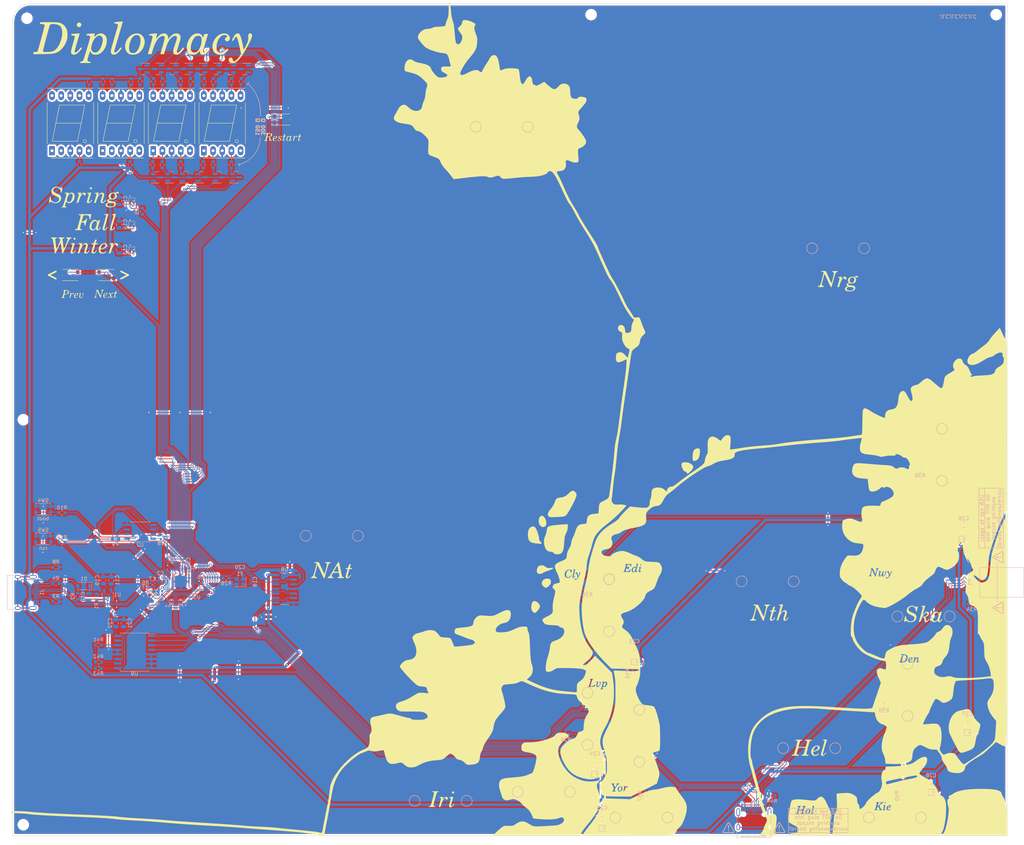
<source format=kicad_pcb>
(kicad_pcb (version 20211014) (generator pcbnew)
  (layers (0 "F.Cu" signal) (31 "B.Cu" signal) (34 "B.Paste" user) (35 "F.Paste" user) (36 "B.SilkS" user "B.Silkscreen") (37 "F.SilkS" user "F.Silkscreen") (38 "B.Mask" user) (39 "F.Mask" user) (44 "Edge.Cuts" user))
  (net 0 "")
  (net 1 "+1V1")
  (net 2 "GND")
  (net 3 "+3V3")
  (net 4 "VS")
  (net 5 "+5V")
  (net 6 "/XIN")
  (net 7 "Net-(C20-Pad1)")
  (net 8 "Net-(D2-Pad3)")
  (net 9 "Net-(D3-Pad3)")
  (net 10 "/SUP_LED")
  (net 11 "Net-(D5-Pad3)")
  (net 12 "Net-(D6-Pad3)")
  (net 13 "Net-(D7-Pad3)")
  (net 14 "Net-(D8-Pad3)")
  (net 15 "Net-(D10-Pad1)")
  (net 16 "Net-(J1-PadA5)")
  (net 17 "/USB_D+")
  (net 18 "/USB_D-")
  (net 20 "Net-(J1-PadB5)")
  (net 22 "Net-(J1-PadS1)")
  (net 23 "/SUP34")
  (net 24 "/GPIO1_SCL")
  (net 26 "Net-(J2-PadS1)")
  (net 31 "Net-(P1-PadS1)")
  (net 32 "/ONES_A")
  (net 33 "Net-(Q1-Pad2)")
  (net 34 "/TENS_A")
  (net 35 "Net-(Q2-Pad2)")
  (net 36 "/ONES_B")
  (net 37 "Net-(Q3-Pad2)")
  (net 38 "/TENS_B")
  (net 39 "Net-(Q4-Pad2)")
  (net 40 "/ONES_C")
  (net 41 "Net-(Q5-Pad2)")
  (net 42 "/TENS_C")
  (net 43 "Net-(Q6-Pad2)")
  (net 44 "/ONES_D")
  (net 45 "Net-(Q7-Pad2)")
  (net 46 "/TENS_D")
  (net 47 "Net-(Q8-Pad2)")
  (net 48 "/ONES_E")
  (net 49 "Net-(Q9-Pad2)")
  (net 50 "/TENS_E")
  (net 51 "Net-(Q10-Pad2)")
  (net 52 "/ONES_F")
  (net 53 "Net-(Q11-Pad2)")
  (net 54 "/ONES_G")
  (net 55 "Net-(Q12-Pad2)")
  (net 56 "/TENS_F")
  (net 57 "Net-(Q13-Pad2)")
  (net 58 "/TENS_G")
  (net 59 "Net-(Q14-Pad2)")
  (net 60 "Net-(R1-Pad1)")
  (net 61 "/QSPI_SS")
  (net 62 "/~{USB_BOOT}")
  (net 63 "Net-(D2-Pad1)")
  (net 64 "Net-(R11-Pad1)")
  (net 65 "Net-(R12-Pad1)")
  (net 66 "Net-(R13-Pad1)")
  (net 67 "Net-(R14-Pad1)")
  (net 68 "Net-(R15-Pad1)")
  (net 69 "Net-(R16-Pad1)")
  (net 70 "Net-(R17-Pad1)")
  (net 71 "Net-(R18-Pad1)")
  (net 72 "Net-(D5-Pad1)")
  (net 73 "Net-(R20-Pad1)")
  (net 74 "Net-(R21-Pad1)")
  (net 75 "Net-(R22-Pad1)")
  (net 76 "Net-(R23-Pad1)")
  (net 77 "/RUN")
  (net 78 "Net-(R25-Pad1)")
  (net 79 "Net-(R26-Pad1)")
  (net 80 "Net-(R27-Pad1)")
  (net 81 "/XOUT")
  (net 82 "Net-(R29-Pad1)")
  (net 83 "Net-(R30-Pad1)")
  (net 84 "Net-(R31-Pad1)")
  (net 85 "Net-(R32-Pad1)")
  (net 86 "/SUP1")
  (net 87 "/SUP2")
  (net 88 "/SUP3")
  (net 89 "/SUP4")
  (net 90 "/SUP5")
  (net 91 "/SUP6")
  (net 92 "/SEASON_LED_5V")
  (net 93 "/GPIO0_SDA")
  (net 94 "/RESET")
  (net 95 "/NEXT")
  (net 96 "/PREV")
  (net 98 "/QSPI_SD1")
  (net 99 "/QSPI_SD2")
  (net 100 "/QSPI_SD0")
  (net 101 "/QSPI_SCLK")
  (net 102 "/QSPI_SD3")
  (net 104 "Net-(R24-Pad1)")
  (net 105 "Net-(R33-Pad1)")
  (net 107 "Net-(R41-Pad1)")
  (net 108 "/SUP_LED_5V")
  (net 116 "/SEASON_LED")
  (net 117 "/SWCLK")
  (net 118 "/SWD")
  (net 119 "/GPIO21")
  (net 120 "/GPIO22")
  (net 121 "/GPIO23")
  (net 122 "/GPIO24")
  (net 123 "/GPIO25")
  (net 124 "/GPIO29_ADC3")
  (net 127 "/LED_TL2TR")
  (net 129 "/D+")
  (net 130 "/D-")
  (footprint "dip:SK6805-EC" (layer "F.Cu") (at 275 237)
    (fp_text reference "D10")
    (fp_text value "SK6805-EC" hide)
  )
  (footprint "dip:SK6805-EC" (layer "F.Cu") (at 54 80)
    (fp_text reference "D3")
    (fp_text value "SK6805-EC" hide)
  )
  (footprint "dip:SK6805-EC" (layer "F.Cu") (at 54 73.5)
    (fp_text reference "D2")
    (fp_text value "SK6805-EC" hide)
  )
  (footprint "dip:SK6805-EC" (layer "F.Cu") (at 182 232)
    (fp_text reference "D6")
    (fp_text value "SK6805-EC" hide)
  )
  (footprint "dip:SK6805-EC" (layer "F.Cu") (at 285 220.5)
    (fp_text reference "D9")
    (fp_text value "SK6805-EC" hide)
  )
  (footprint "Display_7Segment:7SegmentLED_LTS6760_LTS6780" (layer "F.Cu") (at 73.92 59.62 90)
    (fp_text reference "U4")
    (fp_text value "SM420561N")
  )
  (footprint "dip:TestPoint_Pad_D2.0mm" (layer "F.Cu") (at 260.7 244 90)
    (fp_text reference "TP6" hide)
    (fp_text value "TestPoint" hide)
  )
  (footprint "MountingHole:MountingHole_2.2mm_M2" (layer "F.Cu") (at 181 22)
    (fp_text reference "H4")
    (fp_text value "MountingHole")
  )
  (footprint "dip:TestPoint_Pad_D2.0mm" (layer "F.Cu") (at 278 148 180)
    (fp_text reference "TP10" hide)
    (fp_text value "TestPoint" hide)
  )
  (footprint "dip:TestPoint_Pad_D2.0mm" (layer "F.Cu") (at 269.3 244 -90)
    (fp_text reference "TP12" hide)
    (fp_text value "TestPoint" hide)
  )
  (footprint "dip:TestPoint_Pad_D2.0mm" (layer "F.Cu") (at 199.2 244 -90)
    (fp_text reference "TP9" hide)
    (fp_text value "TestPoint" hide)
  )
  (footprint "Button_Switch_SMD:SW_Push_1P1T_NO_CK_KMR2" (layer "F.Cu") (at 95.5 51)
    (fp_text reference "SW1")
    (fp_text value "Reset")
  )
  (footprint "dip:TestPoint_Pad_D2.0mm" (layer "F.Cu") (at 190.6 244 90)
    (fp_text reference "TP3" hide)
    (fp_text value "TestPoint" hide)
  )
  (footprint "dip:TestPoint_Pad_D2.0mm" (layer "F.Cu") (at 278 139.4)
    (fp_text reference "TP4" hide)
    (fp_text value "TestPoint" hide)
  )
  (footprint "MountingHole:MountingHole_2.2mm_M2" (layer "F.Cu") (at 24 246)
    (fp_text reference "H1")
    (fp_text value "MountingHole")
  )
  (footprint "dip:SK6805-EC" (layer "F.Cu") (at 184 247)
    (fp_text reference "D7")
    (fp_text value "SK6805-EC" hide)
  )
  (footprint "dip:TestPoint_Pad_D2.0mm" (layer "F.Cu") (at 186 189.6 180)
    (fp_text reference "TP1" hide)
    (fp_text value "TestPoint" hide)
  )
  (footprint "Button_Switch_SMD:SW_Push_1P1T_NO_CK_KMR2" (layer "F.Cu") (at 37 94)
    (fp_text reference "SW2")
    (fp_text value "Next")
  )
  (footprint "Display_7Segment:7SegmentLED_LTS6760_LTS6780" (layer "F.Cu") (at 31.92 59.62 90)
    (fp_text reference "U6")
    (fp_text value "SM420561N")
  )
  (footprint "MountingHole:MountingHole_2.2mm_M2" (layer "F.Cu") (at 24 134)
    (fp_text reference "H2")
    (fp_text value "MountingHole")
  )
  (footprint "dip:SK6805-EC" (layer "F.Cu") (at 54 87)
    (fp_text reference "D4")
    (fp_text value "SK6805-EC" hide)
  )
  (footprint "dip:TestPoint_Pad_D2.0mm" (layer "F.Cu") (at 180 221 180)
    (fp_text reference "TP8" hide)
    (fp_text value "TestPoint" hide)
  )
  (footprint "LOGO" (layer "F.Cu") (at 158.3 133.8)
    (fp_text reference "G***" hide)
    (fp_text value "LOGO" hide)
  )
  (footprint "Display_7Segment:7SegmentLED_LTS6760_LTS6780" (layer "F.Cu") (at 59.92 59.62 90)
    (fp_text reference "U5")
    (fp_text value "SM420561N")
  )
  (footprint "Button_Switch_SMD:SW_Push_1P1T_NO_CK_KMR2" (layer "F.Cu") (at 47 94)
    (fp_text reference "SW3")
    (fp_text value "Previous")
  )
  (footprint "MountingHole:MountingHole_2.2mm_M2" (layer "F.Cu") (at 25 23)
    (fp_text reference "H3")
    (fp_text value "MountingHole")
  )
  (footprint "dip:TestPoint_Pad_D2.0mm" (layer "F.Cu") (at 268.5 204.4)
    (fp_text reference "TP5" hide)
    (fp_text value "TestPoint" hide)
  )
  (footprint "dip:TestPoint_Pad_D2.0mm" (layer "F.Cu") (at 180 212.4)
    (fp_text reference "TP2" hide)
    (fp_text value "TestPoint" hide)
  )
  (footprint "MountingHole:MountingHole_2.2mm_M2" (layer "F.Cu") (at 293 22)
    (fp_text reference "H5")
    (fp_text value "MountingHole")
  )
  (footprint "dip:SK6805-EC" (layer "F.Cu") (at 193 201)
    (fp_text reference "D5")
    (fp_text value "SK6805-EC" hide)
  )
  (footprint "dip:TestPoint_Pad_D2.0mm" (layer "F.Cu") (at 268.5 213 180)
    (fp_text reference "TP11" hide)
    (fp_text value "TestPoint" hide)
  )
  (footprint "dip:TestPoint_Pad_D2.0mm" (layer "F.Cu") (at 186 181)
    (fp_text reference "TP7" hide)
    (fp_text value "TestPoint" hide)
  )
  (footprint "dip:SK6805-EC" (layer "F.Cu") (at 283.5 167)
    (fp_text reference "D8")
    (fp_text value "SK6805-EC" hide)
  )
  (footprint "Display_7Segment:7SegmentLED_LTS6760_LTS6780" (layer "F.Cu") (at 45.92 59.62 90)
    (fp_text reference "U7")
    (fp_text value "SM420561N")
  )
  (footprint "Resistor_SMD:R_0603_1608Metric" (layer "B.Cu") (at 44.75 196.25 180)
    (fp_text reference "R41")
    (fp_text value "1k")
  )
  (footprint "Capacitor_SMD:C_0402_1005Metric" (layer "B.Cu") (at 63.9 173 90)
    (fp_text reference "C4")
    (fp_text value "100n")
  )
  (footprint "Resistor_SMD:R_0603_1608Metric" (layer "B.Cu") (at 192.5 204.25 -90)
    (fp_text reference "R45")
    (fp_text value "300")
  )
  (footprint "Resistor_SMD:R_0603_1608Metric" (layer "B.Cu") (at 60 40.5 90)
    (fp_text reference "R33")
    (fp_text value "300")
  )
  (footprint "Resistor_SMD:R_0603_1608Metric" (layer "B.Cu") (at 76.5 63.5 -90)
    (fp_text reference "R17")
    (fp_text value "300")
  )
  (footprint "Capacitor_SMD:C_0402_1005Metric" (layer "B.Cu") (at 73.1 178.6)
    (fp_text reference "C6")
    (fp_text value "100n")
  )
  (footprint "Resistor_SMD:R_0603_1608Metric" (layer "B.Cu") (at 81.5 40.5 90)
    (fp_text reference "R11")
    (fp_text value "300")
  )
  (footprint "Package_TO_SOT_SMD:SOT-23" (layer "B.Cu") (at 69.25 37 180)
    (fp_text reference "Q4")
    (fp_text value "MMBT5551L")
  )
  (footprint "Capacitor_SMD:C_0402_1005Metric" (layer "B.Cu") (at 68.5 173 90)
    (fp_text reference "C5")
    (fp_text value "100n")
  )
  (footprint "Package_TO_SOT_SMD:SOT-23" (layer "B.Cu") (at 57.25 37 180)
    (fp_text reference "Q14")
    (fp_text value "MMBT5551L")
  )
  (footprint "Resistor_SMD:R_0603_1608Metric" (layer "B.Cu") (at 267 238 -90)
    (fp_text reference "R40")
    (fp_text value "10k")
  )
  (footprint "Resistor_SMD:R_0603_1608Metric" (layer "B.Cu") (at 231 238)
    (fp_text reference "R44")
    (fp_text value "1M")
  )
  (footprint "Capacitor_SMD:C_0402_1005Metric" (layer "B.Cu") (at 62.5 167)
    (fp_text reference "C18")
    (fp_text value "100n")
  )
  (footprint "Capacitor_SMD:C_0402_1005Metric" (layer "B.Cu") (at 83.9 176)
    (fp_text reference "C20")
    (fp_text value "27p")
  )
  (footprint "Resistor_SMD:R_0603_1608Metric" (layer "B.Cu") (at 62.4 63.5 -90)
    (fp_text reference "R18")
    (fp_text value "300")
  )
  (footprint "Capacitor_SMD:C_0805_2012Metric" (layer "B.Cu") (at 50.5 73.5 90)
    (fp_text reference "C15")
    (fp_text value "0.1µ")
  )
  (footprint "Capacitor_SMD:C_0402_1005Metric" (layer "B.Cu") (at 61.9 178.6 180)
    (fp_text reference "C7")
    (fp_text value "100n")
  )
  (footprint "LOGO" (layer "B.Cu") (at 293.5 186 -90)
    (fp_text reference "G***" hide)
    (fp_text value "LOGO" hide)
  )
  (footprint "Package_SO:SOIC-8_5.23x5.23mm_P1.27mm" (layer "B.Cu") (at 56.3 165)
    (fp_text reference "U2")
    (fp_text value "W25Q128JVS")
  )
  (footprint "Package_TO_SOT_SMD:SOT-23" (layer "B.Cu") (at 82.75 67)
    (fp_text reference "Q5")
    (fp_text value "MMBT5551L")
  )
  (footprint "Capacitor_SMD:C_0402_1005Metric" (layer "B.Cu") (at 61.9 177.6 180)
    (fp_text reference "C2")
    (fp_text value "100n")
  )
  (footprint "Resistor_SMD:R_0603_1608Metric" (layer "B.Cu") (at 196 238 -90)
    (fp_text reference "R37")
    (fp_text value "10k")
  )
  (footprint "Resistor_SMD:R_0603_1608Metric" (layer "B.Cu") (at 286.22 185)
    (fp_text reference "R34")
    (fp_text value "1M")
  )
  (footprint "Capacitor_SMD:C_0805_2012Metric" (layer "B.Cu") (at 42.1 183 -90)
    (fp_text reference "C12")
    (fp_text value "10µ")
  )
  (footprint "Capacitor_SMD:C_0805_2012Metric" (layer "B.Cu") (at 284 163 180)
    (fp_text reference "C26")
    (fp_text value "0.1µ")
  )
  (footprint "Capacitor_SMD:C_0805_2012Metric" (layer "B.Cu") (at 193 197 180)
    (fp_text reference "C23")
    (fp_text value "0.1µ")
  )
  (footprint "Package_SO:SOIC-16W_7.5x10.3mm_P1.27mm" (layer "B.Cu") (at 54.75 198.25 180)
    (fp_text reference "U9")
    (fp_text value "PCF8591")
  )
  (footprint "Resistor_SMD:R_0603_1608Metric" (layer "B.Cu") (at 48.5 40.5 90)
    (fp_text reference "R27")
    (fp_text value "300")
  )
  (footprint "Capacitor_SMD:C_0805_2012Metric" (layer "B.Cu") (at 49.5 190.25 90)
    (fp_text reference "C22")
    (fp_text value "10u")
  )
  (footprint "Resistor_SMD:R_0603_1608Metric" (layer "B.Cu") (at 73.75 63.5 -90)
    (fp_text reference "R25")
    (fp_text value "300")
  )
  (footprint "Capacitor_SMD:C_0402_1005Metric" (layer "B.Cu") (at 73.1 179.6)
    (fp_text reference "C1")
    (fp_text value "100n")
  )
  (footprint "Connector_USB:USB_C_Receptacle_HRO_TYPE-C-31-M-12" (layer "B.Cu") (at 23.5 181.75 90)
    (fp_text reference "J1")
    (fp_text value "USB_C_Receptacle_USB2.0")
  )
  (footprint "Resistor_SMD:R_0603_1608Metric" (layer "B.Cu") (at 44.75 201)
    (fp_text reference "R42")
    (fp_text value "10k")
  )
  (footprint "Resistor_SMD:R_0603_1608Metric" (layer "B.Cu") (at 59.75 63.5 -90)
    (fp_text reference "R26")
    (fp_text value "300")
  )
  (footprint "Resistor_SMD:R_0603_1608Metric" (layer "B.Cu") (at 262 213)
    (fp_text reference "R39")
    (fp_text value "10k")
  )
  (footprint "RP2040_minimal:RP2040-QFN-56" (layer "B.Cu") (at 67.5 178.75 -90)
    (fp_text reference "U3")
    (fp_text value "RP2040")
  )
  (footprint "Resistor_SMD:R_0603_1608Metric" (layer "B.Cu") (at 53.5 63.5 -90)
    (fp_text reference "R24")
    (fp_text value "300")
  )
  (footprint "Resistor_SMD:R_0603_1608Metric" (layer "B.Cu") (at 33 184.25 180)
    (fp_text reference "R3")
    (fp_text value "5.11k")
  )
  (footprint "Resistor_SMD:R_0603_1608Metric" (layer "B.Cu") (at 34.7 167.95 180)
    (fp_text reference "R19")
    (fp_text value "10k")
  )
  (footprint "Resistor_SMD:R_0603_1608Metric" (layer "B.Cu") (at 34.7 159.75 180)
    (fp_text reference "R10")
    (fp_text value "1k")
  )
  (footprint "LOGO" (layer "B.Cu") (at 233 246.75 180)
    (fp_text reference "G***" hide)
    (fp_text value "LOGO" hide)
  )
  (footprint "Capacitor_SMD:C_0805_2012Metric" (layer "B.Cu") (at 285 217 180)
    (fp_text reference "C27")
    (fp_text value "0.1µ")
  )
  (footprint "Resistor_SMD:R_0603_1608Metric" (layer "B.Cu") (at 76.5 40.5 90)
    (fp_text reference "R30")
    (fp_text value "300")
  )
  (footprint "Resistor_SMD:R_0603_1608Metric" (layer "B.Cu") (at 70.25 40.5 90)
    (fp_text reference "R14")
    (fp_text value "300")
  )
  (footprint "Capacitor_SMD:C_0402_1005Metric" (layer "B.Cu") (at 61.9 182.4 180)
    (fp_text reference "C9")
    (fp_text value "100n")
  )
  (footprint "Resistor_SMD:R_0603_1608Metric" (layer "B.Cu") (at 174 221)
    (fp_text reference "R36")
    (fp_text value "10k")
  )
  (footprint "Package_TO_SOT_SMD:SOT-23" (layer "B.Cu") (at 64.9 67)
    (fp_text reference "Q8")
    (fp_text value "MMBT5551L")
  )
  (footprint "Capacitor_SMD:C_0402_1005Metric" (layer "B.Cu") (at 61.9 180.4 180)
    (fp_text reference "C16")
    (fp_text value "1µ")
  )
  (footprint "Package_TO_SOT_SMD:SOT-23" (layer "B.Cu") (at 68.9 67)
    (fp_text reference "Q6")
    (fp_text value "MMBT5551L")
  )
  (footprint "Resistor_SMD:R_0603_1608Metric" (layer "B.Cu") (at 44.3 183 90)
    (fp_text reference "R1")
    (fp_text value "10k")
  )
  (footprint "Resistor_SMD:R_0603_1608Metric" (layer "B.Cu") (at 49.5 167)
    (fp_text reference "R9")
    (fp_text value "10k")
  )
  (footprint "Resistor_SMD:R_0603_1608Metric" (layer "B.Cu") (at 81.5 63.5 -90)
    (fp_text reference "R15")
    (fp_text value "300")
  )
  (footprint "Capacitor_SMD:C_0805_2012Metric" (layer "B.Cu") (at 184 243 180)
    (fp_text reference "C25")
    (fp_text value "0.1µ")
  )
  (footprint "Resistor_SMD:R_0402_1005Metric" (layer "B.Cu") (at 59.7 180.2)
    (fp_text reference "R7")
    (fp_text value "27")
  )
  (footprint "Resistor_SMD:R_0603_1608Metric" (layer "B.Cu") (at 67.5 40.5 90)
    (fp_text reference "R12")
    (fp_text value "300")
  )
  (footprint "Resistor_SMD:R_0603_1608Metric" (layer "B.Cu") (at 39.1 182.8 -90)
    (fp_text reference "R2")
    (fp_text value "10k")
  )
  (footprint "Diode_SMD:D_SOD-123" (layer "B.Cu") (at 40.7 180 180)
    (fp_text reference "D1")
    (fp_text value "MBR0540")
  )
  (footprint "Resistor_SMD:R_0603_1608Metric" (layer "B.Cu") (at 80.1 177.8)
    (fp_text reference "R28")
    (fp_text value "1k")
  )
  (footprint "Capacitor_SMD:C_0805_2012Metric" (layer "B.Cu") (at 50.5 87 90)
    (fp_text reference "C13")
    (fp_text value "0.1µ")
  )
  (footprint "Resistor_SMD:R_0603_1608Metric" (layer "B.Cu") (at 44.75 202.75)
    (fp_text reference "R43")
    (fp_text value "10k")
  )
  (footprint "Package_TO_SOT_SMD:SOT-23-5" (layer "B.Cu") (at 47.3 182.4 90)
    (fp_text reference "U1")
    (fp_text value "AP2112K-3.3")
  )
  (footprint "Package_TO_SOT_SMD:SOT-23" (layer "B.Cu") (at 73.25 67)
    (fp_text reference "Q9")
    (fp_text value "MMBT5551L")
  )
  (footprint "Capacitor_SMD:C_0805_2012Metric" (layer "B.Cu") (at 51.75 190.25 90)
    (fp_text reference "C21")
    (fp_text value "0.1u")
  )
  (footprint "dip:SN74AHCT125QDRG4Q1" (layer "B.Cu") (at 96.25 180.75 180)
    (fp_text reference "U8")
    (fp_text value "SN74AHCT125QDRG4Q1" hide)
  )
  (footprint "Package_TO_SOT_SMD:SOT-23" (layer "B.Cu") (at 77.25 37 180)
    (fp_text reference "Q11")
    (fp_text value "MMBT5551L")
  )
  (footprint "Capacitor_SMD:C_0805_2012Metric" (layer "B.Cu") (at 182 228 180)
    (fp_text reference "C24")
    (fp_text value "0.1µ")
  )
  (footprint "Resistor_SMD:R_0603_1608Metric" (layer "B.Cu") (at 56.25 40.5 90)
    (fp_text reference "R22")
    (fp_text value "300")
  )
  (footprint "Crystal:Crystal_SMD_2520-4Pin_2.5x2.0mm" (layer "B.Cu") (at 83.9 178.8 180)
    (fp_text reference "Y1")
    (fp_text value "ABLS-12.000MHZ-B4-T")
  )
  (footprint "Resistor_SMD:R_0603_1608Metric" (layer "B.Cu") (at 46 40.5 90)
    (fp_text reference "R29")
    (fp_text value "300")
  )
  (footprint "Button_Switch_SMD:SW_Push_1P1T_NO_CK_KMR2" (layer "B.Cu") (at 29.5 158.75 180)
    (fp_text reference "SW4")
    (fp_text value "boot")
  )
  (footprint "Button_Switch_SMD:SW_Push_1P1T_NO_CK_KMR2" (layer "B.Cu") (at 29.5 166.95 180)
    (fp_text reference "SW5")
    (fp_text value "run")
  )
  (footprint "Capacitor_SMD:C_0402_1005Metric" (layer "B.Cu") (at 68.5 184.4 -90)
    (fp_text reference "C3")
    (fp_text value "100n")
  )
  (footprint "LOGO" (layer "B.Cu") (at 219 246.75 180)
    (fp_text reference "G***" hide)
    (fp_text value "LOGO" hide)
  )
  (footprint "Resistor_SMD:R_0603_1608Metric" (layer "B.Cu") (at 84.25 40.5 90)
    (fp_text reference "R13")
    (fp_text value "300")
  )
  (footprint "Resistor_SMD:R_0603_1608Metric" (layer "B.Cu") (at 67.5 63.5 -90)
    (fp_text reference "R16")
    (fp_text value "300")
  )
  (footprint "Package_TO_SOT_SMD:SOT-23" (layer "B.Cu") (at 61.25 37 180)
    (fp_text reference "Q13")
    (fp_text value "MMBT5551L")
  )
  (footprint "Resistor_SMD:R_0603_1608Metric" (layer "B.Cu") (at 53.75 40.5 90)
    (fp_text reference "R20")
    (fp_text value "300")
  )
  (footprint "Package_TO_SOT_SMD:SOT-23" (layer "B.Cu") (at 65.25 37 180)
    (fp_text reference "Q2")
    (fp_text value "MMBT5551L")
  )
  (footprint "LOGO" (layer "B.Cu") (at 293.5 172 -90)
    (fp_text reference "G***" hide)
    (fp_text value "LOGO" hide)
  )
  (footprint "Capacitor_SMD:C_0805_2012Metric" (layer "B.Cu") (at 46.1 178.4 90)
    (fp_text reference "C10")
    (fp_text value "10µ")
  )
  (footprint "Resistor_SMD:R_0603_1608Metric" (layer "B.Cu") (at 180 180.95)
    (fp_text reference "R35")
    (fp_text value "10k")
  )
  (footprint "Package_TO_SOT_SMD:SOT-23" (layer "B.Cu") (at 85.25 37 180)
    (fp_text reference "Q3")
    (fp_text value "MMBT5551L")
  )
  (footprint "Resistor_SMD:R_0603_1608Metric" (layer "B.Cu") (at 56.9 76.4 -90)
    (fp_text reference "R5")
    (fp_text value "300")
  )
  (footprint "Package_TO_SOT_SMD:SOT-23" (layer "B.Cu") (at 81.25 37 180)
    (fp_text reference "Q1")
    (fp_text value "MMBT5551L")
  )
  (footprint "Resistor_SMD:R_0603_1608Metric" (layer "B.Cu") (at 33 174.75 180)
    (fp_text reference "R8")
    (fp_text value "1M")
  )
  (footprint "dip:USB_C_Plug_edge_launch" (layer "B.Cu") (at 289.81 179 -90)
    (fp_text reference "P1")
    (fp_text value "USB_C_Plug")
  )
  (footprint "Capacitor_SMD:C_0805_2012Metric" (layer "B.Cu") (at 275 234 180)
    (fp_text reference "C28")
    (fp_text value "0.1µ")
  )
  (footprint "Resistor_SMD:R_0402_1005Metric" (layer "B.Cu") (at 59.7 179.2)
    (fp_text reference "R6")
    (fp_text value "27")
  )
  (footprint "Resistor_SMD:R_0603_1608Metric" (layer "B.Cu") (at 39.5 63.5 -90)
    (fp_text reference "R23")
    (fp_text value "300")
  )
  (footprint "Capacitor_SMD:C_0805_2012Metric" (layer "B.Cu") (at 48.3 178.4 90)
    (fp_text reference "C11")
    (fp_text value "10µ")
  )
  (footprint "Capacitor_SMD:C_0402_1005Metric" (layer "B.Cu") (at 63.9 184.4 -90)
    (fp_text reference "C8")
    (fp_text value "100n")
  )
  (footprint "Resistor_SMD:R_0603_1608Metric" (layer "B.Cu") (at 74 40.5 90)
    (fp_text reference "R31")
    (fp_text value "300")
  )
  (footprint "Capacitor_SMD:C_0402_1005Metric" (layer "B.Cu") (at 86.9 178.8 90)
    (fp_text reference "C19")
    (fp_text value "27p")
  )
  (footprint "Package_TO_SOT_SMD:SOT-23" (layer "B.Cu") (at 60.9 67)
    (fp_text reference "Q10")
    (fp_text value "MMBT5551L")
  )
  (footprint "Resistor_SMD:R_0603_1608Metric" (layer "B.Cu") (at 62.5 40.5 90)
    (fp_text reference "R32")
    (fp_text value "300")
  )
  (footprint "Capacitor_SMD:C_0805_2012Metric" (layer "B.Cu") (at 50.5 80 90)
    (fp_text reference "C14")
    (fp_text value "0.1µ")
  )
  (footprint "dip:USB_C_Receptacle_HRO_TYPE-C-31-M-12" (layer "B.Cu") (at 226 245.63 180)
    (fp_text reference "J2")
    (fp_text value "USB_C_Receptacle_USB2.0")
  )
  (footprint "Resistor_SMD:R_0603_1608Metric" (layer "B.Cu") (at 42.25 40.5 90)
    (fp_text reference "R21")
    (fp_text value "300")
  )
  (footprint "Package_TO_SOT_SMD:SOT-23" (layer "B.Cu") (at 78 67)
    (fp_text reference "Q7")
    (fp_text value "MMBT5551L")
  )
  (footprint "Resistor_SMD:R_0603_1608Metric" (layer "B.Cu") (at 33 179.25 180)
    (fp_text reference "R4")
    (fp_text value "5.11k")
  )
  (footprint "Resistor_SMD:R_0603_1608Metric" (layer "B.Cu") (at 272 148)
    (fp_text reference "R38")
    (fp_text value "10k")
  )
  (footprint "Capacitor_SMD:C_0402_1005Metric" (layer "B.Cu") (at 61.9 181.4 180)
    (fp_text reference "C17")
    (fp_text value "1µ")
  )
  (footprint "Package_TO_SOT_SMD:SOT-23" (layer "B.Cu") (at 73.25 37 180)
    (fp_text reference "Q12")
    (fp_text value "MMBT5551L")
  )
  (gr_line (start 83.5 63.5) (end 83.65 63.1) (layer "B.SilkS") (width 0.15))
  (gr_circle (center 194.3 214.2) (end 194.3 215.7) (layer "B.SilkS") (width 0.15) (fill none))
  (gr_circle (center 146.6 239.4) (end 145.1 239.4) (layer "B.SilkS") (width 0.15) (fill none))
  (gr_circle (center 248.5 224.8) (end 247 224.8) (layer "B.SilkS") (width 0.15) (fill none))
  (gr_circle (center 242.1 86.6) (end 243.6 86.6) (layer "B.SilkS") (width 0.15) (fill none))
  (gr_line (start 83.5 63.5) (end 83.8 63.8) (layer "B.SilkS") (width 0.15))
  (gr_line (start 86 41) (end 85.9 41.5) (layer "B.SilkS") (width 0.15))
  (gr_line (start 252.05 243.05) (end 235.55 243.05) (layer "B.SilkS") (width 0.15))
  (gr_circle (center 116.5 166.1) (end 115 166.1) (layer "B.SilkS") (width 0.15) (fill none))
  (gr_circle (center 160.7 236.9) (end 162.2 236.9) (layer "B.SilkS") (width 0.15) (fill none))
  (gr_circle (center 265.7 188.4) (end 267.2 188.4) (layer "B.SilkS") (width 0.15) (fill none))
  (gr_arc (start 89.5 56) (mid 87.772696 60.768157) (end 83.5 63.5) (layer "B.SilkS") (width 0.15))
  (gr_circle (center 256.5 86.6) (end 255 86.6) (layer "B.SilkS") (width 0.15) (fill none))
  (gr_line (start 60.8 180.9) (end 61 180.7) (layer "B.SilkS") (width 0.15))
  (gr_line (start 86 41) (end 86.45 40.8) (layer "B.SilkS") (width 0.15))
  (gr_line (start 252.05 241.45) (end 235.55 241.45) (layer "B.SilkS") (width 0.15))
  (gr_circle (center 163.5 53) (end 162 53) (layer "B.SilkS") (width 0.15) (fill none))
  (gr_line (start 289.8 152.95) (end 289.8 169.45) (layer "B.SilkS") (width 0.15))
  (gr_line (start 60.75 182.15) (end 61.05 181.8) (layer "B.SilkS") (width 0.15))
  (gr_line (start 288.2 152.95) (end 288.2 169.45) (layer "B.SilkS") (width 0.15))
  (gr_line (start 60.6 178.4) (end 61 178.6) (layer "B.SilkS") (width 0.15))
  (gr_circle (center 132.2 239.4) (end 133.7 239.4) (layer "B.SilkS") (width 0.15) (fill none))
  (gr_circle (center 222.6 178.7) (end 224.1 178.7) (layer "B.SilkS") (width 0.15) (fill none))
  (gr_circle (center 102.1 166.1) (end 103.6 166.1) (layer "B.SilkS") (width 0.15) (fill none))
  (gr_line (start 235.55 248.2) (end 252.05 248.2) (layer "B.SilkS") (width 0.15))
  (gr_arc (start 86 41) (mid 88.847603 45.100334) (end 89.5 50.049673) (layer "B.SilkS") (width 0.15))
  (gr_line (start 294.95 169.45) (end 288.2 169.45) (layer "B.SilkS") (width 0.15))
  (gr_circle (center 280.1 188.4) (end 278.6 188.4) (layer "B.SilkS") (width 0.15) (fill none))
  (gr_line (start 294.95 152.95) (end 288.2 152.95) (layer "B.SilkS") (width 0.15))
  (gr_line (start 252.05 248.2) (end 252.05 241.45) (layer "B.SilkS") (width 0.15))
  (gr_circle (center 237 178.7) (end 235.5 178.7) (layer "B.SilkS") (width 0.15) (fill none))
  (gr_circle (center 194.3 228.6) (end 194.3 227.1) (layer "B.SilkS") (width 0.15) (fill none))
  (gr_line (start 294.95 169.45) (end 294.95 152.95) (layer "B.SilkS") (width 0.15))
  (gr_circle (center 234.1 224.8) (end 235.6 224.8) (layer "B.SilkS") (width 0.15) (fill none))
  (gr_circle (center 186 178.1) (end 187.5 178.1) (layer "B.SilkS") (width 0.15) (fill none))
  (gr_circle (center 175.1 236.9) (end 173.6 236.9) (layer "B.SilkS") (width 0.15) (fill none))
  (gr_line (start 235.55 248.2) (end 235.55 241.45) (layer "B.SilkS") (width 0.15))
  (gr_circle (center 149.1 53) (end 150.6 53) (layer "B.SilkS") (width 0.15) (fill none))
  (gr_line (start 53 94) (end 51 93) (layer "F.SilkS") (width 0.45))
  (gr_line (start 51 95) (end 53 94) (layer "F.SilkS") (width 0.45))
  (gr_line (start 33 93) (end 31 94) (layer "F.SilkS") (width 0.45))
  (gr_line (start 31 94) (end 33 95) (layer "F.SilkS") (width 0.45))
  (gr_line (start 26 19) (end 296 19) (layer "Edge.Cuts") (width 0.1))
  (gr_line (start 21 24) (end 21 249) (layer "Edge.Cuts") (width 0.1))
  (gr_arc (start 21 24) (mid 22.464466 20.464466) (end 26 19) (layer "Edge.Cuts") (width 0.1))
  (gr_line (start 296 19) (end 296 249) (layer "Edge.Cuts") (width 0.1))
  (gr_line (start 21 249) (end 296 249) (layer "Edge.Cuts") (width 0.1))
  (gr_text "300 Ω" (at 90.25 53 270) (layer "B.SilkS") (effects (font (size 1 1) (thickness 0.25)) (justify mirror)))
  (gr_text "USB not to spec:\nDo NOT plug into\nanything except\ncorresponding board!" (at 243.8 244.7) (layer "B.SilkS") (effects (font (size 1 1)) (justify mirror)))
  (gr_text "USB not to spec:\nDo NOT plug into\nanything except\ncorresponding board!" (at 291.45 161.2 90) (layer "B.SilkS") (effects (font (size 1 1)) (justify mirror)))
  (gr_text "JLCJLCJLCJLC" (at 282.5 22.5 180) (layer "B.SilkS") (effects (font (size 1 1)) (justify mirror)))
  (gr_text "150 Ω" (at 88.75 53 270) (layer "B.SilkS") (effects (font (size 1 1) (thickness 0.25)) (justify mirror)))
  (segment (start 73 180.45) (end 67.45 186) (width 0.2) (layer "F.Cu") (net 1))
  (segment (start 63.85 178.4) (end 63.05 177.6) (width 0.2) (layer "F.Cu") (net 1))
  (segment (start 67.45 186) (end 58.95 186) (width 0.2) (layer "F.Cu") (net 1))
  (segment (start 62.65 180.4) (end 63.85 179.2) (width 0.2) (layer "F.Cu") (net 1))
  (segment (start 58.7 185.75) (end 58.7 184.08) (width 0.2) (layer "F.Cu") (net 1))
  (segment (start 63.85 179.2) (end 63.85 178.4) (width 0.2) (layer "F.Cu") (net 1))
  (segment (start 58.7 184.08) (end 62.38 180.4) (width 0.2) (layer "F.Cu") (net 1))
  (segment (start 58.95 186) (end 58.7 185.75) (width 0.2) (layer "F.Cu") (net 1))
  (segment (start 63.05 177.6) (end 62.38 177.6) (width 0.2) (layer "F.Cu") (net 1))
  (segment (start 62.38 180.4) (end 62.65 180.4) (width 0.2) (layer "F.Cu") (net 1))
  (via (at 62.38 177.6) (size 0.5) (drill 0.3) (layers "F.Cu" "B.Cu") (net 1))
  (via (at 73 180.45) (size 0.5) (drill 0.3) (layers "F.Cu" "B.Cu") (net 1))
  (via (at 62.38 180.4) (size 0.5) (drill 0.3) (layers "F.Cu" "B.Cu") (net 1))
  (segment (start 72.62 180.07) (end 73 180.45) (width 0.2) (layer "B.Cu") (net 1))
  (segment (start 64.0625 180.55) (end 62.53 180.55) (width 0.2) (layer "B.Cu") (net 1))
  (segment (start 70.9375 179.35) (end 72.37 179.35) (width 0.2) (layer "B.Cu") (net 1))
  (segment (start 62.53 180.55) (end 62.38 180.4) (width 0.2) (layer "B.Cu") (net 1))
  (segment (start 72.62 179.6) (end 72.62 180.07) (width 0.2) (layer "B.Cu") (net 1))
  (segment (start 63.2 178.55) (end 64.0625 178.55) (width 0.2) (layer "B.Cu") (net 1))
  (segment (start 72.37 179.35) (end 72.62 179.6) (width 0.2) (layer "B.Cu") (net 1))
  (segment (start 62.38 177.73) (end 63.2 178.55) (width 0.2) (layer "B.Cu") (net 1))
  (segment (start 62.38 177.6) (end 62.38 177.73) (width 0.2) (layer "B.Cu") (net 1))
  (segment (start 35.6 179.3) (end 35.5 179.4) (width 0.127) (layer "F.Cu") (net 2))
  (segment (start 181.525 230.725) (end 181.5 230.7) (width 0.2) (layer "F.Cu") (net 2))
  (segment (start 53.5 72.2) (end 52.5 73.2) (width 0.2) (layer "F.Cu") (net 2))
  (segment (start 284.525 219.025) (end 284.4 218.9) (width 0.2) (layer "F.Cu") (net 2))
  (segment (start 57.6 169.7) (end 54.7 172.6) (width 0.2) (layer "F.Cu") (net 2))
  (segment (start 47.275 183.625) (end 47.3 183.6) (width 0.2) (layer "F.Cu") (net 2))
  (segment (start 222.743767 240.086233) (end 223.157534 240.5) (width 0.2) (layer "F.Cu") (net 2))
  (segment (start 183.525 245.625) (end 183.5 245.6) (width 0.127) (layer "F.Cu") (net 2))
  (segment (start 29.55 157.95) (end 29.55 162.45) (width 0.2) (layer "F.Cu") (net 2))
  (segment (start 181.4 242.1) (end 181.4 238.6) (width 0.2) (layer "F.Cu") (net 2))
  (segment (start 283 165.1) (end 287.8 165.1) (width 0.2) (layer "F.Cu") (net 2))
  (segment (start 40.575 183.625) (end 47.275 183.625) (width 0.2) (layer "F.Cu") (net 2))
  (segment (start 202.25 237) (end 204.25 239) (width 0.2) (layer "F.Cu") (net 2))
  (segment (start 35.5 179.4) (end 35.5 182.1) (width 0.127) (layer "F.Cu") (net 2))
  (segment (start 192.525 200.525) (end 192.525 199.525) (width 0.2) (layer "F.Cu") (net 2))
  (segment (start 62.4 166) (end 56.8 166) (width 0.2) (layer "F.Cu") (net 2))
  (segment (start 179.3 228) (end 179.3 224.9) (width 0.2) (layer "F.Cu") (net 2))
  (segment (start 67.30823 172.52) (end 67.694115 172.905885) (width 0.2) (layer "F.Cu") (net 2))
  (segment (start 67.694115 172.905885) (end 68 173.21177) (width 0.2) (layer "F.Cu") (net 2))
  (segment (start 47.6 192.8) (end 46.9 192.1) (width 0.2) (layer "F.Cu") (net 2))
  (segment (start 51 59.62) (end 51 63.4) (width 0.2) (layer "F.Cu") (net 2))
  (segment (start 183.525 246.525) (end 183.525 245.625) (width 0.127) (layer "F.Cu") (net 2))
  (segment (start 53.525 85.725) (end 53.5 85.7) (width 0.2) (layer "F.Cu") (net 2))
  (segment (start 66.5 172.52) (end 64.82 172.52) (width 0.2) (layer "F.Cu") (net 2))
  (segment (start 75.4 182.8) (end 76.4 182.8) (width 0.127) (layer "F.Cu") (net 2))
  (segment (start 29.45 166.15) (end 29.45 170.65) (width 0.2) (layer "F.Cu") (net 2))
  (segment (start 74.4 179.3) (end 76.1 181) (width 0.127) (layer "F.Cu") (net 2))
  (segment (start 73.7 176.8) (end 74.3 177.4) (width 0.2) (layer "F.Cu") (net 2))
  (segment (start 35.5 182.1) (end 35 182.6) (width 0.127) (layer "F.Cu") (net 2))
  (segment (start 62.7 166.3) (end 62.4 166) (width 0.2) (layer "F.Cu") (net 2))
  (segment (start 64 166.3) (end 62.7 166.3) (width 0.2) (layer "F.Cu") (net 2))
  (segment (start 29.55 162.45) (end 29.5 162.5) (width 0.2) (layer "F.Cu") (net 2))
  (segment (start 199.25 226.5) (end 199.25 226.25) (width 0.2) (layer "F.Cu") (net 2))
  (segment (start 192.525 199.525) (end 192.3 199.3) (width 0.2) (layer "F.Cu") (net 2))
  (segment (start 56.4 186.5) (end 56.4 186.7) (width 0.2) (layer "F.Cu") (net 2))
  (segment (start 53.525 86.525) (end 53.525 85.725) (width 0.2) (layer "F.Cu") (net 2))
  (segment (start 97.7 175.5) (end 97.8 175.6) (width 0.75) (layer "F.Cu") (net 2))
  (segment (start 274.525 235.725) (end 274.3 235.5) (width 0.2) (layer "F.Cu") (net 2))
  (segment (start 56.8 166) (end 56.6 165.8) (width 0.2) (layer "F.Cu") (net 2))
  (segment (start 58.6 181.4) (end 57.3 182.7) (width 0.127) (layer "F.Cu") (net 2))
  (segment (start 54.7 172.6) (end 54.5 172.6) (width 0.2) (layer "F.Cu") (net 2))
  (segment (start 196.75 229) (end 199.25 226.5) (width 0.2) (layer "F.Cu") (net 2))
  (segment (start 76.4 182.8) (end 76.9 182.3) (width 0.127) (layer "F.Cu") (net 2))
  (segment (start 181.525 231.525) (end 181.525 230.725) (width 0.2) (layer "F.Cu") (net 2))
  (segment (start 223.157534 240.5) (end 228 240.5) (width 0.2) (layer "F.Cu") (net 2))
  (segment (start 47.6 197.5) (end 47.6 192.8) (width 0.2) (layer "F.Cu") (net 2))
  (segment (start 51 63.4) (end 53.6 66) (width 0.2) (layer "F.Cu") (net 2))
  (segment (start 283.025 166.525) (end 283.025 165.125) (width 0.127) (layer "F.Cu") (net 2))
  (segment (start 53.525 79.525) (end 53.525 78.825) (width 0.2) (layer "F.Cu") (net 2))
  (segment (start 75.75 132) (end 67.25 132) (width 0.2) (layer "F.Cu") (net 2))
  (segment (start 83.5 200.75) (end 83.5 205.75) (width 0.2) (layer "F.Cu") (net 2))
  (segment (start 283.025 165.125) (end 283 165.1) (width 0.127) (layer "F.Cu") (net 2))
  (segment (start 274.525 236.525) (end 274.525 235.725) (width 0.2) (layer "F.Cu") (net 2))
  (segment (start 184 173.75) (end 182.5 172.25) (width 0.2) (layer "F.Cu") (net 2))
  (segment (start 74.3 177.4) (end 74.3 179.1) (width 0.2) (layer "F.Cu") (net 2))
  (segment (start 53.525 78.825) (end 53.5 78.8) (width 0.2) (layer "F.Cu") (net 2))
  (segment (start 53.525 72.225) (end 53.5 72.2) (width 0.2) (layer "F.Cu") (net 2))
  (segment (start 68 173.21177) (end 68 176.7) (width 0.2) (layer "F.Cu") (net 2))
  (segment (start 29 178.3) (end 28.921979 178.221979) (width 0.127) (layer "F.Cu") (net 2))
  (segment (start 230.2 238.3) (end 230.2 236.5) (width 0.2) (layer "F.Cu") (net 2))
  (segment (start 24 82.25) (end 27.5 82.25) (width 0.2) (layer "F.Cu") (net 2))
  (segment (start 90 188.5) (end 89.9 188.6) (width 0.75) (layer "F.Cu") (net 2))
  (segment (start 283 166.5) (end 283.025 166.525) (width 0.127) (layer "F.Cu") (net 2))
  (segment (start 28.921979 178.221979) (end 23.678021 178.221979) (width 0.127) (layer "F.Cu") (net 2))
  (segment (start 76.1 181) (end 76.9 181) (width 0.127) (layer "F.Cu") (net 2))
  (segment (start 64.82 172.52) (end 63.9 171.6) (width 0.2) (layer "F.Cu") (net 2))
  (segment (start 184 174.25) (end 184 173.75) (width 0.2) (layer "F.Cu") (net 2))
  (segment (start 53.525 73.025) (end 53.525 72.225) (width 0.2) (layer "F.Cu") (net 2))
  (segment (start 76.9 182.3) (end 76.9 181) (width 0.127) (layer "F.Cu") (net 2))
  (segment (start 55.7 179.9) (end 55.7 177.1) (width 0.127) (layer "F.Cu") (net 2))
  (segment (start 97.7 173.2) (end 97.7 175.5) (width 0.75) (layer "F.Cu") (net 2))
  (segment (start 52.5 73.2) (end 52.5 76.1) (width 0.2) (layer "F.Cu") (net 2))
  (segment (start 23.678021 178.221979) (end 23.4 178.5) (width 0.127) (layer "F.Cu") (net 2))
  (segment (start 59.2 181.4) (end 58.6 181.4) (width 0.127) (layer "F.Cu") (net 2))
  (segment (start 228 240.5) (end 230.2 238.3) (width 0.2) (layer "F.Cu") (net 2))
  (segment (start 57.3 182.7) (end 55.7 181.1) (width 0.127) (layer "F.Cu") (net 2))
  (segment (start 29.45 170.65) (end 29.4 170.7) (width 0.2) (layer "F.Cu") (net 2))
  (segment (start 246.5 159.75) (end 246.5 163.25) (width 0.2) (layer "F.Cu") (net 2))
  (segment (start 183.4 246.4) (end 183.525 246.525) (width 0.127) (layer "F.Cu") (net 2))
  (segment (start 55.7 181.1) (end 55.7 179.9) (width 0.127) (layer "F.Cu") (net 2))
  (segment (start 66.5 172.52) (end 67.30823 172.52) (width 0.2) (layer "F.Cu") (net 2))
  (segment (start 212.75 175.75) (end 218 175.75) (width 0.2) (layer "F.Cu") (net 2))
  (segment (start 93.8 188.5) (end 90 188.5) (width 0.75) (layer "F.Cu") (net 2))
  (segment (start 97.25 47.75) (end 84.25 47.75) (width 0.2) (layer "F.Cu") (net 2))
  (segment (start 56.4 186.7) (end 58.5 188.8) (width 0.2) (layer "F.Cu") (net 2))
  (segment (start 264 196.25) (end 267 199.25) (width 0.2) (layer "F.Cu") (net 2))
  (segment (start 263.75 196.25) (end 264 196.25) (width 0.2) (layer "F.Cu") (net 2))
  (segment (start 47.3 185.6) (end 47.3 183.6) (width 0.127) (layer "F.Cu") (net 2))
  (segment (start 35.6 177.1) (end 35.6 179.3) (width 0.127) (layer "F.Cu") (net 2))
  (segment (start 284.525 220.025) (end 284.525 219.025) (width 0.2) (layer "F.Cu") (net 2))
  (segment (start 58.75 132) (end 67.25 132) (width 0.2) (layer "F.Cu") (net 2))
  (segment (start 49.6 187.9) (end 47.3 185.6) (width 0.127) (layer "F.Cu") (net 2))
  (segment (start 67.25 202) (end 67.25 206.5) (width 0.2) (layer "F.Cu") (net 2))
  (via (at 199.25 226.25) (size 0.5) (drill 0.3) (layers "F.Cu" "B.Cu") (net 2))
  (via (at 47.6 197.5) (size 0.5) (drill 0.3) (layers "F.Cu" "B.Cu") (net 2))
  (via (at 218 175.75) (size 0.5) (drill 0.3) (layers "F.Cu" "B.Cu") (net 2))
  (via (at 29.4 170.7) (size 0.5) (drill 0.3) (layers "F.Cu" "B.Cu") (net 2))
  (via (at 181.4 242.1) (size 0.5) (drill 0.3) (layers "F.Cu" "B.Cu") (net 2))
  (via (at 58.75 132) (size 0.5) (drill 0.3) (layers "F.Cu" "B.Cu") (net 2))
  (via (at 182.5 172.25) (size 0.5) (drill 0.3) (layers "F.Cu" "B.Cu") (net 2))
  (via (at 40.575 183.625) (size 0.5) (drill 0.3) (layers "F.Cu" "B.Cu") (net 2))
  (via (at 35.5 179.4) (size 0.5) (drill 0.3) (layers "F.Cu" "B.Cu") (net 2))
  (via (at 204.25 239) (size 0.5) (drill 0.3) (layers "F.Cu" "B.Cu") (net 2))
  (via (at 284.4 218.9) (size 0.5) (drill 0.3) (layers "F.Cu" "B.Cu") (net 2))
  (via (at 181.4 238.6) (size 0.5) (drill 0.3) (layers "F.Cu" "B.Cu") (net 2))
  (via (at 183.5 245.6) (size 0.5) (drill 0.3) (layers "F.Cu" "B.Cu") (net 2))
  (via (at 53.6 66) (size 0.5) (drill 0.3) (layers "F.Cu" "B.Cu") (net 2))
  (via (at 53.5 85.7) (size 0.5) (drill 0.3) (layers "F.Cu" "B.Cu") (net 2))
  (via (at 56.4 186.5) (size 0.5) (drill 0.3) (layers "F.Cu" "B.Cu") (net 2))
  (via (at 263.75 196.25) (size 0.5) (drill 0.3) (layers "F.Cu" "B.Cu") (net 2))
  (via (at 179.3 228) (size 0.5) (drill 0.3) (layers "F.Cu" "B.Cu") (net 2))
  (via (at 59.2 181.4) (size 0.5) (drill 0.3) (layers "F.Cu" "B.Cu") (net 2))
  (via (at 196.75 229) (size 0.5) (drill 0.3) (layers "F.Cu" "B.Cu") (net 2))
  (via (at 53.5 78.8) (size 0.5) (drill 0.3) (layers "F.Cu" "B.Cu") (net 2))
  (via (at 84.25 47.75) (size 0.5) (drill 0.3) (layers "F.Cu" "B.Cu") (net 2))
  (via (at 181.5 230.7) (size 0.5) (drill 0.3) (layers "F.Cu" "B.Cu") (net 2))
  (via (at 35.6 177.1) (size 0.5) (drill 0.3) (layers "F.Cu" "B.Cu") (net 2))
  (via (at 57.3 182.7) (size 0.5) (drill 0.3) (layers "F.Cu" "B.Cu") (net 2))
  (via (at 68 176.7) (size 0.5) (drill 0.3) (layers "F.Cu" "B.Cu") (net 2))
  (via (at 83.5 200.75) (size 0.5) (drill 0.3) (layers "F.Cu" "B.Cu") (net 2))
  (via (at 287.8 165.1) (size 0.5) (drill 0.3) (layers "F.Cu" "B.Cu") (net 2))
  (via (at 29.45 166.15) (size 0.5) (drill 0.3) (layers "F.Cu" "B.Cu") (net 2))
  (via (at 67.25 132) (size 0.5) (drill 0.3) (layers "F.Cu" "B.Cu") (net 2))
  (via (at 67.25 206.5) (size 0.5) (drill 0.3) (layers "F.Cu" "B.Cu") (net 2))
  (via (at 54.5 172.6) (size 0.5) (drill 0.3) (layers "F.Cu" "B.Cu") (net 2))
  (via (at 46.9 192.1) (size 0.5) (drill 0.3) (layers "F.Cu" "B.Cu") (net 2))
  (via (at 267 199.25) (size 0.5) (drill 0.3) (layers "F.Cu" "B.Cu") (net 2))
  (via (at 29 178.3) (size 0.5) (drill 0.3) (layers "F.Cu" "B.Cu") (net 2))
  (via (at 222.743767 240.086233) (size 0.5) (drill 0.3) (layers "F.Cu" "B.Cu") (net 2))
  (via (at 75.75 132) (size 0.5) (drill 0.3) (layers "F.Cu" "B.Cu") (net 2))
  (via (at 192.3 199.3) (size 0.5) (drill 0.3) (layers "F.Cu" "B.Cu") (net 2))
  (via (at 97.7 173.2) (size 0.5) (drill 0.3) (layers "F.Cu" "B.Cu") (net 2))
  (via (at 24 82.25) (size 0.5) (drill 0.3) (layers "F.Cu" "B.Cu") (net 2))
  (via (at 67.25 202) (size 0.5) (drill 0.3) (layers "F.Cu" "B.Cu") (net 2))
  (via (at 89.9 188.6) (size 0.5) (drill 0.3) (layers "F.Cu" "B.Cu") (net 2))
  (via (at 283 165.1) (size 0.5) (drill 0.3) (layers "F.Cu" "B.Cu") (net 2))
  (via (at 23.4 178.5) (size 0.5) (drill 0.3) (layers "F.Cu" "B.Cu") (net 2))
  (via (at 52.5 76.1) (size 0.5) (drill 0.3) (layers "F.Cu" "B.Cu") (net 2))
  (via (at 76.9 181) (size 0.5) (drill 0.3) (layers "F.Cu" "B.Cu") (net 2))
  (via (at 29.5 162.5) (size 0.5) (drill 0.3) (layers "F.Cu" "B.Cu") (net 2))
  (via (at 49.6 187.9) (size 0.5) (drill 0.3) (layers "F.Cu" "B.Cu") (net 2))
  (via (at 74.4 179.3) (size 0.5) (drill 0.3) (layers "F.Cu" "B.Cu") (net 2))
  (via (at 212.75 175.75) (size 0.5) (drill 0.3) (layers "F.Cu" "B.Cu") (net 2))
  (via (at 29.55 157.95) (size 0.5) (drill 0.3) (layers "F.Cu" "B.Cu") (net 2))
  (via (at 55.7 177.1) (size 0.5) (drill 0.3) (layers "F.Cu" "B.Cu") (net 2))
  (via (at 58.5 188.8) (size 0.5) (drill 0.3) (layers "F.Cu" "B.Cu") (net 2))
  (via (at 230.2 236.5) (size 0.5) (drill 0.3) (layers "F.Cu" "B.Cu") (net 2))
  (via (at 27.5 82.25) (size 0.5) (drill 0.3) (layers "F.Cu" "B.Cu") (net 2))
  (via (at 83.5 205.75) (size 0.5) (drill 0.3) (layers "F.Cu" "B.Cu") (net 2))
  (via (at 64 166.3) (size 0.5) (drill 0.3) (layers "F.Cu" "B.Cu") (net 2))
  (via (at 62.4 166) (size 0.5) (drill 0.3) (layers "F.Cu" "B.Cu") (net 2))
  (via (at 66.5 172.52) (size 0.5) (drill 0.3) (layers "F.Cu" "B.Cu") (net 2))
  (via (at 246.5 159.75) (size 0.5) (drill 0.3) (layers "F.Cu" "B.Cu") (net 2))
  (via (at 246.5 163.25) (size 0.5) (drill 0.3) (layers "F.Cu" "B.Cu") (net 2))
  (via (at 35 182.6) (size 0.5) (drill 0.3) (layers "F.Cu" "B.Cu") (net 2))
  (via (at 47.3 183.6) (size 0.5) (drill 0.3) (layers "F.Cu" "B.Cu") (net 2))
  (via (at 274.3 235.5) (size 0.5) (drill 0.3) (layers "F.Cu" "B.Cu") (net 2))
  (via (at 202.25 237) (size 0.5) (drill 0.3) (layers "F.Cu" "B.Cu") (net 2))
  (via (at 63.9 171.6) (size 0.5) (drill 0.3) (layers "F.Cu" "B.Cu") (net 2))
  (via (at 53.5 72.2) (size 0.5) (drill 0.3) (layers "F.Cu" "B.Cu") (net 2))
  (via (at 55.7 179.9) (size 0.5) (drill 0.3) (layers "F.Cu" "B.Cu") (net 2))
  (via (at 57.6 169.7) (size 0.5) (drill 0.3) (layers "F.Cu" "B.Cu") (net 2))
  (via (at 97.8 175.6) (size 0.5) (drill 0.3) (layers "F.Cu" "B.Cu") (net 2))
  (via (at 75.4 182.8) (size 0.5) (drill 0.3) (layers "F.Cu" "B.Cu") (net 2))
  (via (at 184 174.25) (size 0.5) (drill 0.3) (layers "F.Cu" "B.Cu") (net 2))
  (via (at 93.8 188.5) (size 0.5) (drill 0.3) (layers "F.Cu" "B.Cu") (net 2))
  (via (at 56.6 165.8) (size 0.5) (drill 0.3) (layers "F.Cu" "B.Cu") (net 2))
  (via (at 97.25 47.75) (size 0.5) (drill 0.3) (layers "F.Cu" "B.Cu") (net 2))
  (via (at 73.7 176.8) (size 0.5) (drill 0.3) (layers "F.Cu" "B.Cu") (net 2))
  (via (at 179.3 224.9) (size 0.5) (drill 0.3) (layers "F.Cu" "B.Cu") (net 2))
  (segment (start 84.38 176) (end 84.38 177.33) (width 0.127) (layer "B.Cu") (net 2))
  (segment (start 285.39 184.995) (end 285.39 181.77) (width 0.2) (layer "B.Cu") (net 2))
  (segment (start 229.25 240.955) (end 229.25 238.925) (width 0.127) (layer "B.Cu") (net 2))
  (segment (start 183.05 243) (end 183.05 245.15) (width 0.2) (layer "B.Cu") (net 2))
  (segment (start 27.545 178.5) (end 28.2 177.845) (width 0.127) (layer "B.Cu") (net 2))
  (segment (start 285.655 181.505) (end 285.91 181.25) (width 0.2) (layer "B.Cu") (net 2))
  (segment (start 70.9375 177.75) (end 71.65 177.75) (width 0.2) (layer "B.Cu") (net 2))
  (segment (start 183.05 243) (end 182.15 242.1) (width 0.2) (layer "B.Cu") (net 2))
  (segment (start 82.8 179.65) (end 82.9 179.65) (width 0.127) (layer "B.Cu") (net 2))
  (segment (start 70.9375 177.75) (end 68.5 177.75) (width 0.2) (layer "B.Cu") (net 2))
  (segment (start 55.7 177.1) (end 58.7 177.1) (width 0.127) (layer "B.Cu") (net 2))
  (segment (start 68.5 177.75) (end 67.5 178.75) (width 0.2) (layer "B.Cu") (net 2))
  (segment (start 27.545 178.5) (end 28.8 178.5) (width 0.127) (layer "B.Cu") (net 2))
  (segment (start 27.45 166.15) (end 31.55 166.15) (width 0.2) (layer "B.Cu") (net 2))
  (segment (start 54.5 172.6) (end 49.65 177.45) (width 0.2) (layer "B.Cu") (net 2))
  (segment (start 61.42 181.4) (end 59.2 181.4) (width 0.127) (layer "B.Cu") (net 2))
  (segment (start 230.2 236.5) (end 230.2 237.975) (width 0.2) (layer "B.Cu") (net 2))
  (segment (start 84.38 177.33) (end 85 177.95) (width 0.127) (layer "B.Cu") (net 2))
  (segment (start 71.65 177.75) (end 72.3 177.1) (width 0.2) (layer "B.Cu") (net 2))
  (segment (start 47.715 197.615) (end 47.6 197.5) (width 0.2) (layer "B.Cu") (net 2))
  (segment (start 28.2 177.845) (end 28.2 176.3) (width 0.127) (layer "B.Cu") (net 2))
  (segment (start 39.1 183.625) (end 41.775 183.625) (width 0.2) (layer "B.Cu") (net 2))
  (segment (start 222.75 240.092466) (end 222.743767 240.086233) (width 0.2) (layer "B.Cu") (net 2))
  (segment (start 28.7 175.8) (end 32.775 175.8) (width 0.127) (layer "B.Cu") (net 2))
  (segment (start 229.25 238.925) (end 230.175 238) (width 0.127) (layer "B.Cu") (net 2))
  (segment (start 68.5 172.52) (end 66.5 172.52) (width 0.2) (layer "B.Cu") (net 2))
  (segment (start 49.5 189.3) (end 51.75 189.3) (width 0.127) (layer "B.Cu") (net 2))
  (segment (start 222.75 241.055) (end 222.75 240.092466) (width 0.2) (layer "B.Cu") (net 2))
  (segment (start 63.9 166.4) (end 64 166.3) (width 0.2) (layer "B.Cu") (net 2))
  (segment (start 33.02548 185.04952) (end 33.825 184.25) (width 0.127) (layer "B.Cu") (net 2))
  (segment (start 173.175 221) (end 173.175 220.925) (width 0.2) (layer "B.Cu") (net 2))
  (segment (start 287.56 181.75) (end 285.9 181.75) (width 0.2) (layer "B.Cu") (net 2))
  (segment (start 73.58 178.6) (end 73.58 179.6) (width 0.127) (layer "B.Cu") (net 2))
  (segment (start 58.7 177.1) (end 58.8 177) (width 0.127) (layer "B.Cu") (net 2))
  (segment (start 27.59452 185.04952) (end 33.02548 185.04952) (width 0.127) (layer "B.Cu") (net 2))
  (segment (start 50.1 197.615) (end 50.1 198.885) (width 0.2) (layer "B.Cu") (net 2))
  (segment (start 58.8 177) (end 60.4 177) (width 0.127) (layer "B.Cu") (net 2))
  (segment (start 57.2 166.4) (end 57.45 166.65) (width 0.2) (layer "B.Cu") (net 2))
  (segment (start 49.5 189.3) (end 49.5 188) (width 0.127) (layer "B.Cu") (net 2))
  (segment (start 28.8 178.5) (end 29 178.3) (width 0.127) (layer "B.Cu") (net 2))
  (segment (start 82.9 179.65) (end 84.6 177.95) (width 0.127) (layer "B.Cu") (net 2))
  (segment (start 41.775 183.625) (end 42.1 183.95) (width 0.2) (layer "B.Cu") (net 2))
  (segment (start 173.175 220.925) (end 175.3 218.8) (width 0.2) (layer "B.Cu") (net 2))
  (segment (start 52.7 163.095) (end 53.895 163.095) (width 0.2) (layer "B.Cu") (net 2))
  (segment (start 72.6 176.8) (end 73.7 176.8) (width 0.2) (layer "B.Cu") (net 2))
  (segment (start 50.1 197.615) (end 47.715 197.615) (width 0.2) (layer "B.Cu") (net 2))
  (segment (start 62.98 166.58) (end 62.4 166) (width 0.2) (layer "B.Cu") (net 2))
  (segment (start 27.545 185) (end 27.59452 185.04952) (width 0.127) (layer "B.Cu") (net 2))
  (segment (start 27.45 157.95) (end 31.55 157.95) (width 0.2) (layer "B.Cu") (net 2))
  (segment (start 28.2 176.3) (end 28.7 175.8) (width 0.127) (layer "B.Cu") (net 2))
  (segment (start 63.9 171.6) (end 63.9 166.4) (width 0.2) (layer "B.Cu") (net 2))
  (segment (start 230.2 237.975) (end 230.175 238) (width 0.2) (layer "B.Cu") (net 2))
  (segment (start 62.98 167) (end 62.98 166.58) (width 0.2) (layer "B.Cu") (net 2))
  (segment (start 60.4 177) (end 61 177.6) (width 0.127) (layer "B.Cu") (net 2))
  (segment (start 86.53 177.95) (end 86.9 178.32) (width 0.127) (layer "B.Cu") (net 2))
  (segment (start 283 163.05) (end 283 165.1) (width 0.2) (layer "B.Cu") (net 2))
  (segment (start 61.42 178.6) (end 61.42 177.6) (width 0.127) (layer "B.Cu") (net 2))
  (segment (start 285.39 181.77) (end 285.655 181.505) (width 0.2) (layer "B.Cu") (net 2))
  (segment (start 57.6 166.8) (end 57.6 169.7) (width 0.2) (layer "B.Cu") (net 2))
  (segment (start 57.45 166.65) (end 57.6 166.8) (width 0.2) (layer "B.Cu") (net 2))
  (segment (start 49.5 188) (end 49.6 187.9) (width 0.127) (layer "B.Cu") (net 2))
  (segment (start 34.075 177.1) (end 35.6 177.1) (width 0.127) (layer "B.Cu") (net 2))
  (segment (start 63.9 171.6) (end 63.9 172.52) (width 0.2) (layer "B.Cu") (net 2))
  (segment (start 61.42 180.4) (end 61.42 181.4) (width 0.127) (layer "B.Cu") (net 2))
  (segment (start 285.91 181.25) (end 287.56 181.25) (width 0.2) (layer "B.Cu") (net 2))
  (segment (start 285.9 181.75) (end 285.655 181.505) (width 0.2) (layer "B.Cu") (net 2))
  (segment (start 61.42 181.4) (end 61.42 182.4) (width 0.127) (layer "B.Cu") (net 2))
  (segment (start 84.6 177.95) (end 85 177.95) (width 0.127) (layer "B.Cu") (net 2))
  (segment (start 73.58 179.6) (end 74.1 179.6) (width 0.127) (layer "B.Cu") (net 2))
  (segment (start 61 177.6) (end 61.42 177.6) (width 0.127) (layer "B.Cu") (net 2))
  (segment (start 183.05 245.15) (end 183.5 245.6) (width 0.2) (layer "B.Cu") (net 2))
  (segment (start 74.1 179.6) (end 74.4 179.3) (width 0.127) (layer "B.Cu") (net 2))
  (segment (start 182.15 242.1) (end 181.4 242.1) (width 0.2) (layer "B.Cu") (net 2))
  (segment (start 53.895 163.095) (end 57.2 166.4) (width 0.2) (layer "B.Cu") (net 2))
  (segment (start 59.4 198.885) (end 59.4 202.695) (width 0.2) (layer "B.Cu") (net 2))
  (segment (start 285.395 185) (end 285.39 184.995) (width 0.2) (layer "B.Cu") (net 2))
  (segment (start 32.775 175.8) (end 34.075 177.1) (width 0.127) (layer "B.Cu") (net 2))
  (segment (start 283.05 163) (end 283 163.05) (width 0.2) (layer "B.Cu") (net 2))
  (segment (start 72.3 177.1) (end 72.6 176.8) (width 0.2) (layer "B.Cu") (net 2))
  (segment (start 181.05 228) (end 179.3 228) (width 0.2) (layer "B.Cu") (net 2))
  (segment (start 85 177.95) (end 86.53 177.95) (width 0.127) (layer "B.Cu") (net 2))
  (segment (start 32.775 175.8) (end 33.825 174.75) (width 0.127) (layer "B.Cu") (net 2))
  (segment (start 49.65 177.45) (end 48.3 177.45) (width 0.2) (layer "B.Cu") (net 2))
  (segment (start 62.38 178.6) (end 61.15 178.6) (width 0.2) (layer "F.Cu") (net 3))
  (segment (start 67.2 173.2) (end 66.1 174.3) (width 0.2) (layer "F.Cu") (net 3))
  (segment (start 67.3 181.6) (end 64.95 183.95) (width 0.2) (layer "F.Cu") (net 3))
  (segment (start 66.1 174.3) (end 63.9 174.3) (width 0.2) (layer "F.Cu") (net 3))
  (segment (start 72.62 178.6) (end 72.62 178.78) (width 0.2) (layer "F.Cu") (net 3))
  (segment (start 44.95 167) (end 43.65 165.7) (width 0.2) (layer "F.Cu") (net 3))
  (segment (start 64.95 183.95) (end 67.45 183.95) (width 0.2) (layer "F.Cu") (net 3))
  (segment (start 67.3 173.3) (end 67.3 181.6) (width 0.2) (layer "F.Cu") (net 3))
  (segment (start 97.55 51.8) (end 93.45 51.8) (width 0.2) (layer "F.Cu") (net 3))
  (segment (start 63.85 174.3) (end 63.9 174.3) (width 0.2) (layer "F.Cu") (net 3))
  (segment (start 47.45 167) (end 44.95 167) (width 0.2) (layer "F.Cu") (net 3))
  (segment (start 34.95 94.8) (end 37 94.8) (width 0.2) (layer "F.Cu") (net 3))
  (segment (start 67.2 173.2) (end 67.3 173.3) (width 0.2) (layer "F.Cu") (net 3))
  (segment (start 58.05 180.85) (end 58.05 180.1) (width 0.2) (layer "F.Cu") (net 3))
  (segment (start 72.62 178.645) (end 72.62 178.6) (width 0.2) (layer "F.Cu") (net 3))
  (segment (start 60.35 177.8) (end 63.85 174.3) (width 0.2) (layer "F.Cu") (net 3))
  (segment (start 61.15 178.6) (end 60.35 177.8) (width 0.2) (layer "F.Cu") (net 3))
  (segment (start 75.775 181.8) (end 72.62 178.645) (width 0.2) (layer "F.Cu") (net 3))
  (segment (start 72.62 178.78) (end 67.45 183.95) (width 0.2) (layer "F.Cu") (net 3))
  (segment (start 37 94.8) (end 39.05 94.8) (width 0.2) (layer "F.Cu") (net 3))
  (segment (start 46 94.8) (end 49.05 94.8) (width 0.2) (layer "F.Cu") (net 3))
  (segment (start 75.8 181.8) (end 75.775 181.8) (width 0.2) (layer "F.Cu") (net 3))
  (segment (start 44.95 94.8) (end 46 94.8) (width 0.2) (layer "F.Cu") (net 3))
  (segment (start 58.05 180.1) (end 60.35 177.8) (width 0.2) (layer "F.Cu") (net 3))
  (segment (start 49.8 184.15) (end 49.8 185.85) (width 0.2) (layer "F.Cu") (net 3))
  (via (at 64.95 183.95) (size 0.5) (drill 0.3) (layers "F.Cu" "B.Cu") (net 3))
  (via (at 63.9 174.3) (size 0.5) (drill 0.3) (layers "F.Cu" "B.Cu") (net 3))
  (via (at 62.38 178.6) (size 0.5) (drill 0.3) (layers "F.Cu" "B.Cu") (net 3))
  (via (at 67.2 173.2) (size 0.5) (drill 0.3) (layers "F.Cu" "B.Cu") (net 3))
  (via (at 58.05 180.85) (size 0.5) (drill 0.3) (layers "F.Cu" "B.Cu") (net 3))
  (via (at 43.65 165.7) (size 0.5) (drill 0.3) (layers "F.Cu" "B.Cu") (net 3))
  (via (at 75.8 181.8) (size 0.5) (drill 0.3) (layers "F.Cu" "B.Cu") (net 3))
  (via (at 49.8 184.15) (size 0.5) (drill 0.3) (layers "F.Cu" "B.Cu") (net 3))
  (via (at 49.8 185.85) (size 0.5) (drill 0.3) (layers "F.Cu" "B.Cu") (net 3))
  (via (at 67.45 183.95) (size 0.5) (drill 0.3) (layers "F.Cu" "B.Cu") (net 3))
  (via (at 60.35 177.8) (size 0.5) (drill 0.3) (layers "F.Cu" "B.Cu") (net 3))
  (via (at 47.45 167) (size 0.5) (drill 0.3) (layers "F.Cu" "B.Cu") (net 3))
  (via (at 72.62 178.6) (size 0.5) (drill 0.3) (layers "F.Cu" "B.Cu") (net 3))
  (segment (start 43.925 201) (end 43.925 202.75) (width 0.127) (layer "B.Cu") (net 3))
  (segment (start 68.5 175.3125) (end 68.5 173.48) (width 0.2) (layer "B.Cu") (net 3))
  (segment (start 68.47 183.95) (end 68.5 183.92) (width 0.2) (layer "B.Cu") (net 3))
  (segment (start 49.8 182.8125) (end 49.8 184.15) (width 0.2) (layer "B.Cu") (net 3))
  (segment (start 58.05 181.1) (end 58.05 180.85) (width 0.2) (layer "B.Cu") (net 3))
  (segment (start 63.9 183.92) (end 62.38 182.4) (width 0.2) (layer "B.Cu") (net 3))
  (segment (start 49.63525 159.02652) (end 48.675 159.98677) (width 0.2) (layer "B.Cu") (net 3))
  (segment (start 49.5 191.2) (end 51.75 191.2) (width 0.127) (layer "B.Cu") (net 3))
  (segment (start 62.38 181.4) (end 62.38 182.4) (width 0.127) (layer "B.Cu") (net 3))
  (segment (start 61.925 166.905) (end 62.02 167) (width 0.127) (layer "B.Cu") (net 3))
  (segment (start 51.959041 159.02652) (end 49.63525 159.02652) (width 0.2) (layer "B.Cu") (net 3))
  (segment (start 64.0625 180.95) (end 62.83 180.95) (width 0.2) (layer "B.Cu") (net 3))
  (segment (start 63.9 183.92) (end 64.92 183.92) (width 0.2) (layer "B.Cu") (net 3))
  (segment (start 49.1 178.55) (end 48.3 179.35) (width 0.2) (layer "B.Cu") (net 3))
  (segment (start 62.38 182.4) (end 61.33 183.45) (width 0.2) (layer "B.Cu") (net 3))
  (segment (start 48.25 181.2625) (end 48.0125 181.2625) (width 0.127) (layer "B.Cu") (net 3))
  (segment (start 67.45 183.95) (end 68.47 183.95) (width 0.2) (layer "B.Cu") (net 3))
  (segment (start 60.4 183.45) (end 58.05 181.1) (width 0.2) (layer "B.Cu") (net 3))
  (segment (start 63.9 183.1875) (end 64.9 182.1875) (width 0.2) (layer "B.Cu") (net 3))
  (segment (start 63.36015 179.35) (end 62.61015 178.6) (width 0.2) (layer "B.Cu") (net 3))
  (segment (start 62.83 180.95) (end 62.38 181.4) (width 0.2) (layer "B.Cu") (net 3))
  (segment (start 68.5 182.1875) (end 68.5 183.92) (width 0.2) (layer "B.Cu") (net 3))
  (segment (start 46.37 193.805) (end 50.1 193.805) (width 0.127) (layer "B.Cu") (net 3))
  (segment (start 59.9 166.905) (end 61.925 166.905) (width 0.127) (layer "B.Cu") (net 3))
  (segment (start 46.1 179.35) (end 48.3 179.35) (width 0.127) (layer "B.Cu") (net 3))
  (segment (start 59.837521 166.905) (end 51.959041 159.02652) (width 0.2) (layer "B.Cu") (net 3))
  (segment (start 41.4 167.95) (end 35.525 167.95) (width 0.2) (layer "B.Cu") (net 3))
  (segment (start 59.9 166.905) (end 59.837521 166.905) (width 0.2) (layer "B.Cu") (net 3))
  (segment (start 48.54848 190.24848) (end 49.5 191.2) (width 0.2) (layer "B.Cu") (net 3))
  (segment (start 43.65 165.7) (end 41.4 167.95) (width 0.2) (layer "B.Cu") (net 3))
  (segment (start 43.925 196.25) (end 43.925 201) (width 0.127) (layer "B.Cu") (net 3))
  (segment (start 63.43 181.35) (end 62.38 182.4) (width 0.2) (layer "B.Cu") (net 3))
  (segment (start 63.9 174.3125) (end 63.9 173.48) (width 0.2) (layer "B.Cu") (net 3))
  (segment (start 63.9 183.92) (end 63.9 183.1875) (width 0.2) (layer "B.Cu") (net 3))
  (segment (start 64.0625 181.35) (end 63.43 181.35) (width 0.2) (layer "B.Cu") (net 3))
  (segment (start 62.02 167) (end 62.02 166.99307) (width 0.127) (layer "B.Cu") (net 3))
  (segment (start 43.925 196.25) (end 46.37 193.805) (width 0.127) (layer "B.Cu") (net 3))
  (segment (start 64.92 183.92) (end 64.95 183.95) (width 0.2) (layer "B.Cu") (net 3))
  (segment (start 48.25 181.2625) (end 48.25 179.4) (width 0.127) (layer "B.Cu") (net 3))
  (segment (start 60.35 177.8) (end 59.6 178.55) (width 0.2) (layer "B.Cu") (net 3))
  (segment (start 64.0625 179.35) (end 63.36015 179.35) (width 0.2) (layer "B.Cu") (net 3))
  (segment (start 59.6 178.55) (end 49.1 178.55) (width 0.2) (layer "B.Cu") (net 3))
  (segment (start 64.9 175.3125) (end 63.9 174.3125) (width 0.2) (layer "B.Cu") (net 3))
  (segment (start 48.675 159.98677) (end 48.675 167) (width 0.2) (layer "B.Cu") (net 3))
  (segment (start 62.61015 178.6) (end 62.38 178.6) (width 0.2) (layer "B.Cu") (net 3))
  (segment (start 49.5 193.205) (end 50.1 193.805) (width 0.127) (layer "B.Cu") (net 3))
  (segment (start 48.675 167) (end 47.45 167) (width 0.2) (layer "B.Cu") (net 3))
  (segment (start 48.25 181.2625) (end 49.8 182.8125) (width 0.2) (layer "B.Cu") (net 3))
  (segment (start 48.25 179.4) (end 48.3 179.35) (width 0.127) (layer "B.Cu") (net 3))
  (segment (start 67.48 173.48) (end 68.5 173.48) (width 0.2) (layer "B.Cu") (net 3))
  (segment (start 72.27 178.95) (end 72.62 178.6) (width 0.2) (layer "B.Cu") (net 3))
  (segment (start 64.0625 178.95) (end 62.96015 178.95) (width 0.2) (layer "B.Cu") (net 3))
  (segment (start 61.33 183.45) (end 60.4 183.45) (width 0.2) (layer "B.Cu") (net 3))
  (segment (start 49.5 191.2) (end 49.5 193.205) (width 0.127) (layer "B.Cu") (net 3))
  (segment (start 35.525 168.775) (end 35.525 167.95) (width 0.127) (layer "B.Cu") (net 3))
  (segment (start 70.9375 178.95) (end 72.27 178.95) (width 0.2) (layer "B.Cu") (net 3))
  (segment (start 48.0125 181.2625) (end 46.1 179.35) (width 0.127) (layer "B.Cu") (net 3))
  (segment (start 48.54848 187.10152) (end 48.54848 190.24848) (width 0.2) (layer "B.Cu") (net 3))
  (segment (start 62.96015 178.95) (end 62.61015 178.6) (width 0.2) (layer "B.Cu") (net 3))
  (segment (start 49.8 185.85) (end 48.54848 187.10152) (width 0.2) (layer "B.Cu") (net 3))
  (segment (start 46.1 179.35) (end 35.525 168.775) (width 0.127) (layer "B.Cu") (net 3))
  (segment (start 67.2 173.2) (end 67.48 173.48) (width 0.2) (layer "B.Cu") (net 3))
  (segment (start 44.37452 182.24952) (end 47.74952 182.24952) (width 0.25) (layer "B.Cu") (net 4))
  (segment (start 47.74952 182.24952) (end 48.25 182.75) (width 0.25) (layer "B.Cu") (net 4))
  (segment (start 42.35 181.8) (end 42.1 182.05) (width 0.25) (layer "B.Cu") (net 4))
  (segment (start 42.1 182.05) (end 44.175 182.05) (width 0.25) (layer "B.Cu") (net 4))
  (segment (start 44.3 182.175) (end 44.37452 182.24952) (width 0.25) (layer "B.Cu") (net 4))
  (segment (start 42.35 180) (end 42.35 181.8) (width 0.25) (layer "B.Cu") (net 4))
  (segment (start 44.175 182.05) (end 44.3 182.175) (width 0.25) (layer "B.Cu") (net 4))
  (segment (start 48.25 182.75) (end 48.25 183.5375) (width 0.25) (layer "B.Cu") (net 4))
  (segment (start 286.655 220.975) (end 286.69 221.01) (width 0.25) (layer "F.Cu") (net 5))
  (segment (start 284 167.5) (end 283.975 167.475) (width 0.25) (layer "F.Cu") (net 5))
  (segment (start 184.475 247.475) (end 186.135 247.475) (width 0.25) (layer "F.Cu") (net 5))
  (segment (start 193.475 201.475) (end 194.695 201.475) (width 0.25) (layer "F.Cu") (net 5))
  (segment (start 54.6 74.7) (end 54.6 74.1) (width 0.25) (layer "F.Cu") (net 5))
  (segment (start 283.975 167.475) (end 284.595 167.475) (width 0.25) (layer "F.Cu") (net 5))
  (segment (start 186.135 247.475) (end 186.2 247.41) (width 0.25) (layer "F.Cu") (net 5))
  (segment (start 96.9 201.8) (end 100.3 198.4) (width 0.75) (layer "F.Cu") (net 5))
  (segment (start 54.6 74.1) (end 54.475 73.975) (width 0.25) (layer "F.Cu") (net 5))
  (segment (start 76.9 206.1) (end 76.9 202.8) (width 0.75) (layer "F.Cu") (net 5))
  (segment (start 184.155 232.475) (end 184.16 232.48) (width 0.25) (layer "F.Cu") (net 5))
  (segment (start 54.5 88.3) (end 54.5 87.5) (width 0.25) (layer "F.Cu") (net 5))
  (segment (start 54.5 80.5) (end 54.475 80.475) (width 0.25) (layer "F.Cu") (net 5))
  (segment (start 276.765 237.475) (end 276.81 237.43) (width 0.25) (layer "F.Cu") (net 5))
  (segment (start 91.8 185.9) (end 91.8 177.2) (width 0.75) (layer "F.Cu") (net 5))
  (segment (start 275.475 237.475) (end 276.765 237.475) (width 0.25) (layer "F.Cu") (net 5))
  (segment (start 193.5 201.5) (end 193.475 201.475) (width 0.25) (layer "F.Cu") (net 5))
  (segment (start 76.9 202.8) (end 77.2 202.5) (width 0.75) (layer "F.Cu") (net 5))
  (segment (start 54.5 87.5) (end 54.475 87.475) (width 0.25) (layer "F.Cu") (net 5))
  (segment (start 182.475 232.475) (end 184.155 232.475) (width 0.25) (layer "F.Cu") (net 5))
  (segment (start 194.695 201.475) (end 194.72 201.45) (width 0.25) (layer "F.Cu") (net 5))
  (segment (start 285.475 220.975) (end 286.655 220.975) (width 0.25) (layer "F.Cu") (net 5))
  (segment (start 284.595 167.475) (end 284.86 167.74) (width 0.25) (layer "F.Cu") (net 5))
  (segment (start 184.5 247.5) (end 184.475 247.475) (width 0.25) (layer "F.Cu") (net 5))
  (segment (start 54.5 81.2) (end 54.5 80.5) (width 0.25) (layer "F.Cu") (net 5))
  (segment (start 91.8 177.2) (end 91.5 176.9) (width 0.75) (layer "F.Cu") (net 5))
  (via (at 284.86 167.74) (size 0.5) (drill 0.3) (layers "F.Cu" "B.Cu") (net 5))
  (via (at 186.2 247.41) (size 0.5) (drill 0.3) (layers "F.Cu" "B.Cu") (net 5))
  (via (at 194.72 201.45) (size 0.5) (drill 0.3) (layers "F.Cu" "B.Cu") (net 5))
  (via (at 76.9 206.1) (size 0.5) (drill 0.3) (layers "F.Cu" "B.Cu") (net 5))
  (via (at 184.16 232.48) (size 0.5) (drill 0.3) (layers "F.Cu" "B.Cu") (net 5))
  (via (at 54.5 88.3) (size 0.5) (drill 0.3) (layers "F.Cu" "B.Cu") (net 5))
  (via (at 54.6 74.7) (size 0.5) (drill 0.3) (layers "F.Cu" "B.Cu") (net 5))
  (via (at 91.5 176.9) (size 0.5) (drill 0.3) (layers "F.Cu" "B.Cu") (net 5))
  (via (at 96.9 201.8) (size 0.5) (drill 0.3) (layers "F.Cu" "B.Cu") (net 5))
  (via (at 276.81 237.43) (size 0.5) (drill 0.3) (layers "F.Cu" "B.Cu") (net 5))
  (via (at 286.69 221.01) (size 0.5) (drill 0.3) (layers "F.Cu" "B.Cu") (net 5))
  (via (at 100.3 198.4) (size 0.5) (drill 0.3) (layers "F.Cu" "B.Cu") (net 5))
  (via (at 77.2 202.5) (size 0.5) (drill 0.3) (layers "F.Cu" "B.Cu") (net 5))
  (via (at 54.5 81.2) (size 0.5) (drill 0.3) (layers "F.Cu" "B.Cu") (net 5))
  (via (at 91.8 185.9) (size 0.5) (drill 0.3) (layers "F.Cu" "B.Cu") (net 5))
  (segment (start 286.18 217) (end 285.95 217) (width 0.75) (layer "B.Cu") (net 5))
  (segment (start 48 85.45) (end 48 69.825) (width 0.75) (layer "B.Cu") (net 5))
  (segment (start 42.25 39.675) (end 53.75 39.675) (width 0.25) (layer "B.Cu") (net 5))
  (segment (start 53.75 39.675) (end 56.25 39.675) (width 0.25) (layer "B.Cu") (net 5))
  (segment (start 223.55 242.25) (end 223.55 241.585) (width 0.25) (layer "B.Cu") (net 5))
  (segment (start 91.8 190.22073) (end 91.8 185.9) (width 0.75) (layer "B.Cu") (net 5))
  (segment (start 26.720978 179.3) (end 27.545 179.3) (width 0.25) (layer "B.Cu") (net 5))
  (segment (start 100.3 198.4) (end 99.97927 198.4) (width 0.75) (layer "B.Cu") (net 5))
  (segment (start 76.025 206.975) (end 76.9 206.1) (width 0.75) (layer "B.Cu") (net 5))
  (segment (start 194.63 200.02) (end 194.68 200.07) (width 0.75) (layer "B.Cu") (net 5))
  (segment (start 26.095969 179.925009) (end 26.720978 179.3) (width 0.25) (layer "B.Cu") (net 5))
  (segment (start 25.820969 180.200009) (end 25.820969 183.371696) (width 0.75) (layer "B.Cu") (net 5))
  (segment (start 184.19 238.66) (end 184.19 229.11) (width 0.75) (layer "B.Cu") (net 5))
  (segment (start 56.25 37.0625) (end 56.3125 37) (width 0.25) (layer "B.Cu") (net 5))
  (segment (start 77.2 202.5) (end 96.2 202.5) (width 0.75) (layer "B.Cu") (net 5))
  (segment (start 75.825 206.975) (end 76.025 206.975) (width 0.75) (layer "B.Cu") (net 5))
  (segment (start 223.55 240.08) (end 222.5302 239.0602) (width 0.25) (layer "B.Cu") (net 5))
  (segment (start 223.55 241.879022) (end 223.55 241.055) (width 0.25) (layer "B.Cu") (net 5))
  (segment (start 31.757737 178.45048) (end 37.50048 178.45048) (width 0.25) (layer "B.Cu") (net 5))
  (segment (start 194.68 200.07) (end 194.68 200.7) (width 0.75) (layer "B.Cu") (net 5))
  (segment (start 53.5 64.325) (end 52 65.825) (width 0.25) (layer "B.Cu") (net 5))
  (segment (start 27.545 179.3) (end 30.908217 179.3) (width 0.25) (layer "B.Cu") (net 5))
  (segment (start 99.97927 198.4) (end 94.989635 193.410365) (width 0.75) (layer "B.Cu") (net 5))
  (segment (start 27.545 184.2) (end 26.649273 184.2) (width 0.25) (layer "B.Cu") (net 5))
  (segment (start 229.24952 161.70048) (end 193.95 197) (width 0.75) (layer "B.Cu") (net 5))
  (segment (start 53.5 64.325) (end 56.175 67) (width 0.25) (layer "B.Cu") (net 5))
  (segment (start 25.724521 78.100479) (end 25.724521 48.185355) (width 0.75) (layer "B.Cu") (net 5))
  (segment (start 93.7462 176.9) (end 93.7862 176.94) (width 0.75) (layer "B.Cu") (net 5))
  (segment (start 48 74) (end 48.45 74.45) (width 0.25) (layer "B.Cu") (net 5))
  (segment (start 274.75 231.25) (end 275.95 232.45) (width 0.75) (layer "B.Cu") (net 5))
  (segment (start 61.9375 67) (end 83.6875 67) (width 0.25) (layer "B.Cu") (net 5))
  (segment (start 39.1 181.975) (end 39.1 180.05) (width 0.25) (layer "B.Cu") (net 5))
  (segment (start 276.8 236.19) (end 276.8 237.47) (width 0.75) (layer "B.Cu") (net 5))
  (segment (start 25.00548 186.55548) (end 43.1 204.65) (width 0.75) (layer "B.Cu") (net 5))
  (segment (start 282.764511 180.725489) (end 285.794511 180.725489) (width 0.25) (layer "B.Cu") (net 5))
  (segment (start 25.724521 48.185355) (end 34.234876 39.675) (width 0.75) (layer "B.Cu") (net 5))
  (segment (start 228.45 240.955) (end 228.45 241.779022) (width 0.25) (layer "B.Cu") (net 5))
  (segment (start 50.75 81.2) (end 54.5 81.2) (width 0.25) (layer "B.Cu") (net 5))
  (segment (start 183.08 228) (end 182.95 228) (width 0.75) (layer "B.Cu") (net 5))
  (segment (start 30.908217 179.3) (end 31.757737 178.45048) (width 0.25) (layer "B.Cu") (net 5))
  (segment (start 223.55 241.055) (end 223.55 240.08) (width 0.25) (layer "B.Cu") (net 5))
  (segment (start 26.649273 184.2) (end 26.095969 183.646696) (width 0.25) (layer "B.Cu") (net 5))
  (segment (start 194.68 200.7) (end 194.68 201.54) (width 0.75) (layer "B.Cu") (net 5))
  (segment (start 46.825479 86.624521) (end 48 85.45) (width 0.75) (layer "B.Cu") (net 5))
  (segment (start 193.95 197) (end 193.95 199.34) (width 0.75) (layer "B.Cu") (net 5))
  (segment (start 96.2 202.5) (end 96.9 201.8) (width 0.75) (layer "B.Cu") (net 5))
  (segment (start 54.1 74.9) (end 54.4 74.9) (width 0.25) (layer "B.Cu") (net 5))
  (segment (start 275.95 235.34) (end 276.75 236.14) (width 0.75) (layer "B.Cu") (net 5))
  (segment (start 25.724521 86.624521) (end 25.724521 78.100479) (width 0.75) (layer "B.Cu") (net 5))
  (segment (start 56.175 67) (end 61.9375 67) (width 0.25) (layer "B.Cu") (net 5))
  (segment (start 25.724521 78.100479) (end 39.5 64.325) (width 0.75) (layer "B.Cu") (net 5))
  (segment (start 230.3304 231.25) (end 274.75 231.25) (width 0.75) (layer "B.Cu") (net 5))
  (segment (start 48 85.45) (end 50.5 87.95) (width 0.25) (layer "B.Cu") (net 5))
  (segment (start 24.5 178.602827) (end 24.5 177.35) (width 0.75) (layer "B.Cu") (net 5))
  (segment (start 54.4 74.9) (end 54.6 74.7) (width 0.25) (layer "B.Cu") (net 5))
  (segment (start 94.989635 193.410365) (end 91.8 190.22073) (width 0.75) (layer "B.Cu") (net 5))
  (segment (start 285.95 189.22) (end 282.69 185.96) (width 0.75) (layer "B.Cu") (net 5))
  (segment (start 54.1 74.762518) (end 54.1 74.9) (width 0.25) (layer "B.Cu") (net 5))
  (segment (start 285.794511 180.725489) (end 287.344511 180.725489) (width 0.25) (layer "B.Cu") (net 5))
  (segment (start 54.15 87.95) (end 54.5 88.3) (width 0.25) (layer "B.Cu") (net 5))
  (segment (start 61.8375 67) (end 65.8375 67) (width 0.25) (layer "B.Cu") (net 5))
  (segment (start 25.820969 183.371696) (end 26.095969 183.646696) (width 0.75) (layer "B.Cu") (net 5))
  (segment (start 186.75 248.06) (end 213.5204 248.06) (width 0.75) (layer "B.Cu") (net 5))
  (segment (start 26.095969 183.646696) (end 25.750477 183.646696) (width 0.75) (layer "B.Cu") (net 5))
  (segment (start 25.724521 176.125479) (end 25.724521 86.624521) (width 0.75) (layer "B.Cu") (net 5))
  (segment (start 26.095969 179.925009) (end 25.820969 180.200009) (width 0.75) (layer "B.Cu") (net 5))
  (segment (start 284.95 167.77) (end 284.95 163) (width 0.75) (layer "B.Cu") (net 5))
  (segment (start 222.5302 239.0602) (end 222.5302 239.0502) (width 0.25) (layer "B.Cu") (net 5))
  (segment (start 213.5204 248.06) (end 222.5302 239.0502) (width 0.75) (layer "B.Cu") (net 5))
  (segment (start 186.14 247.45) (end 186.75 248.06) (width 0.75) (layer "B.Cu") (net 5))
  (segment (start 275.95 234) (end 275.95 235.34) (width 0.75) (layer "B.Cu") (net 5))
  (segment (start 48.45 74.45) (end 50.5 74.45) (width 0.25) (layer "B.Cu") (net 5))
  (segment (start 276.48 231.25) (end 287.19 220.54) (width 0.75) (layer "B.Cu") (net 5))
  (segment (start 282.69 180.8) (end 282.764511 180.725489) (width 0.25) (layer "B.Cu") (net 5))
  (segment (start 26.095969 179.925009) (end 25.822182 179.925009) (width 0.75) (layer "B.Cu") (net 5))
  (segment (start 56.3125 37) (end 84.3125 37) (width 0.25) (layer "B.Cu") (net 5))
  (segment (start 50.5 80.95) (end 48 78.45) (width 0.25) (layer "B.Cu") (net 5))
  (segment (start 25.822182 179.925009) (end 24.5 178.602827) (width 0.75) (layer "B.Cu") (net 5))
  (segment (start 53.762971 74.425489) (end 54.1 74.762518) (width 0.25) (layer "B.Cu") (net 5))
  (segment (start 184.19 229.11) (end 183.08 228) (width 0.75) (layer "B.Cu") (net 5))
  (segment (start 50.5 87.95) (end 54.15 87.95) (width 0.25) (layer "B.Cu") (net 5))
  (segment (start 50.5 80.95) (end 50.95 81.4) (width 0.25) (layer "B.Cu") (net 5))
  (segment (start 184.95 243) (end 186.14 244.19) (width 0.75) (layer "B.Cu") (net 5))
  (segment (start 224.26103 242.96103) (end 223.55 242.25) (width 0.25) (layer "B.Cu") (net 5))
  (segment (start 24.5 177.35) (end 25.724521 176.125479) (width 0.75) (layer "B.Cu") (net 5))
  (segment (start 73.5 204.65) (end 75.825 206.975) (width 0.75) (layer "B.Cu") (net 5))
  (segment (start 193.95 199.34) (end 194.63 200.02) (width 0.75) (layer "B.Cu") (net 5))
  (segment (start 282.69 170.03) (end 284.95 167.77) (width 0.75) (layer "B.Cu") (net 5))
  (segment (start 50.5 80.95) (end 50.75 81.2) (width 0.25) (layer "B.Cu") (net 5))
  (segment (start 227.969697 242.96103) (end 224.26103 242.96103) (width 0.25) (layer "B.Cu") (net 5))
  (segment (start 286.245489 180.274511) (end 287.56 180.274511) (width 0.25) (layer "B.Cu") (net 5))
  (segment (start 50.524511 74.425489) (end 53.762971 74.425489) (width 0.25) (layer "B.Cu") (net 5))
  (segment (start 183.4 228.45) (end 182.95 228) (width 0.25) (layer "B.Cu") (net 5))
  (segment (start 91.5 176.9) (end 93.7462 176.9) (width 0.75) (layer "B.Cu") (net 5))
  (segment (start 69.8375 67) (end 65.8375 67) (width 0.25) (layer "B.Cu") (net 5))
  (segment (start 37.50048 178.45048) (end 39.05 180) (width 0.25) (layer "B.Cu") (net 5))
  (segment (start 50.5 74.45) (end 50.524511 74.425489) (width 0.25) (layer "B.Cu") (net 5))
  (segment (start 186.14 244.19) (end 186.14 247.45) (width 0.75) (layer "B.Cu") (net 5))
  (segment (start 276.75 236.14) (end 276.8 236.19) (width 0.75) (layer "B.Cu") (net 5))
  (segment (start 25.750477 183.646696) (end 25.00548 184.391693) (width 0.75) (layer "B.Cu") (net 5))
  (segment (start 75.825 206.975) (end 109.3 240.45) (width 0.75) (layer "B.Cu") (net 5))
  (segment (start 48 69.825) (end 53.5 64.325) (width 0.75) (layer "B.Cu") (net 5))
  (segment (start 25.00548 184.391693) (end 25.00548 186.55548) (width 0.75) (layer "B.Cu") (net 5))
  (segment (start 282.69 180.8) (end 282.69 170.03) (width 0.75) (layer "B.Cu") (net 5))
  (segment (start 56.25 39.675) (end 56.25 37.0625) (width 0.25) (layer "B.Cu") (net 5))
  (segment (start 43.1 204.65) (end 73.5 204.65) (width 0.75) (layer "B.Cu") (net 5))
  (segment (start 34.234876 39.675) (end 42.25 39.675) (width 0.75) (layer "B.Cu") (net 5))
  (segment (start 39.5 64.325) (end 53.5 64.325) (width 0.75) (layer "B.Cu") (net 5))
  (segment (start 287.19 218.01) (end 286.18 217) (width 0.75) (layer "B.Cu") (net 5))
  (segment (start 228.45 241.585) (end 228.45 242.480727) (width 0.25) (layer "B.Cu") (net 5))
  (segment (start 228.45 242.480727) (end 227.969697 242.96103) (width 0.25) (layer "B.Cu") (net 5))
  (segment (start 222.5302 239.0502) (end 230.3304 231.25) (width 0.75) (layer "B.Cu") (net 5))
  (segment (start 284.95 163) (end 283.65048 161.70048) (width 0.75) (layer "B.Cu") (net 5))
  (segment (start 285.95 217) (end 285.95 189.22) (width 0.75) (layer "B.Cu") (net 5))
  (segment (start 182.4 240.45) (end 184.95 243) (width 0.75) (layer "B.Cu") (net 5))
  (segment (start 109.3 240.45) (end 182.4 240.45) (width 0.75) (layer "B.Cu") (net 5))
  (segment (start 39.1 180.05) (end 39.05 180) (width 0.25) (layer "B.Cu") (net 5))
  (segment (start 287.19 220.54) (end 287.19 218.01) (width 0.75) (layer "B.Cu") (net 5))
  (segment (start 25.724521 86.624521) (end 46.825479 86.624521) (width 0.75) (layer "B.Cu") (net 5))
  (segment (start 274.75 231.25) (end 276.48 231.25) (width 0.75) (layer "B.Cu") (net 5))
  (segment (start 283.65048 161.70048) (end 229.24952 161.70048) (width 0.75) (layer "B.Cu") (net 5))
  (segment (start 182.4 240.45) (end 184.19 238.66) (width 0.75) (layer "B.Cu") (net 5))
  (segment (start 275.95 232.45) (end 275.95 234) (width 0.75) (layer "B.Cu") (net 5))
  (segment (start 282.69 185.96) (end 282.69 180.8) (width 0.75) (layer "B.Cu") (net 5))
  (segment (start 285.794511 180.725489) (end 286.245489 180.274511) (width 0.25) (layer "B.Cu") (net 5))
  (segment (start 87.43652 178.028183) (end 84.798817 175.39048) (width 0.2) (layer "B.Cu") (net 6))
  (segment (start 71.779893 178.15) (end 70.9375 178.15) (width 0.2) (layer "B.Cu") (net 6))
  (segment (start 86.53 179.65) (end 86.9 179.28) (width 0.127) (layer "B.Cu") (net 6))
  (segment (start 81.42452 177.02548) (end 78.948 177.02548) (width 0.2) (layer "B.Cu") (net 6))
  (segment (start 78.5 177.47348) (end 72.456413 177.47348) (width 0.2) (layer "B.Cu") (net 6))
  (segment (start 85 179.65) (end 86.53 179.65) (width 0.127) (layer "B.Cu") (net 6))
  (segment (start 87.43652 178.74348) (end 87.43652 178.028183) (width 0.2) (layer "B.Cu") (net 6))
  (segment (start 72.456413 177.47348) (end 71.779893 178.15) (width 0.2) (layer "B.Cu") (net 6))
  (segment (start 78.948 177.02548) (end 78.5 177.47348) (width 0.2) (layer "B.Cu") (net 6))
  (segment (start 84.798817 175.39048) (end 83.05952 175.39048) (width 0.2) (layer "B.Cu") (net 6))
  (segment (start 86.9 179.28) (end 87.43652 178.74348) (width 0.2) (layer "B.Cu") (net 6))
  (segment (start 83.05952 175.39048) (end 81.42452 177.02548) (width 0.2) (layer "B.Cu") (net 6))
  (segment (start 83.42 177.33) (end 82.8 177.95) (width 0.25) (layer "B.Cu") (net 7))
  (segment (start 83.42 176) (end 83.42 177.33) (width 0.25) (layer "B.Cu") (net 7))
  (segment (start 82.65 177.8) (end 82.8 177.95) (width 0.25) (layer "B.Cu") (net 7))
  (segment (start 80.925 177.8) (end 82.65 177.8) (width 0.25) (layer "B.Cu") (net 7))
  (segment (start 55.224511 73.224511) (end 55.025 73.025) (width 0.25) (layer "F.Cu") (net 8))
  (segment (start 53.275978 80.475) (end 52.925489 80.124511) (width 0.25) (layer "F.Cu") (net 8))
  (segment (start 55.025 73.025) (end 54.475 73.025) (width 0.25) (layer "F.Cu") (net 8))
  (segment (start 53.525 80.475) (end 53.275978 80.475) (width 0.25) (layer "F.Cu") (net 8))
  (segment (start 55.224511 75.475489) (end 55.224511 73.224511) (width 0.25) (layer "F.Cu") (net 8))
  (segment (start 52.925489 77.774511) (end 55.224511 75.475489) (width 0.25) (layer "F.Cu") (net 8))
  (segment (start 52.925489 80.124511) (end 52.925489 77.774511) (width 0.25) (layer "F.Cu") (net 8))
  (segment (start 55.4 81.524614) (end 55.4 79.925) (width 0.25) (layer "F.Cu") (net 9))
  (segment (start 55.4 79.925) (end 55 79.525) (width 0.25) (layer "F.Cu") (net 9))
  (segment (start 52.9 84.024614) (end 55.4 81.524614) (width 0.25) (layer "F.Cu") (net 9))
  (segment (start 53.525 87.475) (end 53 87.475) (width 0.25) (layer "F.Cu") (net 9))
  (segment (start 53 87.475) (end 52.9 87.375) (width 0.25) (layer "F.Cu") (net 9))
  (segment (start 55 79.525) (end 54.475 79.525) (width 0.25) (layer "F.Cu") (net 9))
  (segment (start 52.9 87.375) (end 52.9 84.024614) (width 0.25) (layer "F.Cu") (net 9))
  (segment (start 71.8 174.45) (end 75.19 174.45) (width 0.2) (layer "F.Cu") (net 10))
  (segment (start 75.19 174.45) (end 75.73 173.91) (width 0.2) (layer "F.Cu") (net 10))
  (via (at 75.73 173.91) (size 0.5) (drill 0.3) (layers "F.Cu" "B.Cu") (net 10))
  (via (at 71.8 174.45) (size 0.5) (drill 0.3) (layers "F.Cu" "B.Cu") (net 10))
  (segment (start 67.7 175.3125) (end 67.7 175.741058) (width 0.2) (layer "B.Cu") (net 10))
  (segment (start 76.88396 175.06396) (end 85.00396 175.06396) (width 0.2) (layer "B.Cu") (net 10))
  (segment (start 67.7 175.741058) (end 68.008942 176.05) (width 0.2) (layer "B.Cu") (net 10))
  (segment (start 85.00396 175.06396) (end 91.381089 181.441089) (width 0.2) (layer "B.Cu") (net 10))
  (segment (start 96.77 182.02) (end 98.7138 182.02) (width 0.2) (layer "B.Cu") (net 10))
  (segment (start 68.008942 176.05) (end 70.2 176.05) (width 0.2) (layer "B.Cu") (net 10))
  (segment (start 91.381089 181.441089) (end 96.191089 181.441089) (width 0.2) (layer "B.Cu") (net 10))
  (segment (start 70.2 176.05) (end 71.8 174.45) (width 0.2) (layer "B.Cu") (net 10))
  (segment (start 96.191089 181.441089) (end 96.77 182.02) (width 0.2) (layer "B.Cu") (net 10))
  (segment (start 75.73 173.91) (end 76.88396 175.06396) (width 0.2) (layer "B.Cu") (net 10))
  (segment (start 180.29 231.765) (end 180.29 230.13) (width 0.25) (layer "F.Cu") (net 11))
  (segment (start 181 232.475) (end 180.29 231.765) (width 0.25) (layer "F.Cu") (net 11))
  (segment (start 181.525 232.475) (end 181 232.475) (width 0.25) (layer "F.Cu") (net 11))
  (segment (start 180.29 230.13) (end 195.294511 215.125489) (width 0.25) (layer "F.Cu") (net 11))
  (segment (start 195.294511 200.774511) (end 195.045 200.525) (width 0.25) (layer "F.Cu") (net 11))
  (segment (start 195.294511 215.125489) (end 195.294511 200.774511) (width 0.25) (layer "F.Cu") (net 11))
  (segment (start 195.045 200.525) (end 193.475 200.525) (width 0.25) (layer "F.Cu") (net 11))
  (segment (start 183 247.475) (end 182.925489 247.400489) (width 0.25) (layer "F.Cu") (net 12))
  (segment (start 184.734511 232.242029) (end 184.017482 231.525) (width 0.25) (layer "F.Cu") (net 12))
  (segment (start 182.925489 234.526993) (end 184.734511 232.717971) (width 0.25) (layer "F.Cu") (net 12))
  (segment (start 184.734511 232.717971) (end 184.734511 232.242029) (width 0.25) (layer "F.Cu") (net 12))
  (segment (start 184.017482 231.525) (end 182.475 231.525) (width 0.25) (layer "F.Cu") (net 12))
  (segment (start 182.925489 247.400489) (end 182.925489 234.526993) (width 0.25) (layer "F.Cu") (net 12))
  (segment (start 183.525 247.475) (end 183 247.475) (width 0.25) (layer "F.Cu") (net 12))
  (segment (start 185.184031 232.904168) (end 185.184031 225.871687) (width 0.25) (layer "F.Cu") (net 13))
  (segment (start 185.184031 225.871687) (end 243.580718 167.475) (width 0.25) (layer "F.Cu") (net 13))
  (segment (start 184.475 246.525) (end 184.475 233.6132) (width 0.25) (layer "F.Cu") (net 13))
  (segment (start 184.475 233.6132) (end 185.184031 232.904168) (width 0.25) (layer "F.Cu") (net 13))
  (segment (start 243.580718 167.475) (end 283.025 167.475) (width 0.25) (layer "F.Cu") (net 13))
  (segment (start 284.662482 168.75) (end 280.47 168.75) (width 0.25) (layer "F.Cu") (net 14))
  (segment (start 275.4 173.82) (end 275.4 212.375) (width 0.25) (layer "F.Cu") (net 14))
  (segment (start 283.975 166.525) (end 284.5 166.525) (width 0.25) (layer "F.Cu") (net 14))
  (segment (start 285.434511 167.459511) (end 285.434511 167.977971) (width 0.25) (layer "F.Cu") (net 14))
  (segment (start 284 220.975) (end 284.525 220.975) (width 0.25) (layer "F.Cu") (net 14))
  (segment (start 275.4 212.375) (end 284 220.975) (width 0.25) (layer "F.Cu") (net 14))
  (segment (start 284.5 166.525) (end 285.434511 167.459511) (width 0.25) (layer "F.Cu") (net 14))
  (segment (start 285.434511 167.977971) (end 284.662482 168.75) (width 0.25) (layer "F.Cu") (net 14))
  (segment (start 280.47 168.75) (end 275.4 173.82) (width 0.25) (layer "F.Cu") (net 14))
  (segment (start 286.645 220.025) (end 285.475 220.025) (width 0.25) (layer "F.Cu") (net 15))
  (segment (start 287.27 220.65) (end 286.645 220.025) (width 0.25) (layer "F.Cu") (net 15))
  (segment (start 287.27 227.93) (end 287.27 220.65) (width 0.25) (layer "F.Cu") (net 15))
  (segment (start 274.525 238) (end 274.599511 238.074511) (width 0.25) (layer "F.Cu") (net 15))
  (segment (start 274.525 237.475) (end 274.525 238) (width 0.25) (layer "F.Cu") (net 15))
  (segment (start 277.125489 238.074511) (end 287.27 227.93) (width 0.25) (layer "F.Cu") (net 15))
  (segment (start 274.599511 238.074511) (end 277.125489 238.074511) (width 0.25) (layer "F.Cu") (net 15))
  (segment (start 30.925 183) (end 32.175 184.25) (width 0.25) (layer "B.Cu") (net 16))
  (segment (start 27.545 183) (end 30.925 183) (width 0.25) (layer "B.Cu") (net 16))
  (segment (start 58.1 179.2) (end 59.19 179.2) (width 0.25) (layer "B.Cu") (net 17))
  (segment (start 26.520489 181.949511) (end 26.520489 181.179511) (width 0.25) (layer "B.Cu") (net 17))
  (segment (start 26.520489 181.179511) (end 26.7 181) (width 0.25) (layer "B.Cu") (net 17))
  (segment (start 27.545 181) (end 35.293573 181) (width 0.25) (layer "B.Cu") (net 17))
  (segment (start 35.293573 181) (end 39.093573 184.8) (width 0.25) (layer "B.Cu") (net 17))
  (segment (start 39.093573 184.8) (end 52.5 184.8) (width 0.25) (layer "B.Cu") (net 17))
  (segment (start 52.5 184.8) (end 58.1 179.2) (width 0.25) (layer "B.Cu") (net 17))
  (segment (start 26.7 181) (end 27.545 181) (width 0.25) (layer "B.Cu") (net 17))
  (segment (start 26.570978 182) (end 26.520489 181.949511) (width 0.25) (layer "B.Cu") (net 17))
  (segment (start 27.545 182) (end 26.570978 182) (width 0.25) (layer "B.Cu") (net 17))
  (segment (start 39.5 185.199519) (end 52.665487 185.199519) (width 0.25) (layer "B.Cu") (net 18))
  (segment (start 38.928087 185.19952) (end 39.5 185.199519) (width 0.25) (layer "B.Cu") (net 18))
  (segment (start 28.349511 181.5) (end 27.545 181.5) (width 0.25) (layer "B.Cu") (net 18))
  (segment (start 28.519022 182.5) (end 28.569511 182.449511) (width 0.25) (layer "B.Cu") (net 18))
  (segment (start 52.665487 185.199519) (end 57.665006 180.2) (width 0.25) (layer "B.Cu") (net 18))
  (segment (start 28.569511 181.72) (end 28.349511 181.5) (width 0.25) (layer "B.Cu") (net 18))
  (segment (start 35.228567 181.5) (end 38.928087 185.19952) (width 0.25) (layer "B.Cu") (net 18))
  (segment (start 28.569511 182.449511) (end 28.569511 181.72) (width 0.25) (layer "B.Cu") (net 18))
  (segment (start 57.665006 180.2) (end 59.19 180.2) (width 0.25) (layer "B.Cu") (net 18))
  (segment (start 27.545 182.5) (end 28.519022 182.5) (width 0.25) (layer "B.Cu") (net 18))
  (segment (start 27.545 181.5) (end 35.228567 181.5) (width 0.25) (layer "B.Cu") (net 18))
  (segment (start 31.425 180) (end 32.175 179.25) (width 0.25) (layer "B.Cu") (net 20))
  (segment (start 27.545 180) (end 31.425 180) (width 0.25) (layer "B.Cu") (net 20))
  (segment (start 22.45 177.43) (end 22.45 186.07) (width 0.25) (layer "F.Cu") (net 22))
  (segment (start 26.63 177.43) (end 22.45 177.43) (width 0.25) (layer "F.Cu") (net 22))
  (segment (start 22.45 186.07) (end 26.63 186.07) (width 0.25) (layer "F.Cu") (net 22))
  (segment (start 26.63 176.47) (end 28.35 174.75) (width 0.25) (layer "B.Cu") (net 22))
  (segment (start 26.63 177.43) (end 26.63 176.47) (width 0.25) (layer "B.Cu") (net 22))
  (segment (start 28.35 174.75) (end 32.175 174.75) (width 0.25) (layer "B.Cu") (net 22))
  (segment (start 230.49 229.59) (end 232.14 229.59) (width 0.2) (layer "F.Cu") (net 23))
  (segment (start 225.93 236.39) (end 226.71 236.39) (width 0.2) (layer "F.Cu") (net 23))
  (segment (start 228.83 231.25) (end 230.49 229.59) (width 0.2) (layer "F.Cu") (net 23))
  (segment (start 279.3 178.33) (end 283.4 178.33) (width 0.2) (layer "F.Cu") (net 23))
  (segment (start 224.57 235.03) (end 225.93 236.39) (width 0.2) (layer "F.Cu") (net 23))
  (segment (start 283.4 178.33) (end 284.22 177.51) (width 0.2) (layer "F.Cu") (net 23))
  (via (at 284.22 177.51) (size 0.5) (drill 0.3) (layers "F.Cu" "B.Cu") (net 23))
  (via (at 226.71 236.39) (size 0.5) (drill 0.3) (layers "F.Cu" "B.Cu") (net 23))
  (via (at 228.83 231.25) (size 0.5) (drill 0.3) (layers "F.Cu" "B.Cu") (net 23))
  (via (at 279.3 178.33) (size 0.5) (drill 0.3) (layers "F.Cu" "B.Cu") (net 23))
  (via (at 232.14 229.59) (size 0.5) (drill 0.3) (layers "F.Cu" "B.Cu") (net 23))
  (via (at 224.57 235.03) (size 0.5) (drill 0.3) (layers "F.Cu" "B.Cu") (net 23))
  (segment (start 225.05 235.03) (end 228.83 231.25) (width 0.2) (layer "B.Cu") (net 23))
  (segment (start 225.75 241.585) (end 225.75 242.51) (width 0.2) (layer "B.Cu") (net 23))
  (segment (start 226.723489 242.006511) (end 226.75 241.98) (width 0.2) (layer "B.Cu") (net 23))
  (segment (start 78.615311 193.22708) (end 81.79 193.22708) (width 0.2) (layer "B.Cu") (net 23))
  (segment (start 287.37 178.77) (end 287.39 178.75) (width 0.2) (layer "B.Cu") (net 23))
  (segment (start 89.82 193.32956) (end 90.95 193.32956) (width 0.2) (layer "B.Cu") (net 23))
  (segment (start 88.303231 193.356769) (end 88.499503 193.55304) (width 0.2) (layer "B.Cu") (net 23))
  (segment (start 71.400489 192.200489) (end 71.75 192.55) (width 0.2) (layer "B.Cu") (net 23))
  (segment (start 226.71 236.39) (end 226.75 236.43) (width 0.2) (layer "B.Cu") (net 23))
  (segment (start 67.58048 193.38048) (end 67.8 193.38048) (width 0.2) (layer "B.Cu") (net 23))
  (segment (start 89.59652 193.55304) (end 89.82 193.32956) (width 0.2) (layer "B.Cu") (net 23))
  (segment (start 279.3 183.46823) (end 279.3 178.33) (width 0.2) (layer "B.Cu") (net 23))
  (segment (start 90.95 193.32956) (end 91.102039 193.32956) (width 0.2) (layer "B.Cu") (net 23))
  (segment (start 122.62124 224.84876) (end 122.796901 225.024421) (width 0.2) (layer "B.Cu") (net 23))
  (segment (start 170.66 223.53) (end 172.44 221.75) (width 0.2) (layer "B.Cu") (net 23))
  (segment (start 91.102039 193.32956) (end 122.62124 224.84876) (width 0.2) (layer "B.Cu") (net 23))
  (segment (start 235.41 227.05) (end 235.71823 227.05) (width 0.2) (layer "B.Cu") (net 23))
  (segment (start 70.374819 192.724819) (end 70.899149 192.200489) (width 0.2) (layer "B.Cu") (net 23))
  (segment (start 285.48 178.77) (end 285.5 178.75) (width 0.2) (layer "B.Cu") (net 23))
  (segment (start 226.75 241.98) (end 226.75 241.055) (width 0.2) (layer "B.Cu") (net 23))
  (segment (start 285.5 178.75) (end 287.56 178.75) (width 0.2) (layer "B.Cu") (net 23))
  (segment (start 67.8 193.38048) (end 69.719158 193.38048) (width 0.2) (layer "B.Cu") (net 23))
  (segment (start 168.51 225.024421) (end 169.165579 225.024421) (width 0.2) (layer "B.Cu") (net 23))
  (segment (start 225.75 241.055) (end 225.75 241.98) (width 0.2) (layer "B.Cu") (net 23))
  (segment (start 172.44 221.75) (end 172.44 219.98) (width 0.2) (layer "B.Cu") (net 23))
  (segment (start 176.34 216.08) (end 182.69 216.08) (width 0.2) (layer "B.Cu") (net 23))
  (segment (start 224.25 235.35) (end 224.57 235.03) (width 0.2) (layer "B.Cu") (net 23))
  (segment (start 182.69 216.08) (end 185.88 216.08) (width 0.2) (layer "B.Cu") (net 23))
  (segment (start 224.57 235.03) (end 225.05 235.03) (width 0.2) (layer "B.Cu") (net 23))
  (segment (start 226.583489 242.536511) (end 226.75 242.37) (width 0.2) (layer "B.Cu") (net 23))
  (segment (start 225.776511 242.536511) (end 226.583489 242.536511) (width 0.2) (layer "B.Cu") (net 23))
  (segment (start 81.79 193.22708) (end 88.173541 193.22708) (width 0.2) (layer "B.Cu") (net 23))
  (segment (start 77.93823 192.55) (end 78.214115 192.825885) (width 0.2) (layer "B.Cu") (net 23))
  (segment (start 70.899149 192.200489) (end 71.400489 192.200489) (width 0.2) (layer "B.Cu") (net 23))
  (segment (start 185.88 216.08) (end 205.15 235.35) (width 0.2) (layer "B.Cu") (net 23))
  (segment (start 71.75 192.55) (end 77.93823 192.55) (width 0.2) (layer "B.Cu") (net 23))
  (segment (start 69.719158 193.38048) (end 70.374819 192.724819) (width 0.2) (layer "B.Cu") (net 23))
  (segment (start 284.22 177.51) (end 285.48 178.77) (width 0.2) (layer "B.Cu") (net 23))
  (segment (start 205.15 235.35) (end 224.25 235.35) (width 0.2) (layer "B.Cu") (net 23))
  (segment (start 169.165579 225.024421) (end 170.66 223.53) (width 0.2) (layer "B.Cu") (net 23))
  (segment (start 232.14 229.59) (end 232.87 229.59) (width 0.2) (layer "B.Cu") (net 23))
  (segment (start 65.7 182.1875) (end 65.7 191.5) (width 0.2) (layer "B.Cu") (net 23))
  (segment (start 241.589115 221.179115) (end 279.3 183.46823) (width 0.2) (layer "B.Cu") (net 23))
  (segment (start 88.173541 193.22708) (end 88.303231 193.356769) (width 0.2) (layer "B.Cu") (net 23))
  (segment (start 172.44 219.98) (end 176.34 216.08) (width 0.2) (layer "B.Cu") (net 23))
  (segment (start 235.71823 227.05) (end 241.589115 221.179115) (width 0.2) (layer "B.Cu") (net 23))
  (segment (start 65.7 191.5) (end 67.58048 193.38048) (width 0.2) (layer "B.Cu") (net 23))
  (segment (start 88.499503 193.55304) (end 89.59652 193.55304) (width 0.2) (layer "B.Cu") (net 23))
  (segment (start 122.796901 225.024421) (end 168.51 225.024421) (width 0.2) (layer "B.Cu") (net 23))
  (segment (start 225.75 241.98) (end 225.776511 242.006511) (width 0.2) (layer "B.Cu") (net 23))
  (segment (start 226.75 242.37) (end 226.75 241.585) (width 0.2) (layer "B.Cu") (net 23))
  (segment (start 78.214115 192.825885) (end 78.615311 193.22708) (width 0.2) (layer "B.Cu") (net 23))
  (segment (start 226.75 236.43) (end 226.75 241.055) (width 0.2) (layer "B.Cu") (net 23))
  (segment (start 225.75 242.51) (end 225.776511 242.536511) (width 0.2) (layer "B.Cu") (net 23))
  (segment (start 232.87 229.59) (end 235.41 227.05) (width 0.2) (layer "B.Cu") (net 23))
  (segment (start 60.95 185.25) (end 59.85 185.25) (width 0.2) (layer "F.Cu") (net 24))
  (segment (start 64.630885 181.280885) (end 61.3 184.61177) (width 0.2) (layer "F.Cu") (net 24))
  (segment (start 65.62652 177.45) (end 65.62652 180.285249) (width 0.2) (layer "F.Cu") (net 24))
  (segment (start 61.3 184.61177) (end 61.3 184.9) (width 0.2) (layer "F.Cu") (net 24))
  (segment (start 283.49 179.88) (end 284.05 179.32) (width 0.2) (layer "F.Cu") (net 24))
  (segment (start 226.92 236.98) (end 226.88 236.94) (width 0.2) (layer "F.Cu") (net 24))
  (segment (start 59.354425 185.25) (end 59.222682 185.381743) (width 0.2) (layer "F.Cu") (net 24))
  (segment (start 59.85 185.25) (end 59.354425 185.25) (width 0.2) (layer "F.Cu") (net 24))
  (segment (start 61.3 184.9) (end 60.95 185.25) (width 0.2) (layer "F.Cu") (net 24))
  (segment (start 225.52 236.94) (end 224.47 235.89) (width 0.2) (layer "F.Cu") (net 24))
  (segment (start 65.62652 176.92348) (end 65.62652 177.45) (width 0.2) (layer "F.Cu") (net 24))
  (segment (start 227.41 239.2) (end 228.15 238.46) (width 0.2) (layer "F.Cu") (net 24))
  (segment (start 232.02 232.18) (end 234.97 229.23) (width 0.2) (layer "F.Cu") (net 24))
  (segment (start 228.15 238.46) (end 228.15 238.21) (width 0.2) (layer "F.Cu") (net 24))
  (segment (start 225.98 236.94) (end 225.52 236.94) (width 0.2) (layer "F.Cu") (net 24))
  (segment (start 234.97 229.23) (end 234.97 229.19) (width 0.2) (layer "F.Cu") (net 24))
  (segment (start 66.1 176.45) (end 65.62652 176.92348) (width 0.2) (layer "F.Cu") (net 24))
  (segment (start 227.41 239.28) (end 227.41 239.2) (width 0.2) (layer "F.Cu") (net 24))
  (segment (start 66.35 176.45) (end 66.1 176.45) (width 0.2) (layer "F.Cu") (net 24))
  (segment (start 280.64 179.88) (end 283.49 179.88) (width 0.2) (layer "F.Cu") (net 24))
  (segment (start 228.15 238.21) (end 226.92 236.98) (width 0.2) (layer "F.Cu") (net 24))
  (segment (start 226.88 236.94) (end 225.98 236.94) (width 0.2) (layer "F.Cu") (net 24))
  (segment (start 65.62652 180.285249) (end 64.630885 181.280885) (width 0.2) (layer "F.Cu") (net 24))
  (via (at 59.222682 185.381743) (size 0.5) (drill 0.3) (layers "F.Cu" "B.Cu") (net 24))
  (via (at 284.05 179.32) (size 0.5) (drill 0.3) (layers "F.Cu" "B.Cu") (net 24))
  (via (at 232.02 232.18) (size 0.5) (drill 0.3) (layers "F.Cu" "B.Cu") (net 24))
  (via (at 66.35 176.45) (size 0.5) (drill 0.3) (layers "F.Cu" "B.Cu") (net 24))
  (via (at 234.97 229.19) (size 0.5) (drill 0.3) (layers "F.Cu" "B.Cu") (net 24))
  (via (at 280.64 179.88) (size 0.5) (drill 0.3) (layers "F.Cu" "B.Cu") (net 24))
  (via (at 227.41 239.28) (size 0.5) (drill 0.3) (layers "F.Cu" "B.Cu") (net 24))
  (via (at 224.47 235.89) (size 0.5) (drill 0.3) (layers "F.Cu" "B.Cu") (net 24))
  (segment (start 65.7 175.8) (end 66.35 176.45) (width 0.2) (layer "B.Cu") (net 24))
  (segment (start 50.490717 201.425) (end 50.1 201.425) (width 0.2) (layer "B.Cu") (net 24))
  (segment (start 223.1 236.58) (end 223.78 236.58) (width 0.2) (layer "B.Cu") (net 24))
  (segment (start 227.25 239.44) (end 227.41 239.28) (width 0.2) (layer "B.Cu") (net 24))
  (segment (start 280.035885 183.655885) (end 280.64 183.05177) (width 0.2) (layer "B.Cu") (net 24))
  (segment (start 223.78 236.58) (end 224.47 235.89) (width 0.2) (layer "B.Cu") (net 24))
  (segment (start 51.42452 193.56371) (end 51.42452 200.491197) (width 0.2) (layer "B.Cu") (net 24))
  (segment (start 184.248907 226.731039) (end 186.77896 229.261092) (width 0.2) (layer "B.Cu") (net 24))
  (segment (start 280.64 183.05177) (end 280.64 179.88) (width 0.2) (layer "B.Cu") (net 24))
  (segment (start 49.675 201) (end 50.1 201.425) (width 0.127) (layer "B.Cu") (net 24))
  (segment (start 45.72229 203.97548) (end 99.449748 203.97548) (width 0.2) (layer "B.Cu") (net 24))
  (segment (start 201.132259 240.726031) (end 205.85525 236.00304) (width 0.2) (layer "B.Cu") (net 24))
  (segment (start 99.449748 203.97548) (end 122.205308 226.731039) (width 0.2) (layer "B.Cu") (net 24))
  (segment (start 234.97 229.19) (end 234.97 228.72177) (width 0.2) (layer "B.Cu") (net 24))
  (segment (start 186.77896 229.261092) (end 186.77896 231.867857) (width 0.2) (layer "B.Cu") (net 24))
  (segment (start 234.97 228.72177) (end 280.035885 183.655885) (width 0.2) (layer "B.Cu") (net 24))
  (segment (start 195.637135 240.726031) (end 201.132259 240.726031) (width 0.2) (layer "B.Cu") (net 24))
  (segment (start 45.575 201) (end 49.675 201) (width 0.127) (layer "B.Cu") (net 24))
  (segment (start 45.575 201) (end 44.94848 201.62652) (width 0.2) (layer "B.Cu") (net 24))
  (segment (start 59.222682 185.765548) (end 51.42452 193.56371) (width 0.2) (layer "B.Cu") (net 24))
  (segment (start 284.05 179.32) (end 284.48 179.75) (width 0.2) (layer "B.Cu") (net 24))
  (segment (start 228.15 236.41) (end 228.15 236.05) (width 0.2) (layer "B.Cu") (net 24))
  (segment (start 227.25 241.055) (end 227.25 239.44) (width 0.2) (layer "B.Cu") (net 24))
  (segment (start 44.94848 203.20167) (end 45.72229 203.97548) (width 0.2) (layer "B.Cu") (net 24))
  (segment (start 65.7 175.3125) (end 65.7 175.8) (width 0.2) (layer "B.Cu") (net 24))
  (segment (start 284.48 179.75) (end 287.56 179.75) (width 0.2) (layer "B.Cu") (net 24))
  (segment (start 59.222682 185.381743) (end 59.222682 185.765548) (width 0.2) (layer "B.Cu") (net 24))
  (segment (start 222.52304 236.00304) (end 223.1 236.58) (width 0.2) (layer "B.Cu") (net 24))
  (segment (start 228.15 236.05) (end 232.02 232.18) (width 0.2) (layer "B.Cu") (net 24))
  (segment (start 227.42 239.28) (end 228.15 238.55) (width 0.2) (layer "B.Cu") (net 24))
  (segment (start 186.77896 231.867857) (end 195.637135 240.726031) (width 0.2) (layer "B.Cu") (net 24))
  (segment (start 227.41 239.28) (end 227.42 239.28) (width 0.2) (layer "B.Cu") (net 24))
  (segment (start 51.42452 200.491197) (end 50.490717 201.425) (width 0.2) (layer "B.Cu") (net 24))
  (segment (start 44.94848 201.62652) (end 44.94848 203.20167) (width 0.2) (layer "B.Cu") (net 24))
  (segment (start 122.205308 226.731039) (end 184.248907 226.731039) (width 0.2) (layer "B.Cu") (net 24))
  (segment (start 205.85525 236.00304) (end 222.52304 236.00304) (width 0.2) (layer "B.Cu") (net 24))
  (segment (start 228.15 238.55) (end 228.15 236.41) (width 0.2) (layer "B.Cu") (net 24))
  (segment (start 230.32 241.97) (end 230.32 239.505) (width 0.25) (layer "B.Cu") (net 26))
  (segment (start 230.32 241.87) (end 230.32 246.05) (width 0.25) (layer "B.Cu") (net 26))
  (segment (start 230.32 239.505) (end 231.825 238) (width 0.25) (layer "B.Cu") (net 26))
  (segment (start 230.32 246.68) (end 221.68 246.68) (width 0.25) (layer "B.Cu") (net 26))
  (segment (start 221.68 241.87) (end 221.68 246.05) (width 0.25) (layer "B.Cu") (net 26))
  (segment (start 289.41 174.45) (end 288.134511 175.725489) (width 0.25) (layer "B.Cu") (net 31))
  (segment (start 288.495 183.55) (end 289.46 183.55) (width 0.25) (layer "B.Cu") (net 31))
  (segment (start 291.61 177.75) (end 292.11 177.25) (width 0.25) (layer "B.Cu") (net 31))
  (segment (start 292.06 174.45) (end 289.41 174.45) (width 0.25) (layer "B.Cu") (net 31))
  (segment (start 290.36 180.25) (end 290.36 177.75) (width 0.25) (layer "B.Cu") (net 31))
  (segment (start 287.65375 184.39125) (end 287.65375 182.274511) (width 0.25) (layer "B.Cu") (net 31))
  (segment (start 287.045 185) (end 287.65375 184.39125) (width 0.25) (layer "B.Cu") (net 31))
  (segment (start 289.46 183.55) (end 292.11 183.55) (width 0.25) (layer "B.Cu") (net 31))
  (segment (start 292.11 180.75) (end 290.86 180.75) (width 0.25) (layer "B.Cu") (net 31))
  (segment (start 290.36 177.75) (end 291.61 177.75) (width 0.25) (layer "B.Cu") (net 31))
  (segment (start 288.134511 175.725489) (end 287.66 175.725489) (width 0.25) (layer "B.Cu") (net 31))
  (segment (start 292.11 183.55) (end 292.11 180.75) (width 0.25) (layer "B.Cu") (net 31))
  (segment (start 290.86 180.75) (end 290.36 180.25) (width 0.25) (layer "B.Cu") (net 31))
  (segment (start 287.045 185) (end 288.495 183.55) (width 0.25) (layer "B.Cu") (net 31))
  (segment (start 292.11 174.5) (end 292.06 174.45) (width 0.25) (layer "B.Cu") (net 31))
  (segment (start 292.11 177.25) (end 292.11 174.5) (width 0.25) (layer "B.Cu") (net 31))
  (segment (start 68.5 150.425) (end 71.425 150.425) (width 0.2) (layer "F.Cu") (net 32))
  (segment (start 92.7 36) (end 89.625 36) (width 0.2) (layer "F.Cu") (net 32))
  (segment (start 71.425 150.425) (end 73.125 148.725) (width 0.2) (layer "F.Cu") (net 32))
  (via (at 73.125 148.725) (size 0.5) (drill 0.3) (layers "F.Cu" "B.Cu") (net 32))
  (via (at 89.625 36) (size 0.5) (drill 0.3) (layers "F.Cu" "B.Cu") (net 32))
  (via (at 68.5 150.425) (size 0.5) (drill 0.3) (layers "F.Cu" "B.Cu") (net 32))
  (via (at 92.7 36) (size 0.5) (drill 0.3) (layers "F.Cu" "B.Cu") (net 32))
  (segment (start 73.35 147.95) (end 73.35 146.8014) (width 0.2) (layer "B.Cu") (net 32))
  (segment (start 72.098705 105.525) (end 72.098705 85.849835) (width 0.2) (layer "B.Cu") (net 32))
  (segment (start 73.00304 173.40304) (end 69.59088 169.99088) (width 0.2) (layer "B.Cu") (net 32))
  (segment (start 82.71402 35.52348) (end 82.1875 36.05) (width 0.2) (layer "B.Cu") (net 32))
  (segment (start 73.35 146.8014) (end 72.67804 146.12944) (width 0.2) (layer "B.Cu") (net 32))
  (segment (start 89.14848 35.52348) (end 82.71402 35.52348) (width 0.2) (layer "B.Cu") (net 32))
  (segment (start 73.00304 175.374787) (end 73.00304 173.40304) (width 0.2) (layer "B.Cu") (net 32))
  (segment (start 93.85608 37.15608) (end 92.7 36) (width 0.2) (layer "B.Cu") (net 32))
  (segment (start 88.524269 69.424269) (end 93.85608 64.092458) (width 0.2) (layer "B.Cu") (net 32))
  (segment (start 93.85608 48.925) (end 93.85608 37.15608) (width 0.2) (layer "B.Cu") (net 32))
  (segment (start 93.85608 64.092458) (end 93.85608 48.925) (width 0.2) (layer "B.Cu") (net 32))
  (segment (start 68.19172 169.64172) (end 68.19172 166.75) (width 0.2) (layer "B.Cu") (net 32))
  (segment (start 70.9375 176.95) (end 71.427827 176.95) (width 0.2) (layer "B.Cu") (net 32))
  (segment (start 72.098705 85.849835) (end 88.524269 69.424269) (width 0.2) (layer "B.Cu") (net 32))
  (segment (start 72.173597 145.625) (end 72.098705 145.550108) (width 0.2) (layer "B.Cu") (net 32))
  (segment (start 73.35 148.5) (end 73.35 147.95) (width 0.2) (layer "B.Cu") (net 32))
  (segment (start 68.19172 150.73328) (end 68.5 150.425) (width 0.2) (layer "B.Cu") (net 32))
  (segment (start 72.67804 146.12944) (end 72.173597 145.625) (width 0.2) (layer "B.Cu") (net 32))
  (segment (start 72.098705 143.2) (end 72.098705 105.525) (width 0.2) (layer "B.Cu") (net 32))
  (segment (start 72.098705 145.550108) (end 72.098705 143.2) (width 0.2) (layer "B.Cu") (net 32))
  (segment (start 68.54088 169.99088) (end 68.19172 169.64172) (width 0.2) (layer "B.Cu") (net 32))
  (segment (start 71.427827 176.95) (end 73.00304 175.374787) (width 0.2) (layer "B.Cu") (net 32))
  (segment (start 69.59088 169.99088) (end 68.54088 169.99088) (width 0.2) (layer "B.Cu") (net 32))
  (segment (start 73.125 148.725) (end 73.35 148.5) (width 0.2) (layer "B.Cu") (net 32))
  (segment (start 68.19172 166.75) (end 68.19172 150.73328) (width 0.2) (layer "B.Cu") (net 32))
  (segment (start 89.625 36) (end 89.14848 35.52348) (width 0.2) (layer "B.Cu") (net 32))
  (segment (start 82.1875 38.9875) (end 81.5 39.675) (width 0.25) (layer "B.Cu") (net 33))
  (segment (start 82.1875 37.95) (end 82.1875 38.9875) (width 0.25) (layer "B.Cu") (net 33))
  (segment (start 70.95 147.175) (end 70.975 147.15) (width 0.2) (layer "F.Cu") (net 34))
  (segment (start 66.125 147.175) (end 70.95 147.175) (width 0.2) (layer "F.Cu") (net 34))
  (via (at 66.125 147.175) (size 0.5) (drill 0.3) (layers "F.Cu" "B.Cu") (net 34))
  (via (at 70.975 147.15) (size 0.5) (drill 0.3) (layers "F.Cu" "B.Cu") (net 34))
  (segment (start 65.90608 172.690022) (end 65.90608 169.8) (width 0.2) (layer "B.Cu") (net 34))
  (segment (start 67.775 33.35) (end 66.1875 34.9375) (width 0.2) (layer "B.Cu") (net 34))
  (segment (start 92.55 63.43677) (end 92.55 38.125) (width 0.2) (layer "B.Cu") (net 34))
  (segment (start 92.55 38.125) (end 87.775 33.35) (width 0.2) (layer "B.Cu") (net 34))
  (segment (start 65.90608 169.8) (end 65.90608 166.4) (width 0.2) (layer "B.Cu") (net 34))
  (segment (start 68.1 175.3125) (end 68.1 174.883942) (width 0.2) (layer "B.Cu") (net 34))
  (segment (start 70.975 146.27348) (end 70.77652 146.075) (width 0.2) (layer "B.Cu") (net 34))
  (segment (start 70.975 147.15) (end 70.975 146.27348) (width 0.2) (layer "B.Cu") (net 34))
  (segment (start 87.775 33.35) (end 67.775 33.35) (width 0.2) (layer "B.Cu") (net 34))
  (segment (start 70.77652 85.21025) (end 92.55 63.43677) (width 0.2) (layer "B.Cu") (net 34))
  (segment (start 70.77652 146.075) (end 70.77652 85.21025) (width 0.2) (layer "B.Cu") (net 34))
  (segment (start 65.90608 147.39392) (end 66.125 147.175) (width 0.2) (layer "B.Cu") (net 34))
  (segment (start 65.90608 166.4) (end 65.90608 147.39392) (width 0.2) (layer "B.Cu") (net 34))
  (segment (start 68.1 174.883942) (end 65.90608 172.690022) (width 0.2) (layer "B.Cu") (net 34))
  (segment (start 66.1875 34.9375) (end 66.1875 36.05) (width 0.2) (layer "B.Cu") (net 34))
  (segment (start 66.1875 38.3625) (end 67.5 39.675) (width 0.25) (layer "B.Cu") (net 35))
  (segment (start 66.1875 37.95) (end 66.1875 38.3625) (width 0.25) (layer "B.Cu") (net 35))
  (segment (start 92.05 35.3) (end 89.466075 35.3) (width 0.2) (layer "F.Cu") (net 36))
  (segment (start 89.466075 35.3) (end 88.72793 36.038145) (width 0.2) (layer "F.Cu") (net 36))
  (segment (start 68.75 151.1) (end 71.725 151.1) (width 0.2) (layer "F.Cu") (net 36))
  (segment (start 71.725 151.1) (end 73.425 149.4) (width 0.2) (layer "F.Cu") (net 36))
  (via (at 88.72793 36.038145) (size 0.5) (drill 0.3) (layers "F.Cu" "B.Cu") (net 36))
  (via (at 73.425 149.4) (size 0.5) (drill 0.3) (layers "F.Cu" "B.Cu") (net 36))
  (via (at 68.75 151.1) (size 0.5) (drill 0.3) (layers "F.Cu" "B.Cu") (net 36))
  (via (at 92.05 35.3) (size 0.5) (drill 0.3) (layers "F.Cu" "B.Cu") (net 36))
  (segment (start 94.2 36.725) (end 92.775 35.3) (width 0.2) (layer "B.Cu") (net 36))
  (segment (start 73.094799 175.744798) (end 73.32956 175.510036) (width 0.2) (layer "B.Cu") (net 36))
  (segment (start 68.51824 169.41824) (end 68.51824 166.9) (width 0.2) (layer "B.Cu") (net 36))
  (segment (start 92.775 35.3) (end 92.05 35.3) (width 0.2) (layer "B.Cu") (net 36))
  (segment (start 73.425 149.4) (end 73.67652 149.14848) (width 0.2) (layer "B.Cu") (net 36))
  (segment (start 70.9375 177.35) (end 71.489597 177.35) (width 0.2) (layer "B.Cu") (net 36))
  (segment (start 72.530183 145.519816) (end 72.45 145.439633) (width 0.2) (layer "B.Cu") (net 36))
  (segment (start 73.67652 146.66615) (end 72.530183 145.519816) (width 0.2) (layer "B.Cu") (net 36))
  (segment (start 69.71177 169.65) (end 69 169.65) (width 0.2) (layer "B.Cu") (net 36))
  (segment (start 72.45 145.439633) (end 72.45 136.1) (width 0.2) (layer "B.Cu") (net 36))
  (segment (start 73.67652 147.475) (end 73.67652 146.66615) (width 0.2) (layer "B.Cu") (net 36))
  (segment (start 73.67652 149.14848) (end 73.67652 147.475) (width 0.2) (layer "B.Cu") (net 36))
  (segment (start 88.72793 36.038145) (end 88.716075 36.05) (width 0.2) (layer "B.Cu") (net 36))
  (segment (start 69 169.65) (end 68.75 169.65) (width 0.2) (layer "B.Cu") (net 36))
  (segment (start 72.45 85.960309) (end 76.067654 82.342654) (width 0.2) (layer "B.Cu") (net 36))
  (segment (start 68.75 169.65) (end 68.51824 169.41824) (width 0.2) (layer "B.Cu") (net 36))
  (segment (start 88.716075 36.05) (end 86.1875 36.05) (width 0.2) (layer "B.Cu") (net 36))
  (segment (start 73.32956 175.510036) (end 73.32956 173.267791) (width 0.2) (layer "B.Cu") (net 36))
  (segment (start 68.51824 151.33176) (end 68.75 151.1) (width 0.2) (layer "B.Cu") (net 36))
  (segment (start 73.32956 173.267791) (end 71.255885 171.194115) (width 0.2) (layer "B.Cu") (net 36))
  (segment (start 94.2 64.210308) (end 94.2 49.025) (width 0.2) (layer "B.Cu") (net 36))
  (segment (start 76.067654 82.342654) (end 94.2 64.210308) (width 0.2) (layer "B.Cu") (net 36))
  (segment (start 71.255885 171.194115) (end 69.71177 169.65) (width 0.2) (layer "B.Cu") (net 36))
  (segment (start 94.2 49.025) (end 94.2 36.725) (width 0.2) (layer "B.Cu") (net 36))
  (segment (start 68.51824 166.9) (end 68.51824 151.33176) (width 0.2) (layer "B.Cu") (net 36))
  (segment (start 71.489597 177.35) (end 73.094799 175.744798) (width 0.2) (layer "B.Cu") (net 36))
  (segment (start 72.45 136.1) (end 72.45 85.960309) (width 0.2) (layer "B.Cu") (net 36))
  (segment (start 86.1875 37.95) (end 85.975 37.95) (width 0.25) (layer "B.Cu") (net 37))
  (segment (start 85.975 37.95) (end 84.25 39.675) (width 0.25) (layer "B.Cu") (net 37))
  (segment (start 69.475 32.825) (end 69.475 33.175) (width 0.2) (layer "F.Cu") (net 38))
  (segment (start 66.525 147.75) (end 71.312956 147.75) (width 0.2) (layer "F.Cu") (net 38))
  (segment (start 69.475 33.175) (end 70.2 33.9) (width 0.2) (layer "F.Cu") (net 38))
  (segment (start 71.312956 147.75) (end 71.549723 147.513233) (width 0.2) (layer "F.Cu") (net 38))
  (segment (start 70.225 33.875) (end 70.2 33.9) (width 0.2) (layer "F.Cu") (net 38))
  (via (at 66.525 147.75) (size 0.5) (drill 0.3) (layers "F.Cu" "B.Cu") (net 38))
  (via (at 69.475 32.825) (size 0.5) (drill 0.3) (layers "F.Cu" "B.Cu") (net 38))
  (via (at 71.549723 147.513233) (size 0.5) (drill 0.3) (layers "F.Cu" "B.Cu") (net 38))
  (via (at 70.2 33.9) (size 0.5) (drill 0.3) (layers "F.Cu" "B.Cu") (net 38))
  (segment (start 66.2326 171.7326) (end 66.2326 170.15) (width 0.2) (layer "B.Cu") (net 38))
  (segment (start 66.2326 148.0424) (end 66.525 147.75) (width 0.2) (layer "B.Cu") (net 38))
  (segment (start 71.119145 145.955855) (end 71.119145 85.329395) (width 0.2) (layer "B.Cu") (net 38))
  (segment (start 66.2326 170.15) (end 66.2326 166.4) (width 0.2) (layer "B.Cu") (net 38))
  (segment (start 92.87652 48.8) (end 92.87652 37.98975) (width 0.2) (layer "B.Cu") (net 38))
  (segment (start 69.67348 33.02348) (end 69.475 32.825) (width 0.2) (layer "B.Cu") (net 38))
  (segment (start 87.910249 33.02348) (end 71.425 33.02348) (width 0.2) (layer "B.Cu") (net 38))
  (segment (start 71.425 33.02348) (end 69.67348 33.02348) (width 0.2) (layer "B.Cu") (net 38))
  (segment (start 92.87652 58.6) (end 92.87652 48.8) (width 0.2) (layer "B.Cu") (net 38))
  (segment (start 71.549723 146.386433) (end 71.119145 145.955855) (width 0.2) (layer "B.Cu") (net 38))
  (segment (start 92.685249 37.79848) (end 87.910249 33.02348) (width 0.2) (layer "B.Cu") (net 38))
  (segment (start 67.6 171.95) (end 66.45 171.95) (width 0.2) (layer "B.Cu") (net 38))
  (segment (start 92.87652 37.98975) (end 92.685249 37.79848) (width 0.2) (layer "B.Cu") (net 38))
  (segment (start 69.03652 172.228183) (end 68.758337 171.95) (width 0.2) (layer "B.Cu") (net 38))
  (segment (start 69.03652 173.771817) (end 69.03652 172.228183) (width 0.2) (layer "B.Cu") (net 38))
  (segment (start 68.9 173.908337) (end 69.03652 173.771817) (width 0.2) (layer "B.Cu") (net 38))
  (segment (start 66.45 171.95) (end 66.2326 171.7326) (width 0.2) (layer "B.Cu") (net 38))
  (segment (start 71.119145 85.329395) (end 74.03677 82.41177) (width 0.2) (layer "B.Cu") (net 38))
  (segment (start 71.549723 147.513233) (end 71.549723 146.386433) (width 0.2) (layer "B.Cu") (net 38))
  (segment (start 70.2 36.0375) (end 70.1875 36.05) (width 0.2) (layer "B.Cu") (net 38))
  (segment (start 68.9 175.3125) (end 68.9 173.908337) (width 0.2) (layer "B.Cu") (net 38))
  (segment (start 66.2326 166.4) (end 66.2326 148.0424) (width 0.2) (layer "B.Cu") (net 38))
  (segment (start 92.87652 63.572019) (end 92.87652 58.6) (width 0.2) (layer "B.Cu") (net 38))
  (segment (start 68.758337 171.95) (end 67.6 171.95) (width 0.2) (layer "B.Cu") (net 38))
  (segment (start 70.2 33.9) (end 70.2 36.0375) (width 0.2) (layer "B.Cu") (net 38))
  (segment (start 74.03677 82.41177) (end 92.87652 63.572019) (width 0.2) (layer "B.Cu") (net 38))
  (segment (start 70.1875 37.95) (end 70.1875 39.6125) (width 0.25) (layer "B.Cu") (net 39))
  (segment (start 70.1875 39.6125) (end 70.25 39.675) (width 0.25) (layer "B.Cu") (net 39))
  (segment (start 74.9 178.35) (end 74.9 176.9) (width 0.2) (layer "F.Cu") (net 40))
  (segment (start 68.355937 70.160075) (end 71.114925 70.160075) (width 0.2) (layer "F.Cu") (net 40))
  (segment (start 71.114925 70.160075) (end 71.15 70.125) (width 0.2) (layer "F.Cu") (net 40))
  (via (at 74.9 178.35) (size 0.5) (drill 0.3) (layers "F.Cu" "B.Cu") (net 40))
  (via (at 74.9 176.9) (size 0.5) (drill 0.3) (layers "F.Cu" "B.Cu") (net 40))
  (via (at 71.15 70.125) (size 0.5) (drill 0.3) (layers "F.Cu" "B.Cu") (net 40))
  (via (at 68.355937 70.160075) (size 0.5) (drill 0.3) (layers "F.Cu" "B.Cu") (net 40))
  (segment (start 74.9 179.7) (end 74.9 178.35) (width 0.2) (layer "B.Cu") (net 40))
  (segment (start 68.355937 70.445523) (end 68.355937 70.160075) (width 0.2) (layer "B.Cu") (net 40))
  (segment (start 68.84476 169.01824) (end 68.84476 168.4) (width 0.2) (layer "B.Cu") (net 40))
  (segment (start 69.15 169.32348) (end 68.84476 169.01824) (width 0.2) (layer "B.Cu") (net 40))
  (segment (start 73.65 180.95) (end 74.85 179.75) (width 0.2) (layer "B.Cu") (net 40))
  (segment (start 68.975 148.725) (end 68.07956 147.82956) (width 0.2) (layer "B.Cu") (net 40))
  (segment (start 69.275 150.925) (end 69.275 150.85) (width 0.2) (layer "B.Cu") (net 40))
  (segment (start 68.84476 166.95) (end 68.84476 151.75524) (width 0.2) (layer "B.Cu") (net 40))
  (segment (start 69.275 150.85) (end 69.175 150.75) (width 0.2) (layer "B.Cu") (net 40))
  (segment (start 73.65608 175.65608) (end 73.65608 175.25) (width 0.2) (layer "B.Cu") (net 40))
  (segment (start 63.30456 141.325) (end 63.30456 76.00456) (width 0.2) (layer "B.Cu") (net 40))
  (segment (start 71.15 70.125) (end 79.6375 70.125) (width 0.2) (layer "B.Cu") (net 40))
  (segment (start 69.025 148.775) (end 68.975 148.725) (width 0.2) (layer "B.Cu") (net 40))
  (segment (start 74.9 176.9) (end 73.65608 175.65608) (width 0.2) (layer "B.Cu") (net 40))
  (segment (start 70.9375 180.95) (end 73.65 180.95) (width 0.2) (layer "B.Cu") (net 40))
  (segment (start 79.6375 70.125) (end 81.8125 67.95) (width 0.2) (layer "B.Cu") (net 40))
  (segment (start 69.025 150.025) (end 69.025 148.775) (width 0.2) (layer "B.Cu") (net 40))
  (segment (start 68.07956 147.82956) (end 68.07956 145.875) (width 0.2) (layer "B.Cu") (net 40))
  (segment (start 69.84702 169.32348) (end 69.15 169.32348) (width 0.2) (layer "B.Cu") (net 40))
  (segment (start 63.30456 75.496901) (end 67.85073 70.95073) (width 0.2) (layer "B.Cu") (net 40))
  (segment (start 67.85073 70.95073) (end 68.355937 70.445523) (width 0.2) (layer "B.Cu") (net 40))
  (segment (start 68.84476 168.4) (end 68.84476 166.95) (width 0.2) (layer "B.Cu") (net 40))
  (segment (start 73.65608 173.132543) (end 73.061769 172.538231) (width 0.2) (layer "B.Cu") (net 40))
  (segment (start 73.061769 172.538231) (end 69.84702 169.32348) (width 0.2) (layer "B.Cu") (net 40))
  (segment (start 65.018978 142.42044) (end 64.15 142.42044) (width 0.2) (layer "B.Cu") (net 40))
  (segment (start 69.025 150.6) (end 69.025 150.025) (width 0.2) (layer "B.Cu") (net 40))
  (segment (start 74.85 179.75) (end 74.9 179.7) (width 0.2) (layer "B.Cu") (net 40))
  (segment (start 63.30456 141.575) (end 63.30456 141.325) (width 0.2) (layer "B.Cu") (net 40))
  (segment (start 68.07956 145.875) (end 68.07956 145.48102) (width 0.2) (layer "B.Cu") (net 40))
  (segment (start 68.07956 145.48102) (end 65.018978 142.42044) (width 0.2) (layer "B.Cu") (net 40))
  (segment (start 63.30456 76.00456) (end 63.30456 75.496901) (width 0.2) (layer "B.Cu") (net 40))
  (segment (start 73.65608 175.25) (end 73.65608 173.132543) (width 0.2) (layer "B.Cu") (net 40))
  (segment (start 69.175 150.75) (end 69.025 150.6) (width 0.2) (layer "B.Cu") (net 40))
  (segment (start 69.1 151.5) (end 69.275 151.325) (width 0.2) (layer "B.Cu") (net 40))
  (segment (start 64.15 142.42044) (end 63.30456 141.575) (width 0.2) (layer "B.Cu") (net 40))
  (segment (start 69.275 151.325) (end 69.275 150.925) (width 0.2) (layer "B.Cu") (net 40))
  (segment (start 68.84476 151.75524) (end 69.1 151.5) (width 0.2) (layer "B.Cu") (net 40))
  (segment (start 81.5 64.325) (end 81.5 65.7375) (width 0.25) (layer "B.Cu") (net 41))
  (segment (start 81.5 65.7375) (end 81.8125 66.05) (width 0.25) (layer "B.Cu") (net 41))
  (segment (start 62.335613 73.304894) (end 62.369127 73.27138) (width 0.2) (layer "F.Cu") (net 42))
  (segment (start 62.369127 73.27138) (end 64.688974 73.27138) (width 0.2) (layer "F.Cu") (net 42))
  (via (at 62.335613 73.304894) (size 0.5) (drill 0.3) (layers "F.Cu" "B.Cu") (net 42))
  (via (at 64.688974 73.27138) (size 0.5) (drill 0.3) (layers "F.Cu" "B.Cu") (net 42))
  (segment (start 67.1 147.925) (end 67.1 147.175) (width 0.2) (layer "B.Cu") (net 42))
  (segment (start 66.55912 171.25912) (end 66.55912 170.5) (width 0.2) (layer "B.Cu") (net 42))
  (segment (start 68.1 171.62348) (end 66.92348 171.62348) (width 0.2) (layer "B.Cu") (net 42))
  (segment (start 69.3 175.3125) (end 69.36304 175.24946) (width 0.2) (layer "B.Cu") (net 42))
  (segment (start 62.325 75.65) (end 62.325 74.725) (width 0.2) (layer "B.Cu") (net 42))
  (segment (start 67.1 147.175) (end 67.1 145.9) (width 0.2) (layer "B.Cu") (net 42))
  (segment (start 69.36304 175.24946) (end 69.36304 172.092933) (width 0.2) (layer "B.Cu") (net 42))
  (segment (start 61.875 73.765507) (end 62.335613 73.304894) (width 0.2) (layer "B.Cu") (net 42))
  (segment (start 62.325 142.724941) (end 62.325 75.65) (width 0.2) (layer "B.Cu") (net 42))
  (segment (start 62.325029 142.72497) (end 62.325 142.724941) (width 0.2) (layer "B.Cu") (net 42))
  (segment (start 66.55912 170.5) (end 66.55912 166.45) (width 0.2) (layer "B.Cu") (net 42))
  (segment (start 66.92348 171.62348) (end 66.55912 171.25912) (width 0.2) (layer "B.Cu") (net 42))
  (segment (start 61.875 74.275) (end 61.875 73.765507) (width 0.2) (layer "B.Cu") (net 42))
  (segment (start 66.9 148.125) (end 67.1 147.925) (width 0.2) (layer "B.Cu") (net 42))
  (segment (start 64.6 143.4) (end 63.000059 143.4) (width 0.2) (layer "B.Cu") (net 42))
  (segment (start 64.688974 73.27138) (end 64.688974 71.223526) (width 0.2) (layer "B.Cu") (net 42))
  (segment (start 66.55912 148.46588) (end 66.9 148.125) (width 0.2) (layer "B.Cu") (net 42))
  (segment (start 64.688974 71.223526) (end 67.9625 67.95) (width 0.2) (layer "B.Cu") (net 42))
  (segment (start 68.893586 171.62348) (end 68.1 171.62348) (width 0.2) (layer "B.Cu") (net 42))
  (segment (start 69.36304 172.092933) (end 68.893586 171.62348) (width 0.2) (layer "B.Cu") (net 42))
  (segment (start 63.000059 143.4) (end 62.325029 142.72497) (width 0.2) (layer "B.Cu") (net 42))
  (segment (start 67.1 145.9) (end 64.6 143.4) (width 0.2) (layer "B.Cu") (net 42))
  (segment (start 66.55912 166.45) (end 66.55912 148.46588) (width 0.2) (layer "B.Cu") (net 42))
  (segment (start 62.325 74.725) (end 61.875 74.275) (width 0.2) (layer "B.Cu") (net 42))
  (segment (start 67.5 64.325) (end 67.5 65.9875) (width 0.25) (layer "B.Cu") (net 43))
  (segment (start 67.5 65.9875) (end 67.5625 66.05) (width 0.25) (layer "B.Cu") (net 43))
  (segment (start 69.425 69.45) (end 71.175 69.45) (width 0.2) (layer "F.Cu") (net 44))
  (segment (start 75.6 178.35) (end 75.6 176.9) (width 0.2) (layer "F.Cu") (net 44))
  (via (at 71.175 69.45) (size 0.5) (drill 0.3) (layers "F.Cu" "B.Cu") (net 44))
  (via (at 69.425 69.45) (size 0.5) (drill 0.3) (layers "F.Cu" "B.Cu") (net 44))
  (via (at 75.6 178.35) (size 0.5) (drill 0.3) (layers "F.Cu" "B.Cu") (net 44))
  (via (at 75.6 176.9) (size 0.5) (drill 0.3) (layers "F.Cu" "B.Cu") (net 44))
  (segment (start 63.63108 141.2) (end 63.63108 75.93108) (width 0.2) (layer "B.Cu") (net 44))
  (segment (start 75.6 176.9) (end 75.6 176.8) (width 0.2) (layer "B.Cu") (net 44))
  (segment (start 69.60152 151.225) (end 69.60152 150.71475) (width 0.2) (layer "B.Cu") (net 44))
  (segment (start 70.9375 181.35) (end 73.71177 181.35) (width 0.2) (layer "B.Cu") (net 44))
  (segment (start 64.919115 74.344115) (end 65.481615 73.781615) (width 0.2) (layer "B.Cu") (net 44))
  (segment (start 73.71177 181.35) (end 75.6 179.461769) (width 0.2) (layer "B.Cu") (net 44))
  (segment (start 64.5 142.09392) (end 64.39392 142.09392) (width 0.2) (layer "B.Cu") (net 44))
  (segment (start 68.40608 147.69431) (end 68.40608 145.9) (width 0.2) (layer "B.Cu") (net 44))
  (segment (start 69.60152 150.71475) (end 69.410249 150.52348) (width 0.2) (layer "B.Cu") (net 44))
  (segment (start 75.5625 69.45) (end 77.0625 67.95) (width 0.2) (layer "B.Cu") (net 44))
  (segment (start 65.154226 142.09392) (end 64.5 142.09392) (width 0.2) (layer "B.Cu") (net 44))
  (segment (start 73.417654 172.432347) (end 73.417654 172.432344) (width 0.2) (layer "B.Cu") (net 44))
  (segment (start 73.9826 173.45) (end 73.9826 172.997295) (width 0.2) (layer "B.Cu") (net 44))
  (segment (start 69.410249 150.52348) (end 69.410249 148.698479) (width 0.2) (layer "B.Cu") (net 44))
  (segment (start 75.6 179.461769) (end 75.6 178.35) (width 0.2) (layer "B.Cu") (net 44))
  (segment (start 69.17128 168.77128) (end 69.17128 167.1) (width 0.2) (layer "B.Cu") (net 44))
  (segment (start 75.6 176.8) (end 74.4 175.6) (width 0.2) (layer "B.Cu") (net 44))
  (segment (start 63.63108 141.33108) (end 63.63108 141.2) (width 0.2) (layer "B.Cu") (net 44))
  (segment (start 69.17128 151.89049) (end 69.60152 151.46025) (width 0.2) (layer "B.Cu") (net 44))
  (segment (start 69.206615 70.056615) (end 69.425 69.83823) (width 0.2) (layer "B.Cu") (net 44))
  (segment (start 73.417654 172.432344) (end 69.98227 168.99696) (width 0.2) (layer "B.Cu") (net 44))
  (segment (start 73.9826 175.1826) (end 73.9826 173.45) (width 0.2) (layer "B.Cu") (net 44))
  (segment (start 63.63108 75.63215) (end 64.919115 74.344115) (width 0.2) (layer "B.Cu") (net 44))
  (segment (start 71.175 69.45) (end 75.5625 69.45) (width 0.2) (layer "B.Cu") (net 44))
  (segment (start 65.431615 73.831615) (end 69.206615 70.056615) (width 0.2) (layer "B.Cu") (net 44))
  (segment (start 74.4 175.6) (end 73.9826 175.1826) (width 0.2) (layer "B.Cu") (net 44))
  (segment (start 67.317654 144.257346) (end 65.154226 142.09392) (width 0.2) (layer "B.Cu") (net 44))
  (segment (start 69.410249 148.698479) (end 68.843385 148.131615) (width 0.2) (layer "B.Cu") (net 44))
  (segment (start 73.9826 172.997295) (end 73.417654 172.432347) (width 0.2) (layer "B.Cu") (net 44))
  (segment (start 63.63108 75.93108) (end 63.63108 75.63215) (width 0.2) (layer "B.Cu") (net 44))
  (segment (start 69.98227 168.99696) (end 69.65 168.99696) (width 0.2) (layer "B.Cu") (net 44))
  (segment (start 69.65 168.99696) (end 69.39696 168.99696) (width 0.2) (layer "B.Cu") (net 44))
  (segment (start 68.40608 145.34577) (end 67.317654 144.257346) (width 0.2) (layer "B.Cu") (net 44))
  (segment (start 69.39696 168.99696) (end 69.17128 168.77128) (width 0.2) (layer "B.Cu") (net 44))
  (segment (start 68.843385 148.131615) (end 68.40608 147.69431) (width 0.2) (layer "B.Cu") (net 44))
  (segment (start 69.17128 167.1) (end 69.17128 151.89049) (width 0.2) (layer "B.Cu") (net 44))
  (segment (start 64.39392 142.09392) (end 63.63108 141.33108) (width 0.2) (layer "B.Cu") (net 44))
  (segment (start 69.60152 151.46025) (end 69.60152 151.225) (width 0.2) (layer "B.Cu") (net 44))
  (segment (start 69.425 69.83823) (end 69.425 69.45) (width 0.2) (layer "B.Cu") (net 44))
  (segment (start 68.40608 145.9) (end 68.40608 145.34577) (width 0.2) (layer "B.Cu") (net 44))
  (segment (start 76.5 64.325) (end 76.5 65.4875) (width 0.25) (layer "B.Cu") (net 45))
  (segment (start 76.5 65.4875) (end 77.0625 66.05) (width 0.25) (layer "B.Cu") (net 45))
  (segment (start 62.45 74.1) (end 63.640682 74.1) (width 0.2) (layer "F.Cu") (net 46))
  (segment (start 63.640682 74.1) (end 63.704176 74.036506) (width 0.2) (layer "F.Cu") (net 46))
  (via (at 62.45 74.1) (size 0.5) (drill 0.3) (layers "F.Cu" "B.Cu") (net 46))
  (via (at 63.704176 74.036506) (size 0.5) (drill 0.3) (layers "F.Cu" "B.Cu") (net 46))
  (segment (start 67.25304 171.28176) (end 66.88564 170.91436) (width 0.2) (layer "B.Cu") (net 46))
  (segment (start 66.88564 148.60113) (end 67.018385 148.468385) (width 0.2) (layer "B.Cu") (net 46))
  (segment (start 69.028834 171.29696) (end 67.25304 171.29696) (width 0.2) (layer "B.Cu") (net 46))
  (segment (start 62.65152 75.7) (end 62.65152 74.525) (width 0.2) (layer "B.Cu") (net 46))
  (segment (start 67.018385 148.468385) (end 67.42652 148.060249) (width 0.2) (layer "B.Cu") (net 46))
  (segment (start 66.88564 166.45) (end 66.88564 157.225) (width 0.2) (layer "B.Cu") (net 46))
  (segment (start 62.65152 142.05) (end 62.65152 75.7) (width 0.2) (layer "B.Cu") (net 46))
  (segment (start 66.88564 157.225) (end 66.88564 148.60113) (width 0.2) (layer "B.Cu") (net 46))
  (segment (start 63.55 143.07348) (end 63.19848 143.07348) (width 0.2) (layer "B.Cu") (net 46))
  (segment (start 69.7 171.968126) (end 69.028834 171.29696) (width 0.2) (layer "B.Cu") (net 46))
  (segment (start 62.65152 74.525) (end 62.65152 74.30152) (width 0.2) (layer "B.Cu") (net 46))
  (segment (start 63.9625 73.778182) (end 63.9625 67.95) (width 0.2) (layer "B.Cu") (net 46))
  (segment (start 69.7 175.3125) (end 69.7 171.968126) (width 0.2) (layer "B.Cu") (net 46))
  (segment (start 62.65152 142.52652) (end 62.65152 142.05) (width 0.2) (layer "B.Cu") (net 46))
  (segment (start 62.65152 74.30152) (end 62.45 74.1) (width 0.2) (layer "B.Cu") (net 46))
  (segment (start 66.88564 170.91436) (end 66.88564 166.45) (width 0.2) (layer "B.Cu") (net 46))
  (segment (start 67.42652 148.060249) (end 67.42652 145.75152) (width 0.2) (layer "B.Cu") (net 46))
  (segment (start 66.95 145.275) (end 64.74848 143.07348) (width 0.2) (layer "B.Cu") (net 46))
  (segment (start 64.74848 143.07348) (end 63.55 143.07348) (width 0.2) (layer "B.Cu") (net 46))
  (segment (start 63.19848 143.07348) (end 62.65152 142.52652) (width 0.2) (layer "B.Cu") (net 46))
  (segment (start 63.704176 74.036506) (end 63.9625 73.778182) (width 0.2) (layer "B.Cu") (net 46))
  (segment (start 67.25304 171.29696) (end 67.25304 171.28176) (width 0.2) (layer "B.Cu") (net 46))
  (segment (start 67.42652 145.75152) (end 66.95 145.275) (width 0.2) (layer "B.Cu") (net 46))
  (segment (start 62.4 64.325) (end 62.4 64.4875) (width 0.25) (layer "B.Cu") (net 47))
  (segment (start 62.4 64.4875) (end 63.9625 66.05) (width 0.25) (layer "B.Cu") (net 47))
  (segment (start 76.3 178.35) (end 76.3 176.9) (width 0.2) (layer "F.Cu") (net 48))
  (via (at 76.3 176.9) (size 0.5) (drill 0.3) (layers "F.Cu" "B.Cu") (net 48))
  (via (at 76.3 178.35) (size 0.5) (drill 0.3) (layers "F.Cu" "B.Cu") (net 48))
  (segment (start 63.9576 75.7674) (end 71.775 67.95) (width 0.2) (layer "B.Cu") (net 48))
  (segment (start 74.811769 180.711769) (end 76.3 179.223538) (width 0.2) (layer "B.Cu") (net 48))
  (segment (start 71.775 67.95) (end 72.3125 67.95) (width 0.2) (layer "B.Cu") (net 48))
  (segment (start 69.761769 150.41323) (end 69.761769 148.58823) (width 0.2) (layer "B.Cu") (net 48))
  (segment (start 74.30912 174.80912) (end 74.30912 172.85912) (width 0.2) (layer "B.Cu") (net 48))
  (segment (start 76.3 176.9) (end 76.3 176.8) (width 0.2) (layer "B.Cu") (net 48))
  (segment (start 68.7326 145.210521) (end 65.289474 141.7674) (width 0.2) (layer "B.Cu") (net 48))
  (segment (start 69.4978 152.02574) (end 69.92804 151.595499) (width 0.2) (layer "B.Cu") (net 48))
  (segment (start 69.4978 168.4978) (end 69.4978 152.02574) (width 0.2) (layer "B.Cu") (net 48))
  (segment (start 73.33604 182.1875) (end 74.811769 180.711769) (width 0.2) (layer "B.Cu") (net 48))
  (segment (start 70.1 168.65) (end 69.65 168.65) (width 0.2) (layer "B.Cu") (net 48))
  (segment (start 69.65 168.65) (end 69.4978 168.4978) (width 0.2) (layer "B.Cu") (net 48))
  (segment (start 69.92804 151.595499) (end 69.92804 150.579501) (width 0.2) (layer "B.Cu") (net 48))
  (segment (start 76.3 176.8) (end 74.30912 174.80912) (width 0.2) (layer "B.Cu") (net 48))
  (segment (start 69.761769 148.58823) (end 68.7326 147.55906) (width 0.2) (layer "B.Cu") (net 48))
  (segment (start 74.30912 172.85912) (end 70.1 168.65) (width 0.2) (layer "B.Cu") (net 48))
  (segment (start 63.9576 141.1576) (end 63.9576 75.7674) (width 0.2) (layer "B.Cu") (net 48))
  (segment (start 70.1 182.1875) (end 73.33604 182.1875) (width 0.2) (layer "B.Cu") (net 48))
  (segment (start 76.3 179.223538) (end 76.3 178.35) (width 0.2) (layer "B.Cu") (net 48))
  (segment (start 64.5674 141.7674) (end 63.9576 141.1576) (width 0.2) (layer "B.Cu") (net 48))
  (segment (start 65.289474 141.7674) (end 64.5674 141.7674) (width 0.2) (layer "B.Cu") (net 48))
  (segment (start 69.92804 150.579501) (end 69.761769 150.41323) (width 0.2) (layer "B.Cu") (net 48))
  (segment (start 68.7326 147.55906) (end 68.7326 145.210521) (width 0.2) (layer "B.Cu") (net 48))
  (segment (start 73.75 64.6125) (end 72.3125 66.05) (width 0.25) (layer "B.Cu") (net 49))
  (segment (start 73.75 64.325) (end 73.75 64.6125) (width 0.25) (layer "B.Cu") (net 49))
  (segment (start 70.1 171.906357) (end 69.164083 170.97044) (width 0.2) (layer "B.Cu") (net 50))
  (segment (start 62.97804 70.96554) (end 59.9625 67.95) (width 0.2) (layer "B.Cu") (net 50))
  (segment (start 63.62196 142.74696) (end 62.97804 142.10304) (width 0.2) (layer "B.Cu") (net 50))
  (segment (start 67.52044 170.97044) (end 67.21216 170.66216) (width 0.2) (layer "B.Cu") (net 50))
  (segment (start 67.75304 148.195498) (end 67.75304 145.616271) (width 0.2) (layer "B.Cu") (net 50))
  (segment (start 67.21216 148.73638) (end 67.75304 148.195498) (width 0.2) (layer "B.Cu") (net 50))
  (segment (start 64.883729 142.74696) (end 63.62196 142.74696) (width 0.2) (layer "B.Cu") (net 50))
  (segment (start 66.693385 144.556615) (end 64.883729 142.74696) (width 0.2) (layer "B.Cu") (net 50))
  (segment (start 67.21216 170.66216) (end 67.21216 148.73638) (width 0.2) (layer "B.Cu") (net 50))
  (segment (start 67.75304 145.616271) (end 66.693385 144.556615) (width 0.2) (layer "B.Cu") (net 50))
  (segment (start 62.97804 142.10304) (end 62.97804 70.96554) (width 0.2) (layer "B.Cu") (net 50))
  (segment (start 69.164083 170.97044) (end 67.52044 170.97044) (width 0.2) (layer "B.Cu") (net 50))
  (segment (start 70.1 175.3125) (end 70.1 171.906357) (width 0.2) (layer "B.Cu") (net 50))
  (segment (start 59.75 64.325) (end 59.75 65.7375) (width 0.25) (layer "B.Cu") (net 51))
  (segment (start 59.75 65.7375) (end 60.0625 66.05) (width 0.25) (layer "B.Cu") (net 51))
  (segment (start 77 178.35) (end 77 176.9) (width 0.2) (layer "F.Cu") (net 52))
  (segment (start 79 34.14) (end 79.01 34.15) (width 0.2) (layer "F.Cu") (net 52))
  (segment (start 79 31.81) (end 79 34.14) (width 0.2) (layer "F.Cu") (net 52))
  (via (at 77 178.35) (size 0.5) (drill 0.3) (layers "F.Cu" "B.Cu") (net 52))
  (via (at 79.01 34.15) (size 0.5) (drill 0.3) (layers "F.Cu" "B.Cu") (net 52))
  (via (at 77 176.9) (size 0.5) (drill 0.3) (layers "F.Cu" "B.Cu") (net 52))
  (via (at 79 31.81) (size 0.5) (drill 0.3) (layers "F.Cu" "B.Cu") (net 52))
  (segment (start 77 176.85) (end 76.5 176.35) (width 0.2) (layer "B.Cu") (net 52))
  (segment (start 72.77652 145.25152) (end 72.77652 139.975) (width 0.2) (layer "B.Cu") (net 52))
  (segment (start 74.025 147.325) (end 74.025 146.5) (width 0.2) (layer "B.Cu") (net 52))
  (segment (start 87.8 32.04392) (end 79.23392 32.04392) (width 0.2) (layer "B.Cu") (net 52))
  (segment (start 69.873498 182.85152) (end 73.133786 182.85152) (width 0.2) (layer "B.Cu") (net 52))
  (segment (start 74.55 181.45) (end 74.55 181.435307) (width 0.2) (layer "B.Cu") (net 52))
  (segment (start 69.82432 153.75068) (end 73.825 149.75) (width 0.2) (layer "B.Cu") (net 52))
  (segment (start 73.825 149.75) (end 74.025 149.55) (width 0.2) (layer "B.Cu") (net 52))
  (segment (start 79.23392 32.04392) (end 79 31.81) (width 0.2) (layer "B.Cu") (net 52))
  (segment (start 76.5 176.35) (end 74.8 174.65) (width 0.2) (layer "B.Cu") (net 52))
  (segment (start 74.567653 181.417653) (end 74.55 181.45) (width 0.2) (layer "B.Cu") (net 52))
  (segment (start 78.1875 34.9725) (end 78.1875 36.05) (width 0.2) (layer "B.Cu") (net 52))
  (segment (start 74.025 149.55) (end 74.025 147.325) (width 0.2) (layer "B.Cu") (net 52))
  (segment (start 69.823489 182.801511) (end 69.873498 182.85152) (width 0.2) (layer "B.Cu") (net 52))
  (segment (start 69.82432 167.15) (end 69.82432 153.75068) (width 0.2) (layer "B.Cu") (net 52))
  (segment (start 94.6 36.663231) (end 89.980689 32.04392) (width 0.2) (layer "B.Cu") (net 52))
  (segment (start 74.63564 172.72387) (end 74.180885 172.269115) (width 0.2) (layer "B.Cu") (net 52))
  (segment (start 69.7 182.678022) (end 69.823489 182.801511) (width 0.2) (layer "B.Cu") (net 52))
  (segment (start 74.8 174.65) (end 74.63564 174.48564) (width 0.2) (layer "B.Cu") (net 52))
  (segment (start 77 176.9) (end 77 176.85) (width 0.2) (layer "B.Cu") (net 52))
  (segment (start 94.6 64.3) (end 94.6 62.675) (width 0.2) (layer "B.Cu") (net 52))
  (segment (start 77 178.985306) (end 77 178.35) (width 0.2) (layer "B.Cu") (net 52))
  (segment (start 69.82432 167.57432) (end 69.82432 167.15) (width 0.2) (layer "B.Cu") (net 52))
  (segment (start 79.01 34.15) (end 78.1875 34.9725) (width 0.2) (layer "B.Cu") (net 52))
  (segment (start 69.7 182.1875) (end 69.7 182.678022) (width 0.2) (layer "B.Cu") (net 52))
  (segment (start 72.77652 139.975) (end 72.77652 86.12348) (width 0.2) (layer "B.Cu") (net 52))
  (segment (start 74.55 181.435307) (end 74.567653 181.417653) (width 0.2) (layer "B.Cu") (net 52))
  (segment (start 74.025 146.5) (end 72.9 145.375) (width 0.2) (layer "B.Cu") (net 52))
  (segment (start 72.77652 86.12348) (end 76.55 82.35) (width 0.2) (layer "B.Cu") (net 52))
  (segment (start 74.63564 173.35) (end 74.63564 172.72387) (width 0.2) (layer "B.Cu") (net 52))
  (segment (start 89.980689 32.04392) (end 87.8 32.04392) (width 0.2) (layer "B.Cu") (net 52))
  (segment (start 73.133786 182.85152) (end 74.567653 181.417653) (width 0.2) (layer "B.Cu") (net 52))
  (segment (start 94.6 49) (end 94.6 36.663231) (width 0.2) (layer "B.Cu") (net 52))
  (segment (start 74.180885 172.269115) (end 69.82432 167.912548) (width 0.2) (layer "B.Cu") (net 52))
  (segment (start 74.63564 174.48564) (end 74.63564 173.35) (width 0.2) (layer "B.Cu") (net 52))
  (segment (start 76.55 82.35) (end 94.6 64.3) (width 0.2) (layer "B.Cu") (net 52))
  (segment (start 94.6 62.675) (end 94.6 49) (width 0.2) (layer "B.Cu") (net 52))
  (segment (start 72.9 145.375) (end 72.77652 145.25152) (width 0.2) (layer "B.Cu") (net 52))
  (segment (start 69.82432 167.912548) (end 69.82432 167.57432) (width 0.2) (layer "B.Cu") (net 52))
  (segment (start 74.567653 181.417653) (end 77 178.985306) (width 0.2) (layer "B.Cu") (net 52))
  (segment (start 78.1875 37.95) (end 78.1875 37.9875) (width 0.25) (layer "B.Cu") (net 53))
  (segment (start 78.1875 37.9875) (end 76.5 39.675) (width 0.25) (layer "B.Cu") (net 53))
  (segment (start 77.7 178.35) (end 77.7 176.9) (width 0.2) (layer "F.Cu") (net 54))
  (segment (start 74.71 34.28) (end 74.72 34.29) (width 0.2) (layer "F.Cu") (net 54))
  (segment (start 74.71 31.86) (end 74.71 34.28) (width 0.2) (layer "F.Cu") (net 54))
  (via (at 77.7 176.9) (size 0.5) (drill 0.3) (layers "F.Cu" "B.Cu") (net 54))
  (via (at 74.72 34.29) (size 0.5) (drill 0.3) (layers "F.Cu" "B.Cu") (net 54))
  (via (at 77.7 178.35) (size 0.5) (drill 0.3) (layers "F.Cu" "B.Cu") (net 54))
  (via (at 74.71 31.86) (size 0.5) (drill 0.3) (layers "F.Cu" "B.Cu") (net 54))
  (segment (start 74.160249 146.17348) (end 73.10304 145.116271) (width 0.2) (layer "B.Cu") (net 54))
  (segment (start 94.92652 64.435249) (end 94.92652 49.65152) (width 0.2) (layer "B.Cu") (net 54))
  (segment (start 79.6774 31.7174) (end 79.36 31.4) (width 0.2) (layer "B.Cu") (net 54))
  (segment (start 72.55 183.17804) (end 73.283729 183.17804) (width 0.2) (layer "B.Cu") (net 54))
  (segment (start 69.3 182.1875) (end 69.3 182.739792) (width 0.2) (layer "B.Cu") (net 54))
  (segment (start 77.7 178.761769) (end 77.7 178.35) (width 0.2) (layer "B.Cu") (net 54))
  (segment (start 94.92652 49.65152) (end 94.92652 36.50652) (width 0.2) (layer "B.Cu") (net 54))
  (segment (start 74.96216 172.588621) (end 74.46177 172.08823) (width 0.2) (layer "B.Cu") (net 54))
  (segment (start 74.96216 173.6) (end 74.96216 172.588621) (width 0.2) (layer "B.Cu") (net 54))
  (segment (start 70.15084 153.88593) (end 73.418385 150.618385) (width 0.2) (layer "B.Cu") (net 54))
  (segment (start 74.72 34.29) (end 74.72 35.5175) (width 0.2) (layer "B.Cu") (net 54))
  (segment (start 77.7 176.9) (end 77.7 176.85) (width 0.2) (layer "B.Cu") (net 54))
  (segment (start 73.418385 150.618385) (end 74.35152 149.685249) (width 0.2) (layer "B.Cu") (net 54))
  (segment (start 73.10304 143.7) (end 73.10304 86.25873) (width 0.2) (layer "B.Cu") (net 54))
  (segment (start 91.12 32.7) (end 90.1374 31.7174) (width 0.2) (layer "B.Cu") (net 54))
  (segment (start 94.92652 36.50652) (end 91.12 32.7) (width 0.2) (layer "B.Cu") (net 54))
  (segment (start 77.7 176.85) (end 75.6 174.75) (width 0.2) (layer "B.Cu") (net 54))
  (segment (start 74.35152 146.364751) (end 74.160249 146.17348) (width 0.2) (layer "B.Cu") (net 54))
  (segment (start 70.15084 167.7773) (end 70.15084 167.2) (width 0.2) (layer "B.Cu") (net 54))
  (segment (start 80.12 31.7174) (end 79.6774 31.7174) (width 0.2) (layer "B.Cu") (net 54))
  (segment (start 90.1374 31.7174) (end 80.12 31.7174) (width 0.2) (layer "B.Cu") (net 54))
  (segment (start 79.36 31.4) (end 79.25 31.29) (width 0.2) (layer "B.Cu") (net 54))
  (segment (start 74.72 35.5175) (end 74.1875 36.05) (width 0.2) (layer "B.Cu") (net 54))
  (segment (start 73.283729 183.17804) (end 77.7 178.761769) (width 0.2) (layer "B.Cu") (net 54))
  (segment (start 77.71 32.04392) (end 74.89392 32.04392) (width 0.2) (layer "B.Cu") (net 54))
  (segment (start 70.15084 167.2) (end 70.15084 153.88593) (width 0.2) (layer "B.Cu") (net 54))
  (segment (start 77.91608 32.04392) (end 77.71 32.04392) (width 0.2) (layer "B.Cu") (net 54))
  (segment (start 73.10304 86.25873) (end 91.618385 67.743385) (width 0.2) (layer "B.Cu") (net 54))
  (segment (start 69.3 182.739792) (end 69.564751 183.004542) (width 0.2) (layer "B.Cu") (net 54))
  (segment (start 74.89392 32.04392) (end 74.71 31.86) (width 0.2) (layer "B.Cu") (net 54))
  (segment (start 74.46177 172.08823) (end 70.15084 167.7773) (width 0.2) (layer "B.Cu") (net 54))
  (segment (start 75.6 174.75) (end 74.96216 174.11216) (width 0.2) (layer "B.Cu") (net 54))
  (segment (start 73.10304 145.116271) (end 73.10304 143.7) (width 0.2) (layer "B.Cu") (net 54))
  (segment (start 69.738249 183.17804) (end 72.55 183.17804) (width 0.2) (layer "B.Cu") (net 54))
  (segment (start 74.96216 174.11216) (end 74.96216 173.6) (width 0.2) (layer "B.Cu") (net 54))
  (segment (start 74.35152 149.685249) (end 74.35152 146.364751) (width 0.2) (layer "B.Cu") (net 54))
  (segment (start 91.618385 67.743385) (end 94.92652 64.435249) (width 0.2) (layer "B.Cu") (net 54))
  (segment (start 78.67 31.29) (end 77.91608 32.04392) (width 0.2) (layer "B.Cu") (net 54))
  (segment (start 79.25 31.29) (end 78.67 31.29) (width 0.2) (layer "B.Cu") (net 54))
  (segment (start 69.564751 183.004542) (end 69.738249 183.17804) (width 0.2) (layer "B.Cu") (net 54))
  (segment (start 74.1875 37.95) (end 74.1875 39.4875) (width 0.25) (layer "B.Cu") (net 55))
  (segment (start 74.1875 39.4875) (end 74 39.675) (width 0.25) (layer "B.Cu") (net 55))
  (segment (start 68.425 148.975) (end 70.9 148.975) (width 0.2) (layer "F.Cu") (net 56))
  (segment (start 70.9 148.975) (end 72.25 147.625) (width 0.2) (layer "F.Cu") (net 56))
  (via (at 68.425 148.975) (size 0.5) (drill 0.3) (layers "F.Cu" "B.Cu") (net 56))
  (via (at 72.25 147.625) (size 0.5) (drill 0.3) (layers "F.Cu" "B.Cu") (net 56))
  (segment (start 67.85 170.64392) (end 67.84392 170.64392) (width 0.2) (layer "B.Cu") (net 56))
  (segment (start 72.025 147.2) (end 72.025 146.39994) (width 0.2) (layer "B.Cu") (net 56))
  (segment (start 69.76 32.28) (end 69.21 32.28) (width 0.2) (layer "B.Cu") (net 56))
  (segment (start 67.53868 149.86132) (end 68.425 148.975) (width 0.2) (layer "B.Cu") (net 56))
  (segment (start 72.25 147.625) (end 72.25 147.425) (width 0.2) (layer "B.Cu") (net 56))
  (segment (start 72.35 174.4) (end 72.35 173.694588) (width 0.2) (layer "B.Cu") (net 56))
  (segment (start 72.25 147.425) (end 72.025 147.2) (width 0.2) (layer "B.Cu") (net 56))
  (segment (start 93.20304 37.854503) (end 91.724269 36.375731) (width 0.2) (layer "B.Cu") (net 56))
  (segment (start 88.045498 32.69696) (end 70.17696 32.69696) (width 0.2) (layer "B.Cu") (net 56))
  (segment (start 69.299331 170.64392) (end 67.85 170.64392) (width 0.2) (layer "B.Cu") (net 56))
  (segment (start 65.21402 33.02348) (end 62.1875 36.05) (width 0.2) (layer "B.Cu") (net 56))
  (segment (start 67.53868 166.55) (end 67.53868 149.86132) (width 0.2) (layer "B.Cu") (net 56))
  (segment (start 72.35 174.7375) (end 72.35 174.4) (width 0.2) (layer "B.Cu") (net 56))
  (segment (start 71.445665 85.579335) (end 93.20304 63.82196) (width 0.2) (layer "B.Cu") (net 56))
  (segment (start 71.445665 145.820606) (end 71.445665 85.579335) (width 0.2) (layer "B.Cu") (net 56))
  (segment (start 72.35 173.694588) (end 69.927707 171.272294) (width 0.2) (layer "B.Cu") (net 56))
  (segment (start 67.53868 170.2) (end 67.53868 166.55) (width 0.2) (layer "B.Cu") (net 56))
  (segment (start 72.025 146.39994) (end 71.445665 145.820606) (width 0.2) (layer "B.Cu") (net 56))
  (segment (start 70.9375 176.15) (end 72.35 174.7375) (width 0.2) (layer "B.Cu") (net 56))
  (segment (start 67.53868 170.33868) (end 67.53868 170.2) (width 0.2) (layer "B.Cu") (net 56))
  (segment (start 67.84392 170.64392) (end 67.53868 170.33868) (width 0.2) (layer "B.Cu") (net 56))
  (segment (start 91.724269 36.375731) (end 88.045498 32.69696) (width 0.2) (layer "B.Cu") (net 56))
  (segment (start 69.927707 171.272294) (end 69.299331 170.64392) (width 0.2) (layer "B.Cu") (net 56))
  (segment (start 70.17696 32.69696) (end 69.76 32.28) (width 0.2) (layer "B.Cu") (net 56))
  (segment (start 93.20304 63.82196) (end 93.20304 37.854503) (width 0.2) (layer "B.Cu") (net 56))
  (segment (start 68.46652 33.02348) (end 65.21402 33.02348) (width 0.2) (layer "B.Cu") (net 56))
  (segment (start 69.21 32.28) (end 68.46652 33.02348) (width 0.2) (layer "B.Cu") (net 56))
  (segment (start 62.1875 39.3625) (end 62.5 39.675) (width 0.25) (layer "B.Cu") (net 57))
  (segment (start 62.1875 37.95) (end 62.1875 39.3625) (width 0.25) (layer "B.Cu") (net 57))
  (segment (start 68.45 149.675) (end 71.212811 149.675) (width 0.2) (layer "F.Cu") (net 58))
  (segment (start 71.212811 149.675) (end 72.82546 148.062351) (width 0.2) (layer "F.Cu") (net 58))
  (via (at 72.82546 148.062351) (size 0.5) (drill 0.3) (layers "F.Cu" "B.Cu") (net 58))
  (via (at 68.45 149.675) (size 0.5) (drill 0.3) (layers "F.Cu" "B.Cu") (net 58))
  (segment (start 72.775 148.011891) (end 72.775 147.4) (width 0.2) (layer "B.Cu") (net 58))
  (segment (start 72.82546 148.062351) (end 72.775 148.011891) (width 0.2) (layer "B.Cu") (net 58))
  (segment (start 61.54054 32.69696) (end 58.1875 36.05) (width 0.2) (layer "B.Cu") (net 58))
  (segment (start 72.67652 173.55934) (end 69.88359 170.766409) (width 0.2) (layer "B.Cu") (net 58))
  (segment (start 93.52956 63.957209) (end 93.52956 37.719255) (width 0.2) (layer "B.Cu") (net 58))
  (segment (start 71.772185 85.714585) (end 93.52956 63.957209) (width 0.2) (layer "B.Cu") (net 58))
  (segment (start 67.8652 169.9652) (end 67.8652 166.65) (width 0.2) (layer "B.Cu") (net 58))
  (segment (start 71.772185 145.685358) (end 71.772185 85.714585) (width 0.2) (layer "B.Cu") (net 58))
  (segment (start 72.775 147.4) (end 72.35152 146.97652) (width 0.2) (layer "B.Cu") (net 58))
  (segment (start 72.35152 146.97652) (end 72.35152 146.26469) (width 0.2) (layer "B.Cu") (net 58))
  (segment (start 67.8652 166.65) (end 67.8652 150.2598) (width 0.2) (layer "B.Cu") (net 58))
  (segment (start 70.9375 176.55) (end 71.366058 176.55) (width 0.2) (layer "B.Cu") (net 58))
  (segment (start 93.52956 37.719255) (end 92.530153 36.719847) (width 0.2) (layer "B.Cu") (net 58))
  (segment (start 68.331271 32.69696) (end 61.54054 32.69696) (width 0.2) (layer "B.Cu") (net 58))
  (segment (start 71.366058 176.55) (end 72.67652 175.239538) (width 0.2) (layer "B.Cu") (net 58))
  (segment (start 68.2174 170.3174) (end 67.8652 169.9652) (width 0.2) (layer "B.Cu") (net 58))
  (segment (start 72.35152 146.26469) (end 71.772185 145.685358) (width 0.2) (layer "B.Cu") (net 58))
  (segment (start 92.530153 36.719847) (end 88.180747 32.37044) (width 0.2) (layer "B.Cu") (net 58))
  (segment (start 69.895249 31.95348) (end 69.074751 31.95348) (width 0.2) (layer "B.Cu") (net 58))
  (segment (start 69.434579 170.3174) (end 68.2174 170.3174) (width 0.2) (layer "B.Cu") (net 58))
  (segment (start 70.31221 32.37044) (end 69.895249 31.95348) (width 0.2) (layer "B.Cu") (net 58))
  (segment (start 72.67652 175.239538) (end 72.67652 173.55934) (width 0.2) (layer "B.Cu") (net 58))
  (segment (start 69.88359 170.766409) (end 69.434579 170.3174) (width 0.2) (layer "B.Cu") (net 58))
  (segment (start 69.074751 31.95348) (end 68.331271 32.69696) (width 0.2) (layer "B.Cu") (net 58))
  (segment (start 88.180747 32.37044) (end 70.31221 32.37044) (width 0.2) (layer "B.Cu") (net 58))
  (segment (start 67.8652 150.2598) (end 68.45 149.675) (width 0.2) (layer "B.Cu") (net 58))
  (segment (start 58.275 37.95) (end 60 39.675) (width 0.25) (layer "B.Cu") (net 59))
  (segment (start 58.1875 37.95) (end 58.275 37.95) (width 0.25) (layer "B.Cu") (net 59))
  (segment (start 44.3 183.825) (end 46.0625 183.825) (width 0.25) (layer "B.Cu") (net 60))
  (segment (start 46.0625 183.825) (end 46.35 183.5375) (width 0.25) (layer "B.Cu") (net 60))
  (segment (start 55.3 166.45) (end 45.5 166.45) (width 0.2) (layer "F.Cu") (net 61))
  (segment (start 45.5 166.45) (end 44.05 165) (width 0.2) (layer "F.Cu") (net 61))
  (via (at 55.3 166.45) (size 0.5) (drill 0.3) (layers "F.Cu" "B.Cu") (net 61))
  (via (at 44.05 165) (size 0.5) (drill 0.3) (layers "F.Cu" "B.Cu") (net 61))
  (segment (start 50.325 167) (end 52.605 167) (width 0.127) (layer "B.Cu") (net 61))
  (segment (start 63.647078 176.15) (end 63.117517 175.62044) (width 0.2) (layer "B.Cu") (net 61))
  (segment (start 52.7 166.905) (end 54.845 166.905) (width 0.2) (layer "B.Cu") (net 61))
  (segment (start 61.41544 175.62044) (end 52.7 166.905) (width 0.2) (layer "B.Cu") (net 61))
  (segment (start 44.05 165) (end 38.8 159.75) (width 0.2) (layer "B.Cu") (net 61))
  (segment (start 54.845 166.905) (end 55.3 166.45) (width 0.2) (layer "B.Cu") (net 61))
  (segment (start 52.605 167) (end 52.7 166.905) (width 0.127) (layer "B.Cu") (net 61))
  (segment (start 38.8 159.75) (end 35.525 159.75) (width 0.2) (layer "B.Cu") (net 61))
  (segment (start 64.0625 176.15) (end 63.647078 176.15) (width 0.2) (layer "B.Cu") (net 61))
  (segment (start 63.117517 175.62044) (end 61.41544 175.62044) (width 0.2) (layer "B.Cu") (net 61))
  (segment (start 31.55 159.55) (end 33.675 159.55) (width 0.25) (layer "B.Cu") (net 62))
  (segment (start 27.45 159.55) (end 31.55 159.55) (width 0.25) (layer "B.Cu") (net 62))
  (segment (start 33.675 159.55) (end 33.875 159.75) (width 0.25) (layer "B.Cu") (net 62))
  (segment (start 53.5 75.2) (end 53.525 75.175) (width 0.25) (layer "F.Cu") (net 63))
  (segment (start 53.525 75.175) (end 53.525 75) (width 0.25) (layer "F.Cu") (net 63))
  (segment (start 53.525 75) (end 53.525 73.975) (width 0.2) (layer "F.Cu") (net 63))
  (via (at 53.5 75.2) (size 0.5) (drill 0.3) (layers "F.Cu" "B.Cu") (net 63))
  (segment (start 53.875 75.575) (end 53.5 75.2) (width 0.25) (layer "B.Cu") (net 63))
  (segment (start 56.9 75.575) (end 53.875 75.575) (width 0.25) (layer "B.Cu") (net 63))
  (segment (start 81.54 41.365) (end 81.54 44.38) (width 0.25) (layer "B.Cu") (net 64))
  (segment (start 81.5 41.325) (end 81.54 41.365) (width 0.25) (layer "B.Cu") (net 64))
  (segment (start 67.5 41.325) (end 67.54 41.365) (width 0.25) (layer "B.Cu") (net 65))
  (segment (start 67.54 41.365) (end 67.54 44.38) (width 0.25) (layer "B.Cu") (net 65))
  (segment (start 84.25 41.325) (end 84.08 41.495) (width 0.25) (layer "B.Cu") (net 66))
  (segment (start 84.08 41.495) (end 84.08 44.38) (width 0.25) (layer "B.Cu") (net 66))
  (segment (start 70.08 41.495) (end 70.08 44.38) (width 0.25) (layer "B.Cu") (net 67))
  (segment (start 70.25 41.325) (end 70.08 41.495) (width 0.25) (layer "B.Cu") (net 67))
  (segment (start 81.54 59.62) (end 81.54 62.635) (width 0.25) (layer "B.Cu") (net 68))
  (segment (start 81.54 62.635) (end 81.5 62.675) (width 0.25) (layer "B.Cu") (net 68))
  (segment (start 67.5 62.675) (end 67.54 62.635) (width 0.25) (layer "B.Cu") (net 69))
  (segment (start 67.54 62.635) (end 67.54 59.62) (width 0.25) (layer "B.Cu") (net 69))
  (segment (start 76.46 62.635) (end 76.5 62.675) (width 0.25) (layer "B.Cu") (net 70))
  (segment (start 76.46 59.62) (end 76.46 62.635) (width 0.25) (layer "B.Cu") (net 70))
  (segment (start 62.46 62.615) (end 62.4 62.675) (width 0.25) (layer "B.Cu") (net 71))
  (segment (start 62.46 59.62) (end 62.46 62.615) (width 0.25) (layer "B.Cu") (net 71))
  (segment (start 192.5 201.5) (end 192.525 201.475) (width 0.2) (layer "F.Cu") (net 72))
  (segment (start 192.5 202.28) (end 192.5 201.5) (width 0.2) (layer "F.Cu") (net 72))
  (via (at 192.5 202.28) (size 0.5) (drill 0.3) (layers "F.Cu" "B.Cu") (net 72))
  (segment (start 192.5 203.425) (end 192.5 202.28) (width 0.25) (layer "B.Cu") (net 72))
  (segment (start 53.75 41.325) (end 53.54 41.535) (width 0.25) (layer "B.Cu") (net 73))
  (segment (start 53.54 41.535) (end 53.54 44.38) (width 0.25) (layer "B.Cu") (net 73))
  (segment (start 42.25 41.325) (end 42.08 41.495) (width 0.25) (layer "B.Cu") (net 74))
  (segment (start 42.08 41.495) (end 42.08 44.38) (width 0.25) (layer "B.Cu") (net 74))
  (segment (start 56.08 41.495) (end 56.08 44.38) (width 0.25) (layer "B.Cu") (net 75))
  (segment (start 56.25 41.325) (end 56.08 41.495) (width 0.25) (layer "B.Cu") (net 75))
  (segment (start 39.54 62.635) (end 39.54 59.62) (width 0.25) (layer "B.Cu") (net 76))
  (segment (start 39.5 62.675) (end 39.54 62.635) (width 0.25) (layer "B.Cu") (net 76))
  (segment (start 34.9 167.55) (end 33.85 166.5) (width 0.2) (layer "F.Cu") (net 77))
  (segment (start 62.8 167.55) (end 34.9 167.55) (width 0.2) (layer "F.Cu") (net 77))
  (segment (start 69.8 174.55) (end 62.8 167.55) (width 0.2) (layer "F.Cu") (net 77))
  (segment (start 69.8 180.1) (end 69.8 174.55) (width 0.2) (layer "F.Cu") (net 77))
  (via (at 33.85 166.5) (size 0.5) (drill 0.3) (layers "F.Cu" "B.Cu") (net 77))
  (via (at 69.8 180.1) (size 0.5) (drill 0.3) (layers "F.Cu" "B.Cu") (net 77))
  (segment (start 27.45 167.75) (end 31.55 167.75) (width 0.127) (layer "B.Cu") (net 77))
  (segment (start 70.9375 180.55) (end 70.25 180.55) (width 0.2) (layer "B.Cu") (net 77))
  (segment (start 31.55 167.75) (end 33.675 167.75) (width 0.127) (layer "B.Cu") (net 77))
  (segment (start 70.25 180.55) (end 69.8 180.1) (width 0.2) (layer "B.Cu") (net 77))
  (segment (start 33.85 166.5) (end 33.85 167.925) (width 0.2) (layer "B.Cu") (net 77))
  (segment (start 33.675 167.75) (end 33.875 167.95) (width 0.127) (layer "B.Cu") (net 77))
  (segment (start 33.85 167.925) (end 33.875 167.95) (width 0.2) (layer "B.Cu") (net 77))
  (segment (start 73.92 62.505) (end 73.75 62.675) (width 0.25) (layer "B.Cu") (net 78))
  (segment (start 73.92 59.62) (end 73.92 62.505) (width 0.25) (layer "B.Cu") (net 78))
  (segment (start 59.92 62.505) (end 59.92 59.62) (width 0.25) (layer "B.Cu") (net 79))
  (segment (start 59.75 62.675) (end 59.92 62.505) (width 0.25) (layer "B.Cu") (net 79))
  (segment (start 48.46 41.365) (end 48.46 44.38) (width 0.25) (layer "B.Cu") (net 80))
  (segment (start 48.5 41.325) (end 48.46 41.365) (width 0.25) (layer "B.Cu") (net 80))
  (segment (start 70.9375 178.55) (end 71.841663 178.55) (width 0.2) (layer "B.Cu") (net 81))
  (segment (start 71.841663 178.55) (end 72.591663 177.8) (width 0.2) (layer "B.Cu") (net 81))
  (segment (start 72.591663 177.8) (end 79.275 177.8) (width 0.2) (layer "B.Cu") (net 81))
  (segment (start 46 41.325) (end 45.92 41.405) (width 0.25) (layer "B.Cu") (net 82))
  (segment (start 45.92 41.405) (end 45.92 44.38) (width 0.25) (layer "B.Cu") (net 82))
  (segment (start 76.46 41.365) (end 76.46 44.38) (width 0.25) (layer "B.Cu") (net 83))
  (segment (start 76.5 41.325) (end 76.46 41.365) (width 0.25) (layer "B.Cu") (net 83))
  (segment (start 74 41.325) (end 73.92 41.405) (width 0.25) (layer "B.Cu") (net 84))
  (segment (start 73.92 41.405) (end 73.92 44.38) (width 0.25) (layer "B.Cu") (net 84))
  (segment (start 62.5 41.325) (end 62.46 41.365) (width 0.25) (layer "B.Cu") (net 85))
  (segment (start 62.46 41.365) (end 62.46 44.38) (width 0.25) (layer "B.Cu") (net 85))
  (segment (start 185.9 180.9) (end 186 181) (width 0.25) (layer "F.Cu") (net 86))
  (segment (start 71.15 192.75) (end 73.387534 192.75) (width 0.25) (layer "F.Cu") (net 86))
  (segment (start 185.96 180.96) (end 186 181) (width 0.25) (layer "F.Cu") (net 86))
  (segment (start 184.06 180.96) (end 185.96 180.96) (width 0.25) (layer "F.Cu") (net 86))
  (segment (start 73.387534 192.75) (end 74.993767 191.143767) (width 0.25) (layer "F.Cu") (net 86))
  (via (at 184.06 180.96) (size 0.5) (drill 0.3) (layers "F.Cu" "B.Cu") (net 86))
  (via (at 74.993767 191.143767) (size 0.5) (drill 0.3) (layers "F.Cu" "B.Cu") (net 86))
  (via (at 71.15 192.75) (size 0.5) (drill 0.3) (layers "F.Cu" "B.Cu") (net 86))
  (segment (start 75.074511 191.224511) (end 78.788793 191.224511) (width 0.25) (layer "B.Cu") (net 86))
  (segment (start 180.825 180.95) (end 184.05 180.95) (width 0.25) (layer "B.Cu") (net 86))
  (segment (start 79.713803 192.14952) (end 88.367998 192.14952) (width 0.25) (layer "B.Cu") (net 86))
  (segment (start 180.825 180.95) (end 180.875 180.9) (width 0.25) (layer "B.Cu") (net 86))
  (segment (start 78.788793 191.224511) (end 79.713803 192.14952) (width 0.25) (layer "B.Cu") (net 86))
  (segment (start 59.4 193.805) (end 69.895 193.805) (width 0.25) (layer "B.Cu") (net 86))
  (segment (start 170.959595 219.474735) (end 175.77189 214.66244) (width 0.25) (layer "B.Cu") (net 86))
  (segment (start 88.367998 192.14952) (end 88.742029 191.775489) (width 0.25) (layer "B.Cu") (net 86))
  (segment (start 177.767559 214.662441) (end 180.825 211.605) (width 0.25) (layer "B.Cu") (net 86))
  (segment (start 74.993767 191.143767) (end 75.074511 191.224511) (width 0.25) (layer "B.Cu") (net 86))
  (segment (start 88.742029 191.775489) (end 89.280009 191.775489) (width 0.25) (layer "B.Cu") (net 86))
  (segment (start 91.736231 191.92548) (end 123.431092 223.620341) (width 0.25) (layer "B.Cu") (net 86))
  (segment (start 170.959595 221.198273) (end 170.959595 219.474735) (width 0.25) (layer "B.Cu") (net 86))
  (segment (start 69.895 193.805) (end 70.7 193) (width 0.25) (layer "B.Cu") (net 86))
  (segment (start 180.825 211.605) (end 180.825 180.95) (width 0.25) (layer "B.Cu") (net 86))
  (segment (start 175.77189 214.66244) (end 176.123574 214.662441) (width 0.25) (layer "B.Cu") (net 86))
  (segment (start 70.7 193) (end 70.95 192.75) (width 0.25) (layer "B.Cu") (net 86))
  (segment (start 123.431092 223.620341) (end 168.537527 223.620341) (width 0.25) (layer "B.Cu") (net 86))
  (segment (start 184.05 180.95) (end 184.06 180.96) (width 0.25) (layer "B.Cu") (net 86))
  (segment (start 176.123574 214.662441) (end 177.767559 214.662441) (width 0.25) (layer "B.Cu") (net 86))
  (segment (start 168.537527 223.620341) (end 170.959595 221.198273) (width 0.25) (layer "B.Cu") (net 86))
  (segment (start 70.95 192.75) (end 71.15 192.75) (width 0.25) (layer "B.Cu") (net 86))
  (segment (start 89.280009 191.775489) (end 89.43 191.92548) (width 0.25) (layer "B.Cu") (net 86))
  (segment (start 89.43 191.92548) (end 91.736231 191.92548) (width 0.25) (layer "B.Cu") (net 86))
  (segment (start 178 221.02) (end 179.98 221.02) (width 0.25) (layer "F.Cu") (net 87))
  (segment (start 179.98 221.02) (end 180 221) (width 0.25) (layer "F.Cu") (net 87))
  (via (at 178 221.02) (size 0.5) (drill 0.3) (layers "F.Cu" "B.Cu") (net 87))
  (segment (start 78.112379 193.324511) (end 78.439469 193.651599) (width 0.25) (layer "B.Cu") (net 87))
  (segment (start 87.98 193.6516) (end 88.305959 193.977559) (width 0.25) (layer "B.Cu") (net 87))
  (segment (start 122.621059 225.448941) (end 170.376059 225.448941) (width 0.25) (layer "B.Cu") (net 87))
  (segment (start 174.825 221) (end 177.98 221) (width 0.25) (layer "B.Cu") (net 87))
  (segment (start 59.4 195.075) (end 69.260718 195.075) (width 0.25) (layer "B.Cu") (net 87))
  (segment (start 89.772361 193.97756) (end 89.995841 193.75408) (width 0.25) (layer "B.Cu") (net 87))
  (segment (start 89.995841 193.75408) (end 90.926198 193.75408) (width 0.25) (layer "B.Cu") (net 87))
  (segment (start 81.71 193.6516) (end 87.98 193.6516) (width 0.25) (layer "B.Cu") (net 87))
  (segment (start 88.305959 193.977559) (end 89.772361 193.97756) (width 0.25) (layer "B.Cu") (net 87))
  (segment (start 69.260718 195.075) (end 71.011207 193.324511) (width 0.25) (layer "B.Cu") (net 87))
  (segment (start 71.011207 193.324511) (end 78.112379 193.324511) (width 0.25) (layer "B.Cu") (net 87))
  (segment (start 90.926198 193.75408) (end 122.621059 225.448941) (width 0.25) (layer "B.Cu") (net 87))
  (segment (start 170.376059 225.448941) (end 174.825 221) (width 0.25) (layer "B.Cu") (net 87))
  (segment (start 78.439469 193.651599) (end 81.71 193.6516) (width 0.25) (layer "B.Cu") (net 87))
  (segment (start 177.98 221) (end 178 221.02) (width 0.25) (layer "B.Cu") (net 87))
  (segment (start 196 240.8) (end 199.2 244) (width 0.25) (layer "F.Cu") (net 88))
  (segment (start 196 239.85) (end 196 240.8) (width 0.25) (layer "F.Cu") (net 88))
  (via (at 196 239.85) (size 0.5) (drill 0.3) (layers "F.Cu" "B.Cu") (net 88))
  (segment (start 196 238.825) (end 196 239.85) (width 0.25) (layer "B.Cu") (net 88))
  (segment (start 87.73 194.10112) (end 88.055959 194.427079) (width 0.25) (layer "B.Cu") (net 88))
  (segment (start 187.53 228.95) (end 187.53 230.355) (width 0.25) (layer "B.Cu") (net 88))
  (segment (start 187.53 230.355) (end 196 238.825) (width 0.25) (layer "B.Cu") (net 88))
  (segment (start 81.39 194.11) (end 81.39888 194.10112) (width 0.25) (layer "B.Cu") (net 88))
  (segment (start 59.4 196.345) (end 68.626436 196.345) (width 0.25) (layer "B.Cu") (net 88))
  (segment (start 88.055959 194.427079) (end 90.206521 194.427079) (width 0.25) (layer "B.Cu") (net 88))
  (segment (start 90.43 194.2036) (end 90.74 194.2036) (width 0.25) (layer "B.Cu") (net 88))
  (segment (start 78.253273 194.10112) (end 78.518881 194.101119) (width 0.25) (layer "B.Cu") (net 88))
  (segment (start 68.626436 196.345) (end 71.197405 193.774031) (width 0.25) (layer "B.Cu") (net 88))
  (segment (start 77.926182 193.774031) (end 78.253273 194.10112) (width 0.25) (layer "B.Cu") (net 88))
  (segment (start 122.5164 225.98) (end 184.56 225.98) (width 0.25) (layer "B.Cu") (net 88))
  (segment (start 78.518881 194.101119) (end 81.381119 194.101119) (width 0.25) (layer "B.Cu") (net 88))
  (segment (start 90.206521 194.427079) (end 90.43 194.2036) (width 0.25) (layer "B.Cu") (net 88))
  (segment (start 184.56 225.98) (end 187.53 228.95) (width 0.25) (layer "B.Cu") (net 88))
  (segment (start 90.74 194.2036) (end 122.5164 225.98) (width 0.25) (layer "B.Cu") (net 88))
  (segment (start 71.197405 193.774031) (end 77.926182 193.774031) (width 0.25) (layer "B.Cu") (net 88))
  (segment (start 81.39888 194.10112) (end 87.73 194.10112) (width 0.25) (layer "B.Cu") (net 88))
  (segment (start 81.381119 194.101119) (end 81.39 194.11) (width 0.25) (layer "B.Cu") (net 88))
  (segment (start 277.95 147.95) (end 278 148) (width 0.25) (layer "F.Cu") (net 89))
  (segment (start 72.75 194.2) (end 76.3 190.65) (width 0.25) (layer "F.Cu") (net 89))
  (segment (start 76.3 190.65) (end 77.15 190.65) (width 0.25) (layer "F.Cu") (net 89))
  (segment (start 276.01 147.95) (end 277.95 147.95) (width 0.25) (layer "F.Cu") (net 89))
  (segment (start 72.75 194.56) (end 72.75 194.2) (width 0.25) (layer "F.Cu") (net 89))
  (via (at 77.15 190.65) (size 0.5) (drill 0.3) (layers "F.Cu" "B.Cu") (net 89))
  (via (at 72.75 194.56) (size 0.5) (drill 0.3) (layers "F.Cu" "B.Cu") (net 89))
  (via (at 276.01 147.95) (size 0.5) (drill 0.3) (layers "F.Cu" "B.Cu") (net 89))
  (segment (start 67.992154 197.615) (end 59.4 197.615) (width 0.25) (layer "B.Cu") (net 89))
  (segment (start 195.65 160.97) (end 259.855 160.97) (width 0.25) (layer "B.Cu") (net 89))
  (segment (start 177.32 179.3) (end 195.65 160.97) (width 0.25) (layer "B.Cu") (net 89))
  (segment (start 180.247141 211.547141) (end 180.247141 185.447141) (width 0.25) (layer "B.Cu") (net 89))
  (segment (start 88.555832 191.325969) (end 89.790009 191.325969) (width 0.25) (layer "B.Cu") (net 89))
  (segment (start 89.790009 191.325969) (end 89.94 191.47596) (width 0.25) (layer "B.Cu") (net 89))
  (segment (start 175.585694 214.21292) (end 177.581361 214.212921) (width 0.25) (layer "B.Cu") (net 89))
  (segment (start 123.72 223.13) (end 168.39215 223.13) (width 0.25) (layer "B.Cu") (net 89))
  (segment (start 77.15 190.65) (end 78.85 190.65) (width 0.25) (layer "B.Cu") (net 89))
  (segment (start 170.510075 221.012075) (end 170.510075 219.288537) (width 0.25) (layer "B.Cu") (net 89))
  (segment (start 177.32 182.52) (end 177.32 179.3) (width 0.25) (layer "B.Cu") (net 89))
  (segment (start 170.510075 219.288537) (end 175.585694 214.21292) (width 0.25) (layer "B.Cu") (net 89))
  (segment (start 275.96 148) (end 276.01 147.95) (width 0.25) (layer "B.Cu") (net 89))
  (segment (start 89.94 191.47596) (end 92.06596 191.47596) (width 0.25) (layer "B.Cu") (net 89))
  (segment (start 67.992154 197.615) (end 71.047154 194.56) (width 0.25) (layer "B.Cu") (net 89))
  (segment (start 92.06596 191.47596) (end 123.72 223.13) (width 0.25) (layer "B.Cu") (net 89))
  (segment (start 78.85 190.65) (end 79.9 191.7) (width 0.25) (layer "B.Cu") (net 89))
  (segment (start 168.39215 223.13) (end 170.510075 221.012075) (width 0.25) (layer "B.Cu") (net 89))
  (segment (start 180.247141 185.447141) (end 177.32 182.52) (width 0.25) (layer "B.Cu") (net 89))
  (segment (start 79.9 191.7) (end 88.1818 191.7) (width 0.25) (layer "B.Cu") (net 89))
  (segment (start 177.581361 214.212921) (end 180.247141 211.547141) (width 0.25) (layer "B.Cu") (net 89))
  (segment (start 88.1818 191.7) (end 88.555832 191.325969) (width 0.25) (layer "B.Cu") (net 89))
  (segment (start 71.047154 194.56) (end 72.75 194.56) (width 0.25) (layer "B.Cu") (net 89))
  (segment (start 272.825 148) (end 275.96 148) (width 0.25) (layer "B.Cu") (net 89))
  (segment (start 259.855 160.97) (end 272.825 148) (width 0.25) (layer "B.Cu") (net 89))
  (segment (start 266.47 213) (end 268.5 213) (width 0.2) (layer "F.Cu") (net 90))
  (segment (start 266.45 213.02) (end 266.47 213) (width 0.2) (layer "F.Cu") (net 90))
  (via (at 266.45 213.02) (size 0.5) (drill 0.3) (layers "F.Cu" "B.Cu") (net 90))
  (segment (start 72.7 191.46) (end 72.933278 191.693278) (width 0.2) (layer "B.Cu") (net 90))
  (segment (start 89.46348 192.67652) (end 91.425139 192.67652) (width 0.2) (layer "B.Cu") (net 90))
  (segment (start 72.933278 191.693278) (end 78.657198 191.693278) (width 0.2) (layer "B.Cu") (net 90))
  (segment (start 88.44404 192.57404) (end 88.77 192.9) (width 0.2) (layer "B.Cu") (net 90))
  (segment (start 88.77 192.9) (end 89.24 192.9) (width 0.2) (layer "B.Cu") (net 90))
  (segment (start 223.68823 234.69) (end 228.154751 230.22348) (width 0.2) (layer "B.Cu") (net 90))
  (segment (start 171.78696 221.43304) (end 171.78696 219.7095) (width 0.2) (layer "B.Cu") (net 90))
  (segment (start 89.24 192.9) (end 89.46348 192.67652) (width 0.2) (layer "B.Cu") (net 90))
  (segment (start 79.537962 192.57404) (end 88.44404 192.57404) (width 0.2) (layer "B.Cu") (net 90))
  (segment (start 171.78696 219.7095) (end 176.08298 215.41348) (width 0.2) (layer "B.Cu") (net 90))
  (segment (start 67.85098 192.72744) (end 69.448658 192.72744) (width 0.2) (layer "B.Cu") (net 90))
  (segment (start 251.72 230.22348) (end 262.825 219.11848) (width 0.2) (layer "B.Cu") (net 90))
  (segment (start 66.5 191.37646) (end 67.85098 192.72744) (width 0.2) (layer "B.Cu") (net 90))
  (segment (start 176.08298 215.41348) (end 186.28348 215.41348) (width 0.2) (layer "B.Cu") (net 90))
  (segment (start 228.154751 230.22348) (end 251.72 230.22348) (width 0.2) (layer "B.Cu") (net 90))
  (segment (start 91.425139 192.67652) (end 123.12 224.371381) (width 0.2) (layer "B.Cu") (net 90))
  (segment (start 70.716098 191.46) (end 72.7 191.46) (width 0.2) (layer "B.Cu") (net 90))
  (segment (start 123.12 224.371381) (end 168.848619 224.371381) (width 0.2) (layer "B.Cu") (net 90))
  (segment (start 78.657198 191.693278) (end 79.537962 192.57404) (width 0.2) (layer "B.Cu") (net 90))
  (segment (start 266.43 213) (end 266.45 213.02) (width 0.2) (layer "B.Cu") (net 90))
  (segment (start 69.448658 192.72744) (end 70.716098 191.46) (width 0.2) (layer "B.Cu") (net 90))
  (segment (start 205.56 234.69) (end 223.68823 234.69) (width 0.2) (layer "B.Cu") (net 90))
  (segment (start 168.848619 224.371381) (end 171.78696 221.43304) (width 0.2) (layer "B.Cu") (net 90))
  (segment (start 262.825 213) (end 266.43 213) (width 0.2) (layer "B.Cu") (net 90))
  (segment (start 186.28348 215.41348) (end 205.56 234.69) (width 0.2) (layer "B.Cu") (net 90))
  (segment (start 66.5 182.1875) (end 66.5 191.37646) (width 0.2) (layer "B.Cu") (net 90))
  (segment (start 262.825 219.11848) (end 262.825 213) (width 0.2) (layer "B.Cu") (net 90))
  (segment (start 267.32 242.02) (end 269.3 244) (width 0.2) (layer "F.Cu") (net 91))
  (segment (start 267.42 229.43) (end 267.33 229.52) (width 0.2) (layer "F.Cu") (net 91))
  (segment (start 266.92 242.02) (end 267.32 242.02) (width 0.2) (layer "F.Cu") (net 91))
  (segment (start 267.33 229.52) (end 267.33 232.7) (width 0.2) (layer "F.Cu") (net 91))
  (via (at 267.42 229.43) (size 0.5) (drill 0.3) (layers "F.Cu" "B.Cu") (net 91))
  (via (at 266.92 242.02) (size 0.5) (drill 0.3) (layers "F.Cu" "B.Cu") (net 91))
  (via (at 267.33 232.7) (size 0.5) (drill 0.3) (layers "F.Cu" "B.Cu") (net 91))
  (segment (start 221.73 235.02348) (end 223.81652 235.02348) (width 0.2) (layer "B.Cu") (net 91))
  (segment (start 226.72 232.12) (end 228.29 230.55) (width 0.2) (layer "B.Cu") (net 91))
  (segment (start 176.21823 215.74) (end 178.35 215.74) (width 0.2) (layer "B.Cu") (net 91))
  (segment (start 78.75056 192.90056) (end 81.72 192.90056) (width 0.2) (layer "B.Cu") (net 91))
  (segment (start 205.130885 234.869115) (end 205.28525 235.02348) (width 0.2) (layer "B.Cu") (net 91))
  (segment (start 267.33 232.7) (end 267.70152 233.07152) (width 0.2) (layer "B.Cu") (net 91))
  (segment (start 67.105885 192.444115) (end 67.71573 193.05396) (width 0.2) (layer "B.Cu") (net 91))
  (segment (start 186.001769 215.74) (end 205.130885 234.869115) (width 0.2) (layer "B.Cu") (net 91))
  (segment (start 70.7639 191.873969) (end 71.743969 191.873969) (width 0.2) (layer "B.Cu") (net 91))
  (segment (start 66.1 182.1875) (end 66.1 191.43823) (width 0.2) (layer "B.Cu") (net 91))
  (segment (start 267.70152 238.12348) (end 267 238.825) (width 0.2) (layer "B.Cu") (net 91))
  (segment (start 172.11348 220.09) (end 172.11348 219.84475) (width 0.2) (layer "B.Cu") (net 91))
  (segment (start 78.09 192.24) (end 78.75056 192.90056) (width 0.2) (layer "B.Cu") (net 91))
  (segment (start 254.96 230.55) (end 266.3 230.55) (width 0.2) (layer "B.Cu") (net 91))
  (segment (start 205.28525 235.02348) (end 221.73 235.02348) (width 0.2) (layer "B.Cu") (net 91))
  (segment (start 71.743969 191.873969) (end 71.96 192.09) (width 0.2) (layer "B.Cu") (net 91))
  (segment (start 172.11348 221.61475) (end 172.11348 220.09) (width 0.2) (layer "B.Cu") (net 91))
  (segment (start 69.583908 193.05396) (end 70.168934 192.468934) (width 0.2) (layer "B.Cu") (net 91))
  (segment (start 89.37525 193.22652) (end 89.59873 193.00304) (width 0.2) (layer "B.Cu") (net 91))
  (segment (start 172.11348 219.84475) (end 176.21823 215.74) (width 0.2) (layer "B.Cu") (net 91))
  (segment (start 169.030329 224.697901) (end 172.11348 221.61475) (width 0.2) (layer "B.Cu") (net 91))
  (segment (start 266.3 230.55) (end 267.42 229.43) (width 0.2) (layer "B.Cu") (net 91))
  (segment (start 178.35 215.74) (end 186.001769 215.74) (width 0.2) (layer "B.Cu") (net 91))
  (segment (start 267 241.94) (end 266.92 242.02) (width 0.2) (layer "B.Cu") (net 91))
  (segment (start 267.70152 233.07152) (end 267.70152 238.12348) (width 0.2) (layer "B.Cu") (net 91))
  (segment (start 67.71573 193.05396) (end 69.583908 193.05396) (width 0.2) (layer "B.Cu") (net 91))
  (segment (start 223.81652 235.02348) (end 226.72 232.12) (width 0.2) (layer "B.Cu") (net 91))
  (segment (start 267 238.825) (end 267 241.94) (width 0.2) (layer "B.Cu") (net 91))
  (segment (start 228.29 230.55) (end 254.96 230.55) (width 0.2) (layer "B.Cu") (net 91))
  (segment (start 88.30879 192.90056) (end 88.634751 193.22652) (width 0.2) (layer "B.Cu") (net 91))
  (segment (start 77.94 192.09) (end 78.09 192.24) (width 0.2) (layer "B.Cu") (net 91))
  (segment (start 70.168934 192.468934) (end 70.7639 191.873969) (width 0.2) (layer "B.Cu") (net 91))
  (segment (start 71.96 192.09) (end 77.94 192.09) (width 0.2) (layer "B.Cu") (net 91))
  (segment (start 91.275139 193.00304) (end 122.97 224.697901) (width 0.2) (layer "B.Cu") (net 91))
  (segment (start 66.1 191.43823) (end 67.105885 192.444115) (width 0.2) (layer "B.Cu") (net 91))
  (segment (start 122.97 224.697901) (end 169.030329 224.697901) (width 0.2) (layer "B.Cu") (net 91))
  (segment (start 81.72 192.90056) (end 88.30879 192.90056) (width 0.2) (layer "B.Cu") (net 91))
  (segment (start 90.99 193.00304) (end 91.275139 193.00304) (width 0.2) (layer "B.Cu") (net 91))
  (segment (start 89.59873 193.00304) (end 90.99 193.00304) (width 0.2) (layer "B.Cu") (net 91))
  (segment (start 88.634751 193.22652) (end 89.37525 193.22652) (width 0.2) (layer "B.Cu") (net 91))
  (segment (start 70.9 162.6) (end 64.1 162.6) (width 0.25) (layer "F.Cu") (net 92))
  (via (at 64.1 162.6) (size 0.5) (drill 0.3) (layers "F.Cu" "B.Cu") (net 92))
  (via (at 70.9 162.6) (size 0.5) (drill 0.3) (layers "F.Cu" "B.Cu") (net 92))
  (segment (start 71.5 163) (end 71.1 162.6) (width 0.25) (layer "B.Cu") (net 92))
  (segment (start 85.31505 174.31292) (end 84.2 174.31292) (width 0.25) (layer "B.Cu") (net 92))
  (segment (start 98.4 174.5) (end 89.2 174.5) (width 0.25) (layer "B.Cu") (net 92))
  (segment (start 98.7138 179.48) (end 100.02 179.48) (width 0.25) (layer "B.Cu") (net 92))
  (segment (start 85.951065 174.948934) (end 85.31505 174.31292) (width 0.25) (layer "B.Cu") (net 92))
  (segment (start 73.767836 170.332164) (end 70.90188 167.466208) (width 0.25) (layer "B.Cu") (net 92))
  (segment (start 70.90188 167.466208) (end 70.90188 165.9) (width 0.25) (layer "B.Cu") (net 92))
  (segment (start 89.2 174.5) (end 88.3 175.4) (width 0.25) (layer "B.Cu") (net 92))
  (segment (start 64.502 159.7) (end 64.502 147.402) (width 0.2) (layer "B.Cu") (net 92))
  (segment (start 101.4 178.1) (end 101.4 176.3) (width 0.25) (layer "B.Cu") (net 92))
  (segment (start 71.1 162.6) (end 70.9 162.6) (width 0.25) (layer "B.Cu") (net 92))
  (segment (start 101.4 176.3) (end 99.6 174.5) (width 0.25) (layer "B.Cu") (net 92))
  (segment (start 61.95304 142.81475) (end 61.95304 82.27804) (width 0.2) (layer "B.Cu") (net 92))
  (segment (start 71.6 163.9) (end 71.6 163.1) (width 0.25) (layer "B.Cu") (net 92))
  (segment (start 70.90188 164.59812) (end 71.6 163.9) (width 0.25) (layer "B.Cu") (net 92))
  (segment (start 70.90188 165.9) (end 70.90188 164.59812) (width 0.25) (layer "B.Cu") (net 92))
  (segment (start 84.2 174.31292) (end 77.748592 174.31292) (width 0.25) (layer "B.Cu") (net 92))
  (segment (start 88.2 175.5) (end 86.9 175.5) (width 0.25) (layer "B.Cu") (net 92))
  (segment (start 71.6 163.1) (end 71.5 163) (width 0.25) (layer "B.Cu") (net 92))
  (segment (start 100.02 179.48) (end 100.3 179.2) (width 0.25) (layer "B.Cu") (net 92))
  (segment (start 86.502131 175.5) (end 85.951065 174.948934) (width 0.25) (layer "B.Cu") (net 92))
  (segment (start 99.6 174.5) (end 98.4 174.5) (width 0.25) (layer "B.Cu") (net 92))
  (segment (start 88.3 175.4) (end 88.2 175.5) (width 0.25) (layer "B.Cu") (net 92))
  (segment (start 62.27452 145.17452) (end 62.27452 143.136231) (width 0.2) (layer "B.Cu") (net 92))
  (segment (start 62.27452 143.136231) (end 61.95304 142.81475) (width 0.2) (layer "B.Cu") (net 92))
  (segment (start 64.1 162.6) (end 64.502 162.198) (width 0.2) (layer "B.Cu") (net 92))
  (segment (start 64.502 147.402) (end 64.5 147.4) (width 0.2) (layer "B.Cu") (net 92))
  (segment (start 61.95304 82.27804) (end 56.9 77.225) (width 0.2) (layer "B.Cu") (net 92))
  (segment (start 100.3 179.2) (end 101.4 178.1) (width 0.25) (layer "B.Cu") (net 92))
  (segment (start 86.9 175.5) (end 86.502131 175.5) (width 0.25) (layer "B.Cu") (net 92))
  (segment (start 64.5 147.4) (end 62.27452 145.17452) (width 0.2) (layer "B.Cu") (net 92))
  (segment (start 77.748592 174.31292) (end 73.767836 170.332164) (width 0.25) (layer "B.Cu") (net 92))
  (segment (start 64.502 162.198) (end 64.502 159.7) (width 0.2) (layer "B.Cu") (net 92))
  (segment (start 226.2 239.38) (end 226.2 238.88) (width 0.2) (layer "F.Cu") (net 93))
  (segment (start 226.2 239.38) (end 226.485728 239.38) (width 0.2) (layer "F.Cu") (net 93))
  (segment (start 226.485728 239.38) (end 227.438156 238.427572) (width 0.2) (layer "F.Cu") (net 93))
  (segment (start 65.3 176.3) (end 65.3 180.15) (width 0.2) (layer "F.Cu") (net 93))
  (segment (start 231.04 232.17) (end 234.04 229.17) (width 0.2) (layer "F.Cu") (net 93))
  (segment (start 234.04 229.17) (end 234.06 229.17) (width 0.2) (layer "F.Cu") (net 93))
  (segment (start 279.91 179.33) (end 283.27 179.33) (width 0.2) (layer "F.Cu") (net 93))
  (segment (start 226.2 238.88) (end 223.25 235.93) (width 0.2) (layer "F.Cu") (net 93))
  (segment (start 283.27 179.33) (end 284.07 178.53) (width 0.2) (layer "F.Cu") (net 93))
  (segment (start 65.3 180.15) (end 60.75 184.7) (width 0.2) (layer "F.Cu") (net 93))
  (via (at 223.25 235.93) (size 0.5) (drill 0.3) (layers "F.Cu" "B.Cu") (net 93))
  (via (at 60.75 184.7) (size 0.5) (drill 0.3) (layers "F.Cu" "B.Cu") (net 93))
  (via (at 284.07 178.53) (size 0.5) (drill 0.3) (layers "F.Cu" "B.Cu") (net 93))
  (via (at 231.04 232.17) (size 0.5) (drill 0.3) (layers "F.Cu" "B.Cu") (net 93))
  (via (at 234.06 229.17) (size 0.5) (drill 0.3) (layers "F.Cu" "B.Cu") (net 93))
  (via (at 227.438156 238.427572) (size 0.5) (drill 0.3) (layers "F.Cu" "B.Cu") (net 93))
  (via (at 279.91 179.33) (size 0.5) (drill 0.3) (layers "F.Cu" "B.Cu") (net 93))
  (via (at 226.2 239.38) (size 0.5) (drill 0.3) (layers "F.Cu" "B.Cu") (net 93))
  (via (at 65.3 176.3) (size 0.5) (drill 0.3) (layers "F.Cu" "B.Cu") (net 93))
  (segment (start 225.25 241.055) (end 225.25 240.13) (width 0.2) (layer "B.Cu") (net 93))
  (segment (start 51.05396 203.64896) (end 99.584998 203.64896) (width 0.2) (layer "B.Cu") (net 93))
  (segment (start 99.584998 203.64896) (end 122.340557 226.404519) (width 0.2) (layer "B.Cu") (net 93))
  (segment (start 45.575 202.75) (end 50.045 202.75) (width 0.127) (layer "B.Cu") (net 93))
  (segment (start 205.72 235.67652) (end 222.99652 235.67652) (width 0.2) (layer "B.Cu") (net 93))
  (segment (start 65.3 175.3125) (end 65.3 176.3) (width 0.2) (layer "B.Cu") (net 93))
  (segment (start 222.99652 235.67652) (end 223.25 235.93) (width 0.2) (layer "B.Cu") (net 93))
  (segment (start 187.10548 231.732607) (end 195.772384 240.399511) (width 0.2) (layer "B.Cu") (net 93))
  (segment (start 226.25 241.055) (end 226.25 239.43) (width 0.2) (layer "B.Cu") (net 93))
  (segment (start 279.91 183.32) (end 279.91 179.33) (width 0.2) (layer "B.Cu") (net 93))
  (segment (start 195.772384 240.399511) (end 200.997009 240.399511) (width 0.2) (layer "B.Cu") (net 93))
  (segment (start 187.10548 229.125842) (end 187.10548 231.732607) (width 0.2) (layer "B.Cu") (net 93))
  (segment (start 122.340557 226.404519) (end 184.384157 226.404519) (width 0.2) (layer "B.Cu") (net 93))
  (segment (start 184.384157 226.404519) (end 187.10548 229.125842) (width 0.2) (layer "B.Cu") (net 93))
  (segment (start 52 201.45) (end 50.755 202.695) (width 0.2) (layer "B.Cu") (net 93))
  (segment (start 52 193.45) (end 52 201.45) (width 0.2) (layer "B.Cu") (net 93))
  (segment (start 284.79 179.25) (end 287.56 179.25) (width 0.2) (layer "B.Cu") (net 93))
  (segment (start 234.06 229.17) (end 279.91 183.32) (width 0.2) (layer "B.Cu") (net 93))
  (segment (start 50.755 202.695) (end 50.1 202.695) (width 0.2) (layer "B.Cu") (net 93))
  (segment (start 50.1 202.695) (end 51.05396 203.64896) (width 0.2) (layer "B.Cu") (net 93))
  (segment (start 227.438156 235.771844) (end 231.04 232.17) (width 0.2) (layer "B.Cu") (net 93))
  (segment (start 225.25 240.13) (end 226 239.38) (width 0.2) (layer "B.Cu") (net 93))
  (segment (start 50.045 202.75) (end 50.1 202.695) (width 0.127) (layer "B.Cu") (net 93))
  (segment (start 227.438156 238.427572) (end 227.438156 235.771844) (width 0.2) (layer "B.Cu") (net 93))
  (segment (start 200.997009 240.399511) (end 205.72 235.67652) (width 0.2) (layer "B.Cu") (net 93))
  (segment (start 60.75 184.7) (end 52 193.45) (width 0.2) (layer "B.Cu") (net 93))
  (segment (start 226 239.38) (end 226.2 239.38) (width 0.2) (layer "B.Cu") (net 93))
  (segment (start 284.07 178.53) (end 284.79 179.25) (width 0.2) (layer "B.Cu") (net 93))
  (segment (start 226.25 239.43) (end 226.2 239.38) (width 0.2) (layer "B.Cu") (net 93))
  (segment (start 93.45 50.2) (end 91.8235 50.2) (width 0.2) (layer "F.Cu") (net 94))
  (segment (start 64.725 146.625) (end 70.45 146.625) (width 0.2) (layer "F.Cu") (net 94))
  (segment (start 93.45 50.2) (end 97.55 50.2) (width 0.2) (layer "F.Cu") (net 94))
  (via (at 70.45 146.625) (size 0.5) (drill 0.3) (layers "F.Cu" "B.Cu") (net 94))
  (via (at 91.8235 50.2) (size 0.5) (drill 0.3) (layers "F.Cu" "B.Cu") (net 94))
  (via (at 64.725 146.625) (size 0.5) (drill 0.3) (layers "F.Cu" "B.Cu") (net 94))
  (segment (start 92.025 50.175) (end 92.025 63.5) (width 0.2) (layer "B.Cu") (net 94))
  (segment (start 66.5 175.3125) (end 66.5 174.78823) (width 0.2) (layer "B.Cu") (net 94))
  (segment (start 65.430885 173.719115) (end 64.92652 173.21475) (width 0.2) (layer "B.Cu") (net 94))
  (segment (start 91.8485 50.175) (end 92.025 50.175) (width 0.2) (layer "B.Cu") (net 94))
  (segment (start 70.45 85.075) (end 70.45 146.625) (width 0.2) (layer "B.Cu") (net 94))
  (segment (start 64.92652 146.82652) (end 64.725 146.625) (width 0.2) (layer "B.Cu") (net 94))
  (segment (start 64.92652 168.95) (end 64.92652 166.35) (width 0.2) (layer "B.Cu") (net 94))
  (segment (start 64.92652 166.35) (end 64.92652 146.82652) (width 0.2) (layer "B.Cu") (net 94))
  (segment (start 64.92652 173.21475) (end 64.92652 168.95) (width 0.2) (layer "B.Cu") (net 94))
  (segment (start 92.025 63.5) (end 70.45 85.075) (width 0.2) (layer "B.Cu") (net 94))
  (segment (start 91.8235 50.2) (end 91.8485 50.175) (width 0.2) (layer "B.Cu") (net 94))
  (segment (start 66.5 174.78823) (end 65.430885 173.719115) (width 0.2) (layer "B.Cu") (net 94))
  (segment (start 65.25 144.8) (end 61.3 144.8) (width 0.2) (layer "F.Cu") (net 95))
  (segment (start 39.05 93.2) (end 34.95 93.2) (width 0.127) (layer "F.Cu") (net 95))
  (segment (start 39.075 93.225) (end 39.05 93.2) (width 0.2) (layer "F.Cu") (net 95))
  (via (at 61.3 144.8) (size 0.5) (drill 0.3) (layers "F.Cu" "B.Cu") (net 95))
  (via (at 65.25 144.8) (size 0.5) (drill 0.3) (layers "F.Cu" "B.Cu") (net 95))
  (via (at 36.975 93.225) (size 0.5) (drill 0.3) (layers "F.Cu" "B.Cu") (net 95))
  (segment (start 65.25304 169.2) (end 65.25304 166.35) (width 0.2) (layer "B.Cu") (net 95))
  (segment (start 46.730885 93.930885) (end 47.269115 93.930885) (width 0.2) (layer "B.Cu") (net 95))
  (segment (start 65.25304 144.80304) (end 65.25 144.8) (width 0.2) (layer "B.Cu") (net 95))
  (segment (start 65.61177 173.43823) (end 65.25304 173.0795) (width 0.2) (layer "B.Cu") (net 95))
  (segment (start 65.25304 173.0795) (end 65.25304 169.2) (width 0.2) (layer "B.Cu") (net 95))
  (segment (start 46.5 93.7) (end 46.730885 93.930885) (width 0.2) (layer "B.Cu") (net 95))
  (segment (start 66.9 174.726461) (end 65.61177 173.43823) (width 0.2) (layer "B.Cu") (net 95))
  (segment (start 46.5 93.4) (end 46.5 93.7) (width 0.2) (layer "B.Cu") (net 95))
  (segment (start 46.325 93.225) (end 46.5 93.4) (width 0.2) (layer "B.Cu") (net 95))
  (segment (start 61.3 107.96177) (end 61.3 144.8) (width 0.2) (layer "B.Cu") (net 95))
  (segment (start 65.25304 166.35) (end 65.25304 144.80304) (width 0.2) (layer "B.Cu") (net 95))
  (segment (start 36.975 93.225) (end 46.325 93.225) (width 0.2) (layer "B.Cu") (net 95))
  (segment (start 66.9 175.3125) (end 66.9 174.726461) (width 0.2) (layer "B.Cu") (net 95))
  (segment (start 47.269115 93.930885) (end 61.3 107.96177) (width 0.2) (layer "B.Cu") (net 95))
  (segment (start 65.704222 145.75) (end 61.85 145.75) (width 0.2) (layer "F.Cu") (net 96))
  (segment (start 65.75424 145.800018) (end 65.704222 145.75) (width 0.2) (layer "F.Cu") (net 96))
  (segment (start 44.95 93.2) (end 49.05 93.2) (width 0.127) (layer "F.Cu") (net 96))
  (via (at 47 93.2) (size 0.5) (drill 0.3) (layers "F.Cu" "B.Cu") (net 96))
  (via (at 61.85 145.75) (size 0.5) (drill 0.3) (layers "F.Cu" "B.Cu") (net 96))
  (via (at 65.75424 145.800018) (size 0.5) (drill 0.3) (layers "F.Cu" "B.Cu") (net 96))
  (segment (start 61.85 143.17348) (end 61.62652 142.95) (width 0.2) (layer "B.Cu") (net 96))
  (segment (start 61.62652 111.79848) (end 61.62652 107.82652) (width 0.2) (layer "B.Cu") (net 96))
  (segment (start 61.62652 142.95) (end 61.62652 111.79848) (width 0.2) (layer "B.Cu") (net 96))
  (segment (start 67.3 175.3125) (end 67.3 174.65) (width 0.2) (layer "B.Cu") (net 96))
  (segment (start 65.57956 169.5) (end 65.57956 166.4) (width 0.2) (layer "B.Cu") (net 96))
  (segment (start 65.57956 145.974698) (end 65.75424 145.800018) (width 0.2) (layer "B.Cu") (net 96))
  (segment (start 65.57956 172) (end 65.57956 169.5) (width 0.2) (layer "B.Cu") (net 96))
  (segment (start 65.57956 172.92956) (end 65.57956 172) (width 0.2) (layer "B.Cu") (net 96))
  (segment (start 67.3 174.65) (end 66.3 173.65) (width 0.2) (layer "B.Cu") (net 96))
  (segment (start 61.85 145.75) (end 61.85 143.17348) (width 0.2) (layer "B.Cu") (net 96))
  (segment (start 66.3 173.65) (end 65.57956 172.92956) (width 0.2) (layer "B.Cu") (net 96))
  (segment (start 61.62652 107.82652) (end 47 93.2) (width 0.2) (layer "B.Cu") (net 96))
  (segment (start 65.57956 166.4) (end 65.57956 145.974698) (width 0.2) (layer "B.Cu") (net 96))
  (segment (start 49.69848 167.45167) (end 49.69848 166.54833) (width 0.2) (layer "B.Cu") (net 98))
  (segment (start 50.61181 165.635) (end 52.7 165.635) (width 0.2) (layer "B.Cu") (net 98))
  (segment (start 63.58531 176.55) (end 62.982268 175.94696) (width 0.2) (layer "B.Cu") (net 98))
  (segment (start 53.966615 168.633385) (end 50.880195 168.633385) (width 0.2) (layer "B.Cu") (net 98))
  (segment (start 62.982268 175.94696) (end 61.28019 175.94696) (width 0.2) (layer "B.Cu") (net 98))
  (segment (start 50.880195 168.633385) (end 49.69848 167.45167) (width 0.2) (layer "B.Cu") (net 98))
  (segment (start 49.69848 166.54833) (end 50.61181 165.635) (width 0.2) (layer "B.Cu") (net 98))
  (segment (start 64.0625 176.55) (end 63.58531 176.55) (width 0.2) (layer "B.Cu") (net 98))
  (segment (start 61.28019 175.94696) (end 53.966615 168.633385) (width 0.2) (layer "B.Cu") (net 98))
  (segment (start 64.0625 176.95) (end 63.52354 176.95) (width 0.2) (layer "B.Cu") (net 99))
  (segment (start 51.42004 164.365) (end 52.7 164.365) (width 0.2) (layer "B.Cu") (net 99))
  (segment (start 53.831365 168.959905) (end 50.744946 168.959905) (width 0.2) (layer "B.Cu") (net 99))
  (segment (start 63.52354 176.95) (end 62.847019 176.27348) (width 0.2) (layer "B.Cu") (net 99))
  (segment (start 49.37196 167.586919) (end 49.37196 166.413081) (width 0.2) (layer "B.Cu") (net 99))
  (segment (start 50.744946 168.959905) (end 49.37196 167.586919) (width 0.2) (layer "B.Cu") (net 99))
  (segment (start 62.847019 176.27348) (end 61.14494 176.27348) (width 0.2) (layer "B.Cu") (net 99))
  (segment (start 61.14494 176.27348) (end 53.831365 168.959905) (width 0.2) (layer "B.Cu") (net 99))
  (segment (start 49.37196 166.413081) (end 51.42004 164.365) (width 0.2) (layer "B.Cu") (net 99))
  (segment (start 62.982267 167.82607) (end 63.48652 167.321817) (width 0.2) (layer "B.Cu") (net 100))
  (segment (start 62.982267 175.29392) (end 62.982267 167.82607) (width 0.2) (layer "B.Cu") (net 100))
  (segment (start 64.541058 175.8) (end 63.8 175.8) (width 0.2) (layer "B.Cu") (net 100))
  (segment (start 64.72652 177.114538) (end 64.72652 175.985462) (width 0.2) (layer "B.Cu") (net 100))
  (segment (start 64.0625 177.35) (end 64.491058 177.35) (width 0.2) (layer "B.Cu") (net 100))
  (segment (start 64.491058 177.35) (end 64.72652 177.114538) (width 0.2) (layer "B.Cu") (net 100))
  (segment (start 63.48652 167.321817) (end 63.48652 165.83652) (width 0.2) (layer "B.Cu") (net 100))
  (segment (start 64.72652 175.985462) (end 64.541058 175.8) (width 0.2) (layer "B.Cu") (net 100))
  (segment (start 60.745 163.095) (end 59.9 163.095) (width 0.2) (layer "B.Cu") (net 100))
  (segment (start 63.48652 165.83652) (end 60.745 163.095) (width 0.2) (layer "B.Cu") (net 100))
  (segment (start 63.8 175.8) (end 63.29392 175.29392) (width 0.2) (layer "B.Cu") (net 100))
  (segment (start 63.29392 175.29392) (end 62.982267 175.29392) (width 0.2) (layer "B.Cu") (net 100))
  (segment (start 63.21304 177.61304) (end 63.21304 177.10127) (width 0.2) (layer "B.Cu") (net 101))
  (segment (start 58.815 164.365) (end 59.9 164.365) (width 0.2) (layer "B.Cu") (net 101))
  (segment (start 53.70969 169.3) (end 47.15 169.3) (width 0.2) (layer "B.Cu") (net 101))
  (segment (start 62.71177 176.6) (end 61.00969 176.6) (width 0.2) (layer "B.Cu") (net 101))
  (segment (start 63.21304 177.10127) (end 62.71177 176.6) (width 0.2) (layer "B.Cu") (net 101))
  (segment (start 63.35 177.75) (end 63.21304 177.61304) (width 0.2) (layer "B.Cu") (net 101))
  (segment (start 47.15 169.3) (end 45.1 167.25) (width 0.2) (layer "B.Cu") (net 101))
  (segment (start 53.15 158.7) (end 58.815 164.365) (width 0.2) (layer "B.Cu") (net 101))
  (segment (start 61.00969 176.6) (end 53.70969 169.3) (width 0.2) (layer "B.Cu") (net 101))
  (segment (start 49.5 158.7) (end 53.15 158.7) (width 0.2) (layer "B.Cu") (net 101))
  (segment (start 45.1 167.25) (end 45.1 163.1) (width 0.2) (layer "B.Cu") (net 101))
  (segment (start 64.0625 177.75) (end 63.35 177.75) (width 0.2) (layer "B.Cu") (net 101))
  (segment (start 45.1 163.1) (end 49.5 158.7) (width 0.2) (layer "B.Cu") (net 101))
  (segment (start 44.77348 162.96475) (end 49.364751 158.37348) (width 0.2) (layer "B.Cu") (net 102))
  (segment (start 62.88652 177.77475) (end 62.88652 177.23652) (width 0.2) (layer "B.Cu") (net 102))
  (segment (start 63.26177 178.15) (end 62.88652 177.77475) (width 0.2) (layer "B.Cu") (net 102))
  (segment (start 44.77348 167.385249) (end 44.77348 162.96475) (width 0.2) (layer "B.Cu") (net 102))
  (segment (start 49.364751 158.37348) (end 53.846001 158.37348) (width 0.2) (layer "B.Cu") (net 102))
  (segment (start 47.014751 169.62652) (end 46.344115 168.955885) (width 0.2) (layer "B.Cu") (net 102))
  (segment (start 46.344115 168.955885) (end 44.77348 167.385249) (width 0.2) (layer "B.Cu") (net 102))
  (segment (start 62.6 176.95) (end 60.897921 176.95) (width 0.2) (layer "B.Cu") (net 102))
  (segment (start 60.897921 176.95) (end 53.57444 169.62652) (width 0.2) (layer "B.Cu") (net 102))
  (segment (start 64.0625 178.15) (end 63.26177 178.15) (width 0.2) (layer "B.Cu") (net 102))
  (segment (start 62.88652 177.23652) (end 62.6 176.95) (width 0.2) (layer "B.Cu") (net 102))
  (segment (start 60.465 165.635) (end 59.9 165.635) (width 0.2) (layer "B.Cu") (net 102))
  (segment (start 61.15 164.282521) (end 61.15 164.95) (width 0.2) (layer "B.Cu") (net 102))
  (segment (start 61.15 164.95) (end 60.465 165.635) (width 0.2) (layer "B.Cu") (net 102))
  (segment (start 60.667479 163.8) (end 61.15 164.282521) (width 0.2) (layer "B.Cu") (net 102))
  (segment (start 53.57444 169.62652) (end 47.014751 169.62652) (width 0.2) (layer "B.Cu") (net 102))
  (segment (start 59.272521 163.8) (end 60.667479 163.8) (width 0.2) (layer "B.Cu") (net 102))
  (segment (start 53.846001 158.37348) (end 59.272521 163.8) (width 0.2) (layer "B.Cu") (net 102))
  (segment (start 53.5 62.675) (end 53.54 62.635) (width 0.25) (layer "B.Cu") (net 104))
  (segment (start 53.54 62.635) (end 53.54 59.62) (width 0.25) (layer "B.Cu") (net 104))
  (segment (start 60 41.325) (end 59.92 41.405) (width 0.25) (layer "B.Cu") (net 105))
  (segment (start 59.92 41.405) (end 59.92 44.38) (width 0.25) (layer "B.Cu") (net 105))
  (segment (start 50.005 196.25) (end 50.1 196.345) (width 0.25) (layer "B.Cu") (net 107))
  (segment (start 45.575 196.25) (end 50.005 196.25) (width 0.25) (layer "B.Cu") (net 107))
  (segment (start 88.01 189.16) (end 88.01 189.11) (width 0.2) (layer "F.Cu") (net 108))
  (segment (start 88.01 191.38) (end 88.98 192.35) (width 0.2) (layer "F.Cu") (net 108))
  (segment (start 88.01 189.16) (end 88.01 191.38) (width 0.2) (layer "F.Cu") (net 108))
  (segment (start 88.01 189.11) (end 88 189.1) (width 0.2) (layer "F.Cu") (net 108))
  (via (at 88 189.1) (size 0.5) (drill 0.3) (layers "F.Cu" "B.Cu") (net 108))
  (via (at 89.004993 192.3505) (size 0.5) (drill 0.3) (layers "F.Cu" "B.Cu") (net 108))
  (segment (start 192.5 208.78696) (end 192.5 205.075) (width 0.2) (layer "B.Cu") (net 108))
  (segment (start 173.257345 217.777345) (end 175.947731 215.08696) (width 0.2) (layer "B.Cu") (net 108))
  (segment (start 91.560389 192.35) (end 123.25525 224.044861) (width 0.2) (layer "B.Cu") (net 108))
  (segment (start 171.384115 219.650576) (end 173.257345 217.777345) (width 0.2) (layer "B.Cu") (net 108))
  (segment (start 168.713369 224.044861) (end 171.384115 221.374115) (width 0.2) (layer "B.Cu") (net 108))
  (segment (start 89.004993 192.3505) (end 89.004493 192.35) (width 0.2) (layer "B.Cu") (net 108))
  (segment (start 89.004493 192.35) (end 91.560389 192.35) (width 0.2) (layer "B.Cu") (net 108))
  (segment (start 175.947731 215.08696) (end 186.2 215.08696) (width 0.2) (layer "B.Cu") (net 108))
  (segment (start 186.2 215.08696) (end 192.5 208.78696) (width 0.2) (layer "B.Cu") (net 108))
  (segment (start 92.577178 183.9) (end 96.3 183.9) (width 0.2) (layer "B.Cu") (net 108))
  (segment (start 123.25525 224.044861) (end 168.713369 224.044861) (width 0.2) (layer "B.Cu") (net 108))
  (segment (start 96.3 183.9) (end 96.91 183.29) (width 0.2) (layer "B.Cu") (net 108))
  (segment (start 171.384115 221.374115) (end 171.384115 219.650576) (width 0.2) (layer "B.Cu") (net 108))
  (segment (start 96.91 183.29) (end 98.7138 183.29) (width 0.2) (layer "B.Cu") (net 108))
  (segment (start 88 188.477178) (end 92.577178 183.9) (width 0.2) (layer "B.Cu") (net 108))
  (segment (start 88 189.1) (end 88 188.477178) (width 0.2) (layer "B.Cu") (net 108))
  (segment (start 64.1 163.6) (end 71 163.6) (width 0.2) (layer "F.Cu") (net 116))
  (via (at 64.1 163.6) (size 0.5) (drill 0.3) (layers "F.Cu" "B.Cu") (net 116))
  (via (at 71 163.6) (size 0.5) (drill 0.3) (layers "F.Cu" "B.Cu") (net 116))
  (segment (start 96.298911 178.901089) (end 97 178.2) (width 0.2) (layer "B.Cu") (net 116))
  (segment (start 77.57275 174.73744) (end 85.139209 174.73744) (width 0.2) (layer "B.Cu") (net 116))
  (segment (start 66.1 174.85) (end 65.15 173.9) (width 0.2) (layer "B.Cu") (net 116))
  (segment (start 64.6 173.35) (end 64.6 171) (width 0.2) (layer "B.Cu") (net 116))
  (segment (start 97.01 178.21) (end 98.7138 178.21) (width 0.2) (layer "B.Cu") (net 116))
  (segment (start 97 178.2) (end 97.01 178.21) (width 0.2) (layer "B.Cu") (net 116))
  (segment (start 66.1 175.3125) (end 66.1 174.85) (width 0.2) (layer "B.Cu") (net 116))
  (segment (start 65.15 173.9) (end 64.6 173.35) (width 0.2) (layer "B.Cu") (net 116))
  (segment (start 85.139209 174.73744) (end 89.302859 178.901089) (width 0.2) (layer "B.Cu") (net 116))
  (segment (start 64.6 171) (end 64.6 168.75) (width 0.2) (layer "B.Cu") (net 116))
  (segment (start 64.6 168.75) (end 64.6 166.3) (width 0.2) (layer "B.Cu") (net 116))
  (segment (start 70.47736 167.64205) (end 77.57275 174.73744) (width 0.2) (layer "B.Cu") (net 116))
  (segment (start 89.302859 178.901089) (end 96.298911 178.901089) (width 0.2) (layer "B.Cu") (net 116))
  (segment (start 71 163.6) (end 70.47736 164.12264) (width 0.2) (layer "B.Cu") (net 116))
  (segment (start 64.6 166.3) (end 64.6 164.1) (width 0.2) (layer "B.Cu") (net 116))
  (segment (start 70.47736 164.12264) (end 70.47736 167.64205) (width 0.2) (layer "B.Cu") (net 116))
  (segment (start 64.6 164.1) (end 64.1 163.6) (width 0.2) (layer "B.Cu") (net 116))
  (segment (start 286.56 178.25) (end 285.78 177.47) (width 0.2) (layer "F.Cu") (net 127))
  (segment (start 278.770181 237.030181) (end 287.694519 228.105843) (width 0.2) (layer "F.Cu") (net 127))
  (segment (start 275.02 238.98) (end 276.820361 238.98) (width 0.2) (layer "F.Cu") (net 127))
  (segment (start 274.973489 236.023489) (end 274.973489 234.103489) (width 0.2) (layer "F.Cu") (net 127))
  (segment (start 285.78 177.47) (end 285.77 177.47) (width 0.2) (layer "F.Cu") (net 127))
  (segment (start 275.475 236.525) (end 274.973489 236.023489) (width 0.2) (layer "F.Cu") (net 127))
  (segment (start 272.63 236.705361) (end 274.904639 238.98) (width 0.2) (layer "F.Cu") (net 127))
  (segment (start 272.63 234.97) (end 272.63 236.705361) (width 0.2) (layer "F.Cu") (net 127))
  (segment (start 287.694519 228.105843) (end 287.69452 221.02) (width 0.2) (layer "F.Cu") (net 127))
  (segment (start 274.904639 238.98) (end 275.02 238.98) (width 0.2) (layer "F.Cu") (net 127))
  (segment (start 287.69452 221.02) (end 287.69452 179.38452) (width 0.2) (layer "F.Cu") (net 127))
  (segment (start 287.69452 179.38452) (end 286.56 178.25) (width 0.2) (layer "F.Cu") (net 127))
  (segment (start 274.88 234.01) (end 273.59 234.01) (width 0.2) (layer "F.Cu") (net 127))
  (segment (start 273.59 234.01) (end 272.63 234.97) (width 0.2) (layer "F.Cu") (net 127))
  (segment (start 274.973489 234.103489) (end 274.88 234.01) (width 0.2) (layer "F.Cu") (net 127))
  (segment (start 276.820361 238.98) (end 278.770181 237.030181) (width 0.2) (layer "F.Cu") (net 127))
  (via (at 285.77 177.47) (size 0.5) (drill 0.3) (layers "F.Cu" "B.Cu") (net 127))
  (segment (start 285.77 177.753498) (end 286.266502 178.25) (width 0.2) (layer "B.Cu") (net 127))
  (segment (start 286.266502 178.25) (end 287.56 178.25) (width 0.2) (layer "B.Cu") (net 127))
  (segment (start 285.77 177.47) (end 285.77 177.753498) (width 0.2) (layer "B.Cu") (net 127))
  (segment (start 63.35 179.75) (end 62.75 179.15) (width 0.127) (layer "B.Cu") (net 129))
  (segment (start 64.0625 179.75) (end 63.35 179.75) (width 0.127) (layer "B.Cu") (net 129))
  (segment (start 62.75 179.15) (end 60.26 179.15) (width 0.127) (layer "B.Cu") (net 129))
  (segment (start 60.26 179.15) (end 60.21 179.2) (width 0.127) (layer "B.Cu") (net 129))
  (segment (start 62.6 179.44002) (end 60.96998 179.44002) (width 0.127) (layer "B.Cu") (net 130))
  (segment (start 63.30998 180.15) (end 62.6 179.44002) (width 0.127) (layer "B.Cu") (net 130))
  (segment (start 60.96998 179.44002) (end 60.21 180.2) (width 0.127) (layer "B.Cu") (net 130))
  (segment (start 64.0625 180.15) (end 63.30998 180.15) (width 0.127) (layer "B.Cu") (net 130))
  (zone (net 3) (net_name "+3V3") (layer "F.Cu") (connect_pads (clearance 0.508)) (min_thickness 0.254) (fill yes (thermal_gap 0.508) (thermal_bridge_width 0.508))
    (polygon (pts (xy 296.1 249.1) (xy 20.9 249.1) (xy 20.9 18.9) (xy 296.1 18.9)))
  )
  (zone (net 2) (net_name "GND") (layer "B.Cu") (connect_pads (clearance 0.508)) (min_thickness 0.254) (fill yes (thermal_gap 0.508) (thermal_bridge_width 0.508))
    (polygon (pts (xy 296.1 249.1) (xy 20.9 249.1) (xy 20.9 18.9) (xy 296.1 18.9)))
  )
)
</source>
